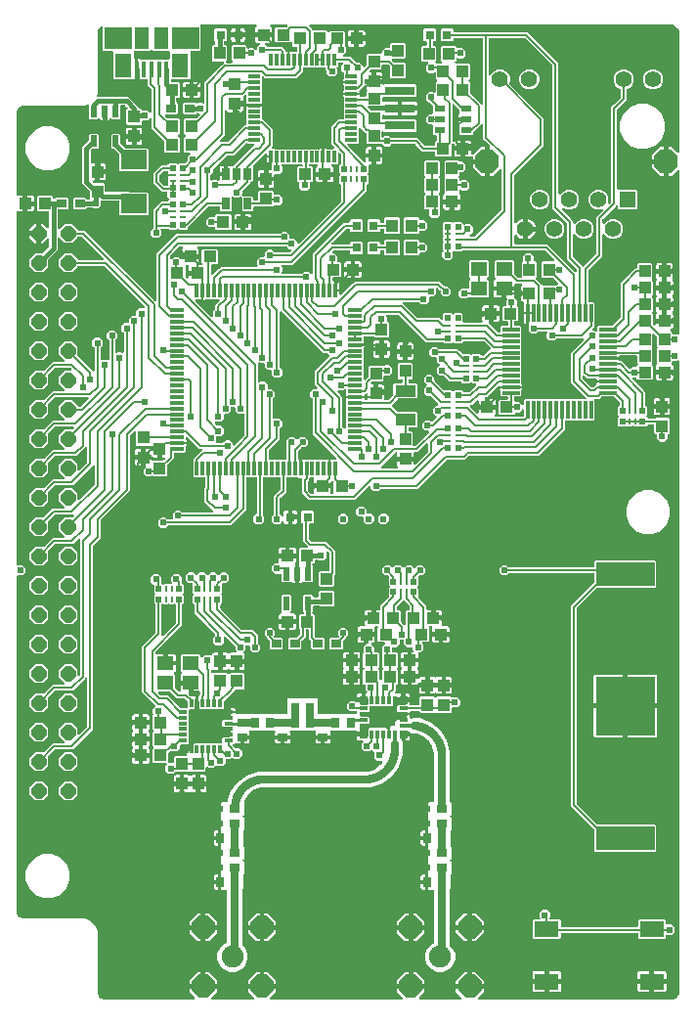
<source format=gtl>
G04 EAGLE Gerber X2 export*
%TF.Part,Single*%
%TF.FileFunction,Copper,L1,Top,Mixed*%
%TF.FilePolarity,Positive*%
%TF.GenerationSoftware,Autodesk,EAGLE,9.4.2*%
%TF.CreationDate,2019-11-19T20:24:05Z*%
G75*
%MOMM*%
%FSLAX36Y36*%
%LPD*%
%INTop Copper*%
%AMOC8*
5,1,8,0,0,1.08239X$1,22.5*%
G01*
%ADD10P,1.407107X8X202.500000*%
%ADD11R,1.000000X1.100000*%
%ADD12R,1.100000X1.000000*%
%ADD13R,0.800000X0.800000*%
%ADD14R,2.100000X1.400000*%
%ADD15R,0.508000X1.016000*%
%ADD16R,2.286000X1.651000*%
%ADD17R,0.300000X1.500000*%
%ADD18R,1.500000X0.300000*%
%ADD19C,1.416000*%
%ADD20P,2.273019X8X292.500000*%
%ADD21R,1.416000X1.416000*%
%ADD22R,0.500000X0.525000*%
%ADD23R,0.500000X0.250000*%
%ADD24R,0.525000X0.500000*%
%ADD25R,0.250000X0.500000*%
%ADD26R,1.400000X1.200000*%
%ADD27R,1.175000X1.900000*%
%ADD28R,2.375000X1.900000*%
%ADD29R,1.475000X2.100000*%
%ADD30R,0.450000X1.380000*%
%ADD31R,0.850000X0.700000*%
%ADD32R,0.850000X1.000000*%
%ADD33R,0.300000X0.750000*%
%ADD34R,0.750000X0.300000*%
%ADD35R,0.750000X0.750000*%
%ADD36P,2.164780X8X22.500000*%
%ADD37C,1.900000*%
%ADD38R,0.900000X0.700000*%
%ADD39R,0.700000X0.900000*%
%ADD40R,0.300000X0.800000*%
%ADD41R,0.800000X0.300000*%
%ADD42R,2.500000X2.500000*%
%ADD43R,1.800000X1.000000*%
%ADD44R,1.200000X0.300000*%
%ADD45R,0.300000X1.200000*%
%ADD46R,0.550000X1.200000*%
%ADD47R,0.300000X1.000000*%
%ADD48R,1.000000X0.300000*%
%ADD49R,2.600000X0.800000*%
%ADD50R,0.900000X0.600000*%
%ADD51R,0.690000X0.990000*%
%ADD52R,5.080000X5.080000*%
%ADD53R,5.080000X2.032000*%
%ADD54C,0.203200*%
%ADD55C,0.406400*%
%ADD56C,0.604800*%
%ADD57C,0.642600*%
%ADD58C,0.254000*%
%ADD59C,0.304800*%

G36*
X15660556Y300406D02*
X15660556Y300406D01*
X15663466Y300163D01*
X15674603Y302391D01*
X15685825Y303978D01*
X15688484Y305169D01*
X15691353Y305744D01*
X15701447Y310978D01*
X15711778Y315606D01*
X15714003Y317488D01*
X15716600Y318834D01*
X15724838Y326653D01*
X15733491Y333972D01*
X15735109Y336403D01*
X15737228Y338413D01*
X15742978Y348209D01*
X15749263Y357638D01*
X15750144Y360413D01*
X15751625Y362938D01*
X15754431Y373941D01*
X15757859Y384747D01*
X15757934Y387672D01*
X15758656Y390494D01*
X15758306Y401828D01*
X15758603Y413178D01*
X15757869Y416003D01*
X15757778Y418922D01*
X15754303Y429703D01*
X15751441Y440700D01*
X15749944Y443222D01*
X15749053Y445988D01*
X15744556Y452306D01*
X15736928Y465159D01*
X15732316Y469494D01*
X15729506Y473441D01*
X15250000Y952944D01*
X15250000Y1246800D01*
X16348384Y1246800D01*
X16354147Y1247616D01*
X16359966Y1247463D01*
X16368169Y1249597D01*
X16376544Y1250781D01*
X16381847Y1253156D01*
X16387488Y1254625D01*
X16394781Y1258953D01*
X16402497Y1262409D01*
X16406938Y1266166D01*
X16411947Y1269138D01*
X16417750Y1275313D01*
X16424209Y1280775D01*
X16427434Y1285613D01*
X16431425Y1289859D01*
X16435294Y1297406D01*
X16439981Y1304441D01*
X16441738Y1309981D01*
X16444397Y1315169D01*
X16445541Y1321972D01*
X16448578Y1331550D01*
X16448841Y1341600D01*
X16449984Y1348400D01*
X16449984Y1450013D01*
X16450013Y1450013D01*
X16450013Y1348400D01*
X16450828Y1342638D01*
X16450675Y1336819D01*
X16452809Y1328616D01*
X16453994Y1320241D01*
X16456369Y1314938D01*
X16457838Y1309297D01*
X16462166Y1302003D01*
X16465622Y1294288D01*
X16469378Y1289847D01*
X16472350Y1284838D01*
X16478525Y1279034D01*
X16483988Y1272575D01*
X16488825Y1269350D01*
X16493072Y1265359D01*
X16500619Y1261491D01*
X16507653Y1256803D01*
X16513194Y1255047D01*
X16518381Y1252388D01*
X16525184Y1251244D01*
X16534763Y1248206D01*
X16544813Y1247944D01*
X16551613Y1246800D01*
X17649994Y1246800D01*
X17649997Y952944D01*
X17170491Y473441D01*
X17168734Y471106D01*
X17166506Y469222D01*
X17160222Y459791D01*
X17153391Y450713D01*
X17152350Y447978D01*
X17150734Y445556D01*
X17147309Y434756D01*
X17143263Y424138D01*
X17143019Y421228D01*
X17142138Y418447D01*
X17141841Y407106D01*
X17140897Y395797D01*
X17141469Y392934D01*
X17141394Y390016D01*
X17144253Y379028D01*
X17146478Y367913D01*
X17147819Y365325D01*
X17148556Y362494D01*
X17154356Y352719D01*
X17159569Y342666D01*
X17161575Y340550D01*
X17163069Y338034D01*
X17171353Y330247D01*
X17179147Y322034D01*
X17181659Y320559D01*
X17183791Y318556D01*
X17193913Y313369D01*
X17203672Y307641D01*
X17206494Y306922D01*
X17209100Y305584D01*
X17216797Y304291D01*
X17231228Y300606D01*
X17237547Y300800D01*
X17242331Y299997D01*
X20757666Y299997D01*
X20760556Y300406D01*
X20763466Y300163D01*
X20774603Y302391D01*
X20785825Y303978D01*
X20788484Y305169D01*
X20791353Y305744D01*
X20801447Y310978D01*
X20811778Y315606D01*
X20814003Y317488D01*
X20816600Y318834D01*
X20824838Y326653D01*
X20833491Y333972D01*
X20835109Y336403D01*
X20837228Y338413D01*
X20842978Y348209D01*
X20849263Y357638D01*
X20850144Y360413D01*
X20851625Y362938D01*
X20854431Y373941D01*
X20857859Y384747D01*
X20857934Y387672D01*
X20858656Y390494D01*
X20858306Y401828D01*
X20858603Y413178D01*
X20857869Y416003D01*
X20857778Y418922D01*
X20854303Y429703D01*
X20851441Y440700D01*
X20849944Y443222D01*
X20849053Y445988D01*
X20844556Y452306D01*
X20836928Y465159D01*
X20832316Y469494D01*
X20829506Y473441D01*
X20350000Y952944D01*
X20350000Y1246800D01*
X21448384Y1246800D01*
X21454147Y1247616D01*
X21459966Y1247463D01*
X21468169Y1249597D01*
X21476544Y1250781D01*
X21481847Y1253156D01*
X21487488Y1254625D01*
X21494781Y1258953D01*
X21502497Y1262409D01*
X21506938Y1266166D01*
X21511947Y1269138D01*
X21517750Y1275313D01*
X21524209Y1280775D01*
X21527434Y1285613D01*
X21531425Y1289859D01*
X21535294Y1297406D01*
X21539981Y1304441D01*
X21541738Y1309981D01*
X21544397Y1315169D01*
X21545541Y1321972D01*
X21548578Y1331550D01*
X21548841Y1341600D01*
X21549984Y1348400D01*
X21549984Y1450013D01*
X21550013Y1450013D01*
X21550013Y1348400D01*
X21550828Y1342638D01*
X21550675Y1336819D01*
X21552809Y1328616D01*
X21553994Y1320241D01*
X21556369Y1314938D01*
X21557838Y1309297D01*
X21562166Y1302003D01*
X21565622Y1294288D01*
X21569378Y1289847D01*
X21572350Y1284838D01*
X21578525Y1279034D01*
X21583988Y1272575D01*
X21588825Y1269350D01*
X21593072Y1265359D01*
X21600619Y1261491D01*
X21607653Y1256803D01*
X21613194Y1255047D01*
X21618381Y1252388D01*
X21625184Y1251244D01*
X21634763Y1248206D01*
X21644813Y1247944D01*
X21651613Y1246800D01*
X22749994Y1246800D01*
X22749997Y952944D01*
X22270491Y473441D01*
X22268734Y471106D01*
X22266506Y469222D01*
X22260222Y459791D01*
X22253391Y450713D01*
X22252350Y447978D01*
X22250734Y445556D01*
X22247309Y434756D01*
X22243263Y424138D01*
X22243019Y421228D01*
X22242138Y418447D01*
X22241841Y407106D01*
X22240897Y395797D01*
X22241469Y392934D01*
X22241394Y390016D01*
X22244253Y379028D01*
X22246478Y367913D01*
X22247819Y365325D01*
X22248556Y362494D01*
X22254356Y352719D01*
X22259569Y342666D01*
X22261575Y340550D01*
X22263069Y338034D01*
X22271353Y330247D01*
X22279147Y322034D01*
X22281659Y320559D01*
X22283791Y318556D01*
X22293913Y313369D01*
X22303672Y307641D01*
X22306494Y306922D01*
X22309100Y305584D01*
X22316797Y304291D01*
X22331228Y300606D01*
X22337547Y300800D01*
X22342331Y299997D01*
X33657666Y299997D01*
X33660556Y300406D01*
X33663466Y300163D01*
X33674603Y302391D01*
X33685825Y303978D01*
X33688484Y305169D01*
X33691353Y305744D01*
X33701447Y310978D01*
X33711778Y315606D01*
X33714003Y317488D01*
X33716600Y318834D01*
X33724838Y326653D01*
X33733491Y333972D01*
X33735109Y336403D01*
X33737228Y338413D01*
X33742978Y348209D01*
X33749263Y357638D01*
X33750144Y360413D01*
X33751625Y362938D01*
X33754431Y373941D01*
X33757859Y384747D01*
X33757934Y387672D01*
X33758656Y390494D01*
X33758306Y401828D01*
X33758603Y413178D01*
X33757869Y416003D01*
X33757778Y418922D01*
X33754303Y429703D01*
X33751441Y440700D01*
X33749944Y443222D01*
X33749053Y445988D01*
X33744556Y452306D01*
X33736928Y465159D01*
X33732316Y469494D01*
X33729506Y473441D01*
X33250000Y952944D01*
X33250000Y1246800D01*
X34348384Y1246800D01*
X34354147Y1247616D01*
X34359966Y1247463D01*
X34368169Y1249597D01*
X34376544Y1250781D01*
X34381847Y1253156D01*
X34387488Y1254625D01*
X34394781Y1258953D01*
X34402497Y1262409D01*
X34406938Y1266166D01*
X34411947Y1269138D01*
X34417750Y1275313D01*
X34424209Y1280775D01*
X34427434Y1285613D01*
X34431425Y1289859D01*
X34435294Y1297406D01*
X34439981Y1304441D01*
X34441738Y1309981D01*
X34444397Y1315169D01*
X34445541Y1321972D01*
X34448578Y1331550D01*
X34448841Y1341600D01*
X34449984Y1348400D01*
X34449984Y1450013D01*
X34450013Y1450013D01*
X34450013Y1348400D01*
X34450828Y1342638D01*
X34450675Y1336819D01*
X34452809Y1328616D01*
X34453994Y1320241D01*
X34456369Y1314938D01*
X34457838Y1309297D01*
X34462166Y1302003D01*
X34465622Y1294288D01*
X34469378Y1289847D01*
X34472350Y1284838D01*
X34478525Y1279034D01*
X34483988Y1272575D01*
X34488825Y1269350D01*
X34493072Y1265359D01*
X34500619Y1261491D01*
X34507653Y1256803D01*
X34513194Y1255047D01*
X34518381Y1252388D01*
X34525184Y1251244D01*
X34534763Y1248206D01*
X34544813Y1247944D01*
X34551613Y1246800D01*
X35649994Y1246800D01*
X35649997Y952944D01*
X35170491Y473441D01*
X35168734Y471106D01*
X35166506Y469222D01*
X35160222Y459791D01*
X35153391Y450713D01*
X35152350Y447978D01*
X35150734Y445556D01*
X35147309Y434756D01*
X35143263Y424138D01*
X35143019Y421228D01*
X35142138Y418447D01*
X35141841Y407106D01*
X35140897Y395797D01*
X35141469Y392934D01*
X35141394Y390016D01*
X35144253Y379028D01*
X35146478Y367913D01*
X35147819Y365325D01*
X35148556Y362494D01*
X35154356Y352719D01*
X35159569Y342666D01*
X35161575Y340550D01*
X35163069Y338034D01*
X35171353Y330247D01*
X35179147Y322034D01*
X35181659Y320559D01*
X35183791Y318556D01*
X35193913Y313369D01*
X35203672Y307641D01*
X35206494Y306922D01*
X35209100Y305584D01*
X35216797Y304291D01*
X35231228Y300606D01*
X35237547Y300800D01*
X35242331Y299997D01*
X38757666Y299997D01*
X38760556Y300406D01*
X38763466Y300163D01*
X38774603Y302391D01*
X38785825Y303978D01*
X38788484Y305169D01*
X38791353Y305744D01*
X38801447Y310978D01*
X38811778Y315606D01*
X38814003Y317488D01*
X38816600Y318834D01*
X38824838Y326653D01*
X38833491Y333972D01*
X38835109Y336403D01*
X38837228Y338413D01*
X38842978Y348209D01*
X38849263Y357638D01*
X38850144Y360413D01*
X38851625Y362938D01*
X38854431Y373941D01*
X38857859Y384747D01*
X38857934Y387672D01*
X38858656Y390494D01*
X38858306Y401828D01*
X38858603Y413178D01*
X38857869Y416003D01*
X38857778Y418922D01*
X38854303Y429703D01*
X38851441Y440700D01*
X38849944Y443222D01*
X38849053Y445988D01*
X38844556Y452306D01*
X38836928Y465159D01*
X38832316Y469494D01*
X38829506Y473441D01*
X38350000Y952944D01*
X38350000Y1246800D01*
X39448384Y1246800D01*
X39454147Y1247616D01*
X39459966Y1247463D01*
X39468169Y1249597D01*
X39476544Y1250781D01*
X39481847Y1253156D01*
X39487488Y1254625D01*
X39494781Y1258953D01*
X39502497Y1262409D01*
X39506938Y1266166D01*
X39511947Y1269138D01*
X39517750Y1275313D01*
X39524209Y1280775D01*
X39527434Y1285613D01*
X39531425Y1289859D01*
X39535294Y1297406D01*
X39539981Y1304441D01*
X39541738Y1309981D01*
X39544397Y1315169D01*
X39545541Y1321972D01*
X39548578Y1331550D01*
X39548841Y1341600D01*
X39549984Y1348400D01*
X39549984Y1450013D01*
X39550013Y1450013D01*
X39550013Y1348400D01*
X39550828Y1342638D01*
X39550675Y1336819D01*
X39552809Y1328616D01*
X39553994Y1320241D01*
X39556369Y1314938D01*
X39557838Y1309297D01*
X39562166Y1302003D01*
X39565622Y1294288D01*
X39569378Y1289847D01*
X39572350Y1284838D01*
X39578525Y1279034D01*
X39583988Y1272575D01*
X39588825Y1269350D01*
X39593072Y1265359D01*
X39600619Y1261491D01*
X39607653Y1256803D01*
X39613194Y1255047D01*
X39618381Y1252388D01*
X39625184Y1251244D01*
X39634763Y1248206D01*
X39644813Y1247944D01*
X39651613Y1246800D01*
X40749994Y1246800D01*
X40749997Y952944D01*
X40270491Y473441D01*
X40268734Y471106D01*
X40266506Y469222D01*
X40260222Y459791D01*
X40253391Y450713D01*
X40252350Y447978D01*
X40250734Y445556D01*
X40247309Y434756D01*
X40243263Y424138D01*
X40243019Y421228D01*
X40242138Y418447D01*
X40241841Y407106D01*
X40240897Y395797D01*
X40241469Y392934D01*
X40241394Y390016D01*
X40244253Y379028D01*
X40246478Y367913D01*
X40247819Y365325D01*
X40248556Y362494D01*
X40254356Y352719D01*
X40259569Y342666D01*
X40261575Y340550D01*
X40263069Y338034D01*
X40271353Y330247D01*
X40279147Y322034D01*
X40281659Y320559D01*
X40283791Y318556D01*
X40293913Y313369D01*
X40303672Y307641D01*
X40306494Y306922D01*
X40309100Y305584D01*
X40316797Y304291D01*
X40331228Y300606D01*
X40337547Y300800D01*
X40342331Y299997D01*
X56999997Y299997D01*
X57005584Y300788D01*
X57009953Y300488D01*
X57126697Y311984D01*
X57154331Y318703D01*
X57155000Y319084D01*
X57155622Y319228D01*
X57371334Y408581D01*
X57373956Y410128D01*
X57376844Y411059D01*
X57382353Y414984D01*
X57387316Y417206D01*
X57390463Y419869D01*
X57395828Y423034D01*
X57400278Y427747D01*
X57404294Y430606D01*
X57569391Y595703D01*
X57571216Y598131D01*
X57573534Y600100D01*
X57577669Y606706D01*
X57586491Y618428D01*
X57588797Y624478D01*
X57591416Y628663D01*
X57680769Y844375D01*
X57687869Y871913D01*
X57687847Y872688D01*
X57688013Y873300D01*
X57699509Y990041D01*
X57699272Y995666D01*
X57700000Y999997D01*
X57700000Y55544631D01*
X57699591Y55547522D01*
X57699834Y55550434D01*
X57697603Y55561575D01*
X57696019Y55572791D01*
X57694828Y55575450D01*
X57694253Y55578319D01*
X57689028Y55588394D01*
X57684391Y55598744D01*
X57682503Y55600975D01*
X57681159Y55603566D01*
X57673350Y55611797D01*
X57666025Y55620456D01*
X57663600Y55622072D01*
X57661584Y55624197D01*
X57651772Y55629953D01*
X57642359Y55636228D01*
X57639581Y55637109D01*
X57637056Y55638591D01*
X57626069Y55641394D01*
X57615250Y55644825D01*
X57612322Y55644903D01*
X57609500Y55645622D01*
X57598169Y55645272D01*
X57586819Y55645569D01*
X57583997Y55644834D01*
X57581075Y55644744D01*
X57570284Y55641266D01*
X57559297Y55638406D01*
X57556778Y55636913D01*
X57554006Y55636019D01*
X57547678Y55631513D01*
X57534838Y55623894D01*
X57530503Y55619281D01*
X57526556Y55616472D01*
X57496388Y55586300D01*
X57164097Y55586300D01*
X57158334Y55585484D01*
X57152516Y55585638D01*
X57144313Y55583503D01*
X57135938Y55582319D01*
X57130634Y55579944D01*
X57124994Y55578475D01*
X57117700Y55574147D01*
X57109984Y55570691D01*
X57105544Y55566934D01*
X57100534Y55563963D01*
X57094731Y55557788D01*
X57088272Y55552325D01*
X57085047Y55547488D01*
X57081056Y55543241D01*
X57077188Y55535694D01*
X57072500Y55528659D01*
X57070744Y55523119D01*
X57068084Y55517931D01*
X57066941Y55511128D01*
X57063903Y55501550D01*
X57063641Y55491500D01*
X57062497Y55484700D01*
X57062497Y55425669D01*
X57062316Y55425428D01*
X57058728Y55422150D01*
X57053806Y55414119D01*
X57048138Y55406584D01*
X57046406Y55402041D01*
X57043869Y55397900D01*
X57041363Y55388809D01*
X57038009Y55380009D01*
X57037606Y55375175D01*
X57036313Y55370484D01*
X57036425Y55361047D01*
X57035641Y55351669D01*
X57036594Y55346913D01*
X57036650Y55342047D01*
X57039369Y55333025D01*
X57041219Y55323781D01*
X57043459Y55319459D01*
X57044859Y55314816D01*
X57049969Y55306909D01*
X57054309Y55298534D01*
X57057653Y55295009D01*
X57060291Y55290928D01*
X57065994Y55286219D01*
X57073884Y55277903D01*
X57081431Y55273472D01*
X57083931Y55271409D01*
X57122534Y55232806D01*
X57148869Y55187197D01*
X57162497Y55136331D01*
X57162497Y54813191D01*
X56514109Y54813191D01*
X56508347Y54812375D01*
X56502528Y54812528D01*
X56494325Y54810394D01*
X56485950Y54809209D01*
X56480647Y54806834D01*
X56475006Y54805366D01*
X56467713Y54801038D01*
X56459997Y54797581D01*
X56455556Y54793825D01*
X56450547Y54790853D01*
X56444744Y54784678D01*
X56438284Y54779216D01*
X56435059Y54774378D01*
X56431069Y54770131D01*
X56427200Y54762584D01*
X56422513Y54755550D01*
X56420756Y54750009D01*
X56418097Y54744822D01*
X56416953Y54738019D01*
X56413916Y54728441D01*
X56413653Y54718391D01*
X56412509Y54711591D01*
X56412509Y54609988D01*
X56412488Y54609988D01*
X56412488Y54711591D01*
X56411672Y54717353D01*
X56411825Y54723172D01*
X56409691Y54731375D01*
X56408506Y54739750D01*
X56406131Y54745053D01*
X56404663Y54750694D01*
X56400334Y54757988D01*
X56396878Y54765703D01*
X56393122Y54770144D01*
X56390150Y54775153D01*
X56383975Y54780956D01*
X56378513Y54787416D01*
X56373675Y54790641D01*
X56369428Y54794631D01*
X56361881Y54798500D01*
X56354847Y54803188D01*
X56349306Y54804944D01*
X56344119Y54807603D01*
X56337316Y54808747D01*
X56327738Y54811784D01*
X56317688Y54812047D01*
X56310888Y54813191D01*
X55662500Y54813191D01*
X55662500Y55136331D01*
X55676128Y55187197D01*
X55702463Y55232806D01*
X55740603Y55270947D01*
X55742544Y55272466D01*
X55746859Y55274703D01*
X55753706Y55281200D01*
X55761116Y55287000D01*
X55763959Y55290931D01*
X55767488Y55294281D01*
X55772263Y55302416D01*
X55777778Y55310047D01*
X55779422Y55314619D01*
X55781881Y55318809D01*
X55784216Y55327947D01*
X55787400Y55336809D01*
X55787713Y55341650D01*
X55788916Y55346366D01*
X55788622Y55355800D01*
X55789228Y55365191D01*
X55788184Y55369931D01*
X55788034Y55374791D01*
X55785138Y55383778D01*
X55783116Y55392966D01*
X55780803Y55397225D01*
X55779309Y55401859D01*
X55775009Y55407897D01*
X55769547Y55417959D01*
X55763406Y55424191D01*
X55762500Y55425463D01*
X55762500Y56650831D01*
X55792925Y56681253D01*
X55796425Y56685906D01*
X55800647Y56689913D01*
X55804934Y56697216D01*
X55810022Y56703978D01*
X55812094Y56709413D01*
X55815044Y56714438D01*
X55817138Y56722644D01*
X55820153Y56730553D01*
X55820638Y56736363D01*
X55822075Y56741994D01*
X55821813Y56750450D01*
X55822519Y56758894D01*
X55821378Y56764600D01*
X55821197Y56770419D01*
X55818600Y56778478D01*
X55816938Y56786781D01*
X55814256Y56791953D01*
X55812472Y56797488D01*
X55808478Y56803097D01*
X55803847Y56812028D01*
X55796919Y56819328D01*
X55792925Y56824938D01*
X55762500Y56855363D01*
X55762500Y57663300D01*
X55761281Y57671919D01*
X55761013Y57680622D01*
X55759300Y57685934D01*
X55758519Y57691459D01*
X55754956Y57699409D01*
X55752288Y57707691D01*
X55749481Y57711634D01*
X55746891Y57717413D01*
X55737241Y57728822D01*
X55732741Y57735141D01*
X55535938Y57931944D01*
X55533613Y57933694D01*
X55531722Y57935928D01*
X55522281Y57942219D01*
X55513213Y57949044D01*
X55510478Y57950084D01*
X55508056Y57951700D01*
X55497256Y57955125D01*
X55486638Y57959172D01*
X55483728Y57959416D01*
X55480947Y57960297D01*
X55469606Y57960594D01*
X55458297Y57961538D01*
X55455434Y57960966D01*
X55452516Y57961041D01*
X55441534Y57958181D01*
X55430409Y57955956D01*
X55427819Y57954613D01*
X55424994Y57953878D01*
X55415241Y57948091D01*
X55405163Y57942866D01*
X55403044Y57940853D01*
X55400534Y57939366D01*
X55392756Y57931091D01*
X55384534Y57923288D01*
X55383059Y57920775D01*
X55381056Y57918644D01*
X55375881Y57908547D01*
X55370138Y57898763D01*
X55369416Y57895931D01*
X55368084Y57893334D01*
X55366791Y57885641D01*
X55363106Y57871206D01*
X55363300Y57864888D01*
X55362497Y57860103D01*
X55362497Y56855363D01*
X55332072Y56824938D01*
X55328575Y56820291D01*
X55324350Y56816281D01*
X55320066Y56808981D01*
X55314972Y56802213D01*
X55312897Y56796769D01*
X55309953Y56791753D01*
X55307863Y56783556D01*
X55304844Y56775638D01*
X55304359Y56769828D01*
X55302922Y56764197D01*
X55303184Y56755741D01*
X55302478Y56747297D01*
X55303619Y56741591D01*
X55303800Y56735772D01*
X55306397Y56727713D01*
X55308059Y56719409D01*
X55310741Y56714238D01*
X55312525Y56708703D01*
X55316519Y56703094D01*
X55321150Y56694163D01*
X55328075Y56686866D01*
X55332072Y56681253D01*
X55362497Y56650831D01*
X55362497Y55426563D01*
X55332122Y55396188D01*
X55328625Y55391541D01*
X55324400Y55387531D01*
X55320116Y55380231D01*
X55315022Y55373463D01*
X55312947Y55368019D01*
X55310003Y55363003D01*
X55307913Y55354806D01*
X55304894Y55346888D01*
X55304409Y55341078D01*
X55302972Y55335447D01*
X55303234Y55326991D01*
X55302528Y55318547D01*
X55303669Y55312841D01*
X55303850Y55307022D01*
X55306447Y55298963D01*
X55308109Y55290659D01*
X55310791Y55285488D01*
X55312575Y55279953D01*
X55316569Y55274344D01*
X55321200Y55265413D01*
X55328125Y55258116D01*
X55332122Y55252503D01*
X55412497Y55172131D01*
X55412497Y54047863D01*
X55324634Y53960000D01*
X54100363Y53960000D01*
X54012500Y54047863D01*
X54012500Y54056000D01*
X54011684Y54061763D01*
X54011838Y54067581D01*
X54009703Y54075784D01*
X54008519Y54084159D01*
X54006144Y54089463D01*
X54004675Y54095103D01*
X54000347Y54102397D01*
X53996891Y54110113D01*
X53993134Y54114553D01*
X53990163Y54119563D01*
X53983988Y54125366D01*
X53978525Y54131825D01*
X53973688Y54135050D01*
X53969441Y54139041D01*
X53961894Y54142909D01*
X53954859Y54147597D01*
X53949319Y54149353D01*
X53944131Y54152013D01*
X53937328Y54153156D01*
X53927750Y54156194D01*
X53917700Y54156456D01*
X53910900Y54157600D01*
X53758494Y54157600D01*
X53755603Y54157191D01*
X53752694Y54157434D01*
X53741556Y54155206D01*
X53730334Y54153619D01*
X53727675Y54152428D01*
X53724806Y54151853D01*
X53714713Y54146619D01*
X53704381Y54141991D01*
X53702156Y54140109D01*
X53699559Y54138763D01*
X53691322Y54130944D01*
X53682669Y54123625D01*
X53681050Y54121194D01*
X53678931Y54119184D01*
X53673181Y54109388D01*
X53666897Y54099959D01*
X53666016Y54097184D01*
X53664534Y54094659D01*
X53661728Y54083656D01*
X53658300Y54072850D01*
X53658225Y54069925D01*
X53657503Y54067103D01*
X53657853Y54055769D01*
X53657556Y54044419D01*
X53658291Y54041594D01*
X53658381Y54038675D01*
X53661856Y54027894D01*
X53664719Y54016897D01*
X53666216Y54014375D01*
X53667106Y54011609D01*
X53671603Y54005297D01*
X53679231Y53992438D01*
X53683850Y53988097D01*
X53686653Y53984159D01*
X54606959Y53063856D01*
X54784097Y52886719D01*
X54784097Y51751597D01*
X54784913Y51745834D01*
X54784759Y51740016D01*
X54786894Y51731813D01*
X54788078Y51723438D01*
X54790453Y51718134D01*
X54791922Y51712494D01*
X54796250Y51705200D01*
X54799706Y51697484D01*
X54803463Y51693044D01*
X54806434Y51688034D01*
X54812609Y51682231D01*
X54818072Y51675772D01*
X54822909Y51672547D01*
X54827156Y51668556D01*
X54834703Y51664688D01*
X54841738Y51660000D01*
X54847278Y51658244D01*
X54850581Y51656550D01*
X54944997Y51562134D01*
X54944997Y50937866D01*
X54878972Y50871844D01*
X54875472Y50867191D01*
X54871250Y50863184D01*
X54866963Y50855881D01*
X54861875Y50849119D01*
X54859803Y50843684D01*
X54856853Y50838659D01*
X54854759Y50830453D01*
X54851744Y50822544D01*
X54851259Y50816734D01*
X54849822Y50811103D01*
X54850084Y50802647D01*
X54849378Y50794203D01*
X54850519Y50788497D01*
X54850700Y50782678D01*
X54853297Y50774619D01*
X54854959Y50766316D01*
X54857641Y50761144D01*
X54859425Y50755609D01*
X54863419Y50750000D01*
X54868050Y50741069D01*
X54874981Y50733763D01*
X54875631Y50732850D01*
X54876353Y50731634D01*
X54876791Y50731225D01*
X54878972Y50728159D01*
X54967097Y50640034D01*
X54967334Y50639634D01*
X54970041Y50637091D01*
X54974650Y50632481D01*
X54978972Y50627372D01*
X54983809Y50624147D01*
X54988056Y50620156D01*
X54995603Y50616288D01*
X55002638Y50611600D01*
X55008178Y50609844D01*
X55013366Y50607184D01*
X55020169Y50606041D01*
X55029747Y50603003D01*
X55039797Y50602741D01*
X55046597Y50601597D01*
X55544881Y50601597D01*
X55553500Y50602816D01*
X55562203Y50603084D01*
X55567516Y50604797D01*
X55573041Y50605578D01*
X55580991Y50609141D01*
X55589272Y50611809D01*
X55593216Y50614616D01*
X55598994Y50617206D01*
X55610403Y50626856D01*
X55616722Y50631356D01*
X55635363Y50649997D01*
X56759634Y50649997D01*
X56847497Y50562134D01*
X56847497Y49337863D01*
X56759634Y49250000D01*
X56751497Y49250000D01*
X56745734Y49249184D01*
X56739916Y49249338D01*
X56731713Y49247203D01*
X56723338Y49246019D01*
X56718034Y49243644D01*
X56712394Y49242175D01*
X56705100Y49237847D01*
X56697384Y49234391D01*
X56692944Y49230634D01*
X56687934Y49227663D01*
X56682131Y49221488D01*
X56675672Y49216025D01*
X56672447Y49211188D01*
X56668456Y49206941D01*
X56664588Y49199394D01*
X56659900Y49192359D01*
X56658144Y49186819D01*
X56655484Y49181631D01*
X56654341Y49174828D01*
X56651303Y49165250D01*
X56651041Y49155200D01*
X56649897Y49148400D01*
X56649897Y48866406D01*
X56384891Y48601400D01*
X56010106Y48601400D01*
X55745100Y48866406D01*
X55745100Y49148400D01*
X55744284Y49154163D01*
X55744438Y49159981D01*
X55742303Y49168184D01*
X55741119Y49176559D01*
X55738744Y49181863D01*
X55737275Y49187503D01*
X55732947Y49194797D01*
X55729491Y49202513D01*
X55725734Y49206953D01*
X55722763Y49211963D01*
X55716588Y49217766D01*
X55711125Y49224225D01*
X55706288Y49227450D01*
X55702041Y49231441D01*
X55694494Y49235309D01*
X55687459Y49239997D01*
X55681919Y49241753D01*
X55676731Y49244413D01*
X55669928Y49245556D01*
X55660350Y49248594D01*
X55650300Y49248856D01*
X55643500Y49250000D01*
X55635363Y49250000D01*
X55547500Y49337863D01*
X55547500Y49996800D01*
X55546684Y50002563D01*
X55546838Y50008381D01*
X55544703Y50016584D01*
X55543519Y50024959D01*
X55541144Y50030263D01*
X55539675Y50035903D01*
X55535347Y50043197D01*
X55531891Y50050913D01*
X55528134Y50055353D01*
X55525163Y50060363D01*
X55518988Y50066166D01*
X55513525Y50072625D01*
X55508688Y50075850D01*
X55504441Y50079841D01*
X55496894Y50083709D01*
X55489859Y50088397D01*
X55484319Y50090153D01*
X55479131Y50092813D01*
X55472328Y50093956D01*
X55462750Y50096994D01*
X55452700Y50097256D01*
X55445900Y50098400D01*
X55046597Y50098400D01*
X55040834Y50097584D01*
X55035016Y50097738D01*
X55026813Y50095603D01*
X55018438Y50094419D01*
X55013134Y50092044D01*
X55007494Y50090575D01*
X55000200Y50086247D01*
X54992484Y50082791D01*
X54988044Y50079034D01*
X54983034Y50076063D01*
X54977231Y50069888D01*
X54970772Y50064425D01*
X54969197Y50062063D01*
X54857134Y49950000D01*
X54202853Y49950000D01*
X54200363Y49951875D01*
X54194913Y49953953D01*
X54189894Y49956897D01*
X54181700Y49958988D01*
X54173788Y49962003D01*
X54167984Y49962488D01*
X54162338Y49963928D01*
X54153878Y49963666D01*
X54145447Y49964369D01*
X54139731Y49963225D01*
X54133913Y49963044D01*
X54125866Y49960450D01*
X54117559Y49958788D01*
X54112388Y49956106D01*
X54106844Y49954319D01*
X54101231Y49950322D01*
X54100613Y49950000D01*
X53718544Y49950000D01*
X53713391Y49953025D01*
X53706613Y49958125D01*
X53701153Y49960206D01*
X53696147Y49963144D01*
X53687959Y49965234D01*
X53680038Y49968253D01*
X53674234Y49968738D01*
X53668591Y49970178D01*
X53660122Y49969916D01*
X53651697Y49970619D01*
X53645994Y49969478D01*
X53640166Y49969297D01*
X53632103Y49966697D01*
X53623809Y49965038D01*
X53618634Y49962353D01*
X53613097Y49960569D01*
X53607491Y49956575D01*
X53598563Y49951947D01*
X53596513Y49950000D01*
X53215353Y49950000D01*
X53212863Y49951875D01*
X53207413Y49953953D01*
X53202394Y49956897D01*
X53194200Y49958988D01*
X53186288Y49962003D01*
X53180484Y49962488D01*
X53174838Y49963928D01*
X53166378Y49963666D01*
X53157947Y49964369D01*
X53152231Y49963225D01*
X53146413Y49963044D01*
X53138366Y49960450D01*
X53130059Y49958788D01*
X53124888Y49956106D01*
X53119344Y49954319D01*
X53113731Y49950322D01*
X53113113Y49950000D01*
X52457863Y49950000D01*
X52370000Y50037863D01*
X52370000Y50662134D01*
X52436025Y50728159D01*
X52439522Y50732806D01*
X52443747Y50736816D01*
X52448031Y50744116D01*
X52453125Y50750884D01*
X52455200Y50756328D01*
X52458144Y50761344D01*
X52460234Y50769541D01*
X52463253Y50777459D01*
X52463738Y50783269D01*
X52465175Y50788900D01*
X52464913Y50797356D01*
X52465619Y50805800D01*
X52464478Y50811506D01*
X52464297Y50817325D01*
X52461700Y50825384D01*
X52460038Y50833688D01*
X52457356Y50838859D01*
X52455572Y50844394D01*
X52451578Y50850003D01*
X52446947Y50858934D01*
X52440022Y50866231D01*
X52436025Y50871844D01*
X52370000Y50937866D01*
X52370000Y51562134D01*
X52464731Y51656866D01*
X52468403Y51657822D01*
X52475697Y51662150D01*
X52483413Y51665606D01*
X52487853Y51669363D01*
X52492863Y51672334D01*
X52498666Y51678509D01*
X52505125Y51683972D01*
X52508350Y51688809D01*
X52512341Y51693056D01*
X52516209Y51700603D01*
X52520897Y51707638D01*
X52522653Y51713178D01*
X52525313Y51718366D01*
X52526456Y51725169D01*
X52529494Y51734747D01*
X52529756Y51744797D01*
X52530900Y51751597D01*
X52530900Y52004997D01*
X52529681Y52013616D01*
X52529413Y52022319D01*
X52527700Y52027631D01*
X52526919Y52033156D01*
X52523356Y52041106D01*
X52520688Y52049388D01*
X52517878Y52053331D01*
X52515291Y52059109D01*
X52505656Y52070500D01*
X52501144Y52076838D01*
X52095244Y52482741D01*
X52088291Y52487972D01*
X52081941Y52493941D01*
X52076975Y52496488D01*
X52072516Y52499841D01*
X52064378Y52502941D01*
X52056631Y52506913D01*
X52051850Y52507716D01*
X52045941Y52509969D01*
X52031075Y52511209D01*
X52023400Y52512500D01*
X51005397Y52512500D01*
X50996772Y52511281D01*
X50988059Y52511009D01*
X50982753Y52509300D01*
X50977238Y52508519D01*
X50969284Y52504956D01*
X50960991Y52502281D01*
X50957047Y52499472D01*
X50951284Y52496891D01*
X50939881Y52487247D01*
X50933544Y52482731D01*
X50922644Y52471828D01*
X50922634Y52471816D01*
X50745519Y52294700D01*
X50459097Y52294700D01*
X50453334Y52293884D01*
X50447516Y52294038D01*
X50439313Y52291903D01*
X50430938Y52290719D01*
X50425634Y52288344D01*
X50419994Y52286875D01*
X50412700Y52282547D01*
X50404984Y52279091D01*
X50400544Y52275334D01*
X50395534Y52272363D01*
X50389731Y52266188D01*
X50383272Y52260725D01*
X50380047Y52255888D01*
X50376056Y52251641D01*
X50372188Y52244094D01*
X50367500Y52237059D01*
X50365744Y52231519D01*
X50363084Y52226331D01*
X50361941Y52219528D01*
X50358903Y52209950D01*
X50358641Y52199900D01*
X50357497Y52193100D01*
X50357497Y50550363D01*
X50269634Y50462500D01*
X47910697Y50462500D01*
X47904934Y50461684D01*
X47899116Y50461838D01*
X47890913Y50459703D01*
X47882538Y50458519D01*
X47877234Y50456144D01*
X47871594Y50454675D01*
X47864300Y50450347D01*
X47856584Y50446891D01*
X47852144Y50443134D01*
X47847134Y50440163D01*
X47841331Y50433988D01*
X47834872Y50428525D01*
X47831647Y50423688D01*
X47827656Y50419441D01*
X47823788Y50411894D01*
X47819100Y50404859D01*
X47817344Y50399319D01*
X47814684Y50394131D01*
X47813541Y50387328D01*
X47810503Y50377750D01*
X47810241Y50367700D01*
X47809097Y50360900D01*
X47809097Y49675778D01*
X45506719Y47373400D01*
X39516300Y47373400D01*
X39507681Y47372181D01*
X39498978Y47371913D01*
X39493666Y47370200D01*
X39488141Y47369419D01*
X39480191Y47365856D01*
X39471909Y47363188D01*
X39467966Y47360381D01*
X39462188Y47357791D01*
X39450778Y47348141D01*
X39444459Y47343641D01*
X39156719Y47055900D01*
X37611300Y47055900D01*
X37602681Y47054681D01*
X37593978Y47054413D01*
X37588666Y47052700D01*
X37583141Y47051919D01*
X37575191Y47048356D01*
X37566909Y47045688D01*
X37562966Y47042881D01*
X37557188Y47040291D01*
X37545778Y47030641D01*
X37539459Y47026141D01*
X35029219Y44515900D01*
X31862772Y44515900D01*
X31854153Y44514681D01*
X31845450Y44514413D01*
X31840138Y44512700D01*
X31834613Y44511919D01*
X31826663Y44508356D01*
X31818381Y44505688D01*
X31814438Y44502881D01*
X31808659Y44500291D01*
X31797250Y44490641D01*
X31790931Y44486141D01*
X31619891Y44315100D01*
X31245106Y44315100D01*
X30980100Y44580106D01*
X30980100Y44666503D01*
X30979691Y44669394D01*
X30979934Y44672303D01*
X30977706Y44683441D01*
X30976119Y44694663D01*
X30974928Y44697322D01*
X30974353Y44700191D01*
X30969128Y44710266D01*
X30964491Y44720616D01*
X30962609Y44722841D01*
X30961263Y44725438D01*
X30953444Y44733675D01*
X30946125Y44742328D01*
X30943694Y44743947D01*
X30941684Y44746066D01*
X30931888Y44751816D01*
X30922459Y44758100D01*
X30919684Y44758981D01*
X30917159Y44760463D01*
X30906156Y44763269D01*
X30895350Y44766697D01*
X30892425Y44766772D01*
X30889603Y44767494D01*
X30878269Y44767144D01*
X30866919Y44767441D01*
X30864094Y44766706D01*
X30861175Y44766616D01*
X30850394Y44763141D01*
X30839397Y44760278D01*
X30836875Y44758781D01*
X30834109Y44757891D01*
X30827797Y44753394D01*
X30814938Y44745766D01*
X30810597Y44741147D01*
X30806659Y44738344D01*
X29808856Y43740538D01*
X29631719Y43563400D01*
X25613378Y43563400D01*
X24989700Y44187078D01*
X24989700Y45373400D01*
X24988884Y45379163D01*
X24989038Y45384981D01*
X24986903Y45393184D01*
X24985719Y45401559D01*
X24983344Y45406863D01*
X24981875Y45412503D01*
X24977547Y45419797D01*
X24974091Y45427513D01*
X24970334Y45431953D01*
X24967363Y45436963D01*
X24961188Y45442766D01*
X24955725Y45449225D01*
X24950888Y45452450D01*
X24946641Y45456441D01*
X24939094Y45460309D01*
X24932059Y45464997D01*
X24926519Y45466753D01*
X24921331Y45469413D01*
X24914528Y45470556D01*
X24904950Y45473594D01*
X24894900Y45473856D01*
X24888100Y45475000D01*
X24731166Y45475000D01*
X24680306Y45488628D01*
X24640888Y45511388D01*
X24631931Y45514997D01*
X24623316Y45519413D01*
X24619300Y45520088D01*
X24614509Y45522019D01*
X24597303Y45523788D01*
X24590084Y45525000D01*
X23760697Y45525000D01*
X23754934Y45524184D01*
X23749116Y45524338D01*
X23740913Y45522203D01*
X23732538Y45521019D01*
X23727234Y45518644D01*
X23721594Y45517175D01*
X23714300Y45512847D01*
X23706584Y45509391D01*
X23702144Y45505634D01*
X23697134Y45502663D01*
X23691331Y45496488D01*
X23684872Y45491025D01*
X23681647Y45486188D01*
X23677656Y45481941D01*
X23673788Y45474394D01*
X23669100Y45467359D01*
X23667344Y45461819D01*
X23664684Y45456631D01*
X23663541Y45449828D01*
X23660503Y45440250D01*
X23660241Y45430200D01*
X23659097Y45423400D01*
X23659097Y44258278D01*
X23141356Y43740538D01*
X23136131Y43733594D01*
X23130156Y43727238D01*
X23127609Y43722269D01*
X23124256Y43717813D01*
X23121156Y43709675D01*
X23117184Y43701928D01*
X23116381Y43697147D01*
X23114128Y43691238D01*
X23112888Y43676372D01*
X23111597Y43668697D01*
X23111597Y42340272D01*
X23112816Y42331653D01*
X23113084Y42322950D01*
X23114797Y42317631D01*
X23115578Y42312113D01*
X23119131Y42304178D01*
X23121806Y42295881D01*
X23124622Y42291928D01*
X23127206Y42286159D01*
X23136834Y42274775D01*
X23141353Y42268431D01*
X23241556Y42168225D01*
X23243891Y42166469D01*
X23245775Y42164241D01*
X23255228Y42157941D01*
X23264284Y42151128D01*
X23267009Y42150091D01*
X23269441Y42148469D01*
X23280247Y42145041D01*
X23290856Y42140997D01*
X23293769Y42140753D01*
X23296550Y42139872D01*
X23307888Y42139575D01*
X23319197Y42138631D01*
X23322063Y42139203D01*
X23324981Y42139128D01*
X23335975Y42141988D01*
X23347084Y42144213D01*
X23349672Y42145553D01*
X23352503Y42146291D01*
X23362278Y42152091D01*
X23372331Y42157303D01*
X23374447Y42159309D01*
X23376963Y42160803D01*
X23384734Y42169072D01*
X23392963Y42176878D01*
X23394441Y42179397D01*
X23396441Y42181525D01*
X23401622Y42191638D01*
X23407356Y42201406D01*
X23408075Y42204228D01*
X23409413Y42206834D01*
X23410706Y42214531D01*
X23414391Y42228963D01*
X23414197Y42235281D01*
X23415000Y42240066D01*
X23415000Y42495131D01*
X23428628Y42545997D01*
X23454963Y42591606D01*
X23492191Y42628834D01*
X23537800Y42655169D01*
X23588666Y42668797D01*
X23814994Y42668797D01*
X23814994Y42167219D01*
X23815809Y42161456D01*
X23815656Y42155638D01*
X23817791Y42147434D01*
X23818975Y42139059D01*
X23821350Y42133756D01*
X23822819Y42128116D01*
X23827147Y42120822D01*
X23830603Y42113106D01*
X23834359Y42108666D01*
X23837331Y42103656D01*
X23843506Y42097853D01*
X23848969Y42091394D01*
X23853806Y42088169D01*
X23858053Y42084178D01*
X23865600Y42080309D01*
X23872634Y42075622D01*
X23878175Y42073866D01*
X23883363Y42071206D01*
X23890166Y42070063D01*
X23894138Y42068803D01*
X23888434Y42067997D01*
X23883131Y42065622D01*
X23877491Y42064153D01*
X23870197Y42059825D01*
X23862481Y42056369D01*
X23858041Y42052613D01*
X23853031Y42049641D01*
X23847228Y42043466D01*
X23840769Y42038003D01*
X23837544Y42033166D01*
X23833553Y42028919D01*
X23829684Y42021372D01*
X23824997Y42014338D01*
X23823241Y42008797D01*
X23820581Y42003609D01*
X23819438Y41996806D01*
X23816400Y41987228D01*
X23816138Y41977178D01*
X23814994Y41970378D01*
X23814994Y41468800D01*
X23588666Y41468800D01*
X23537800Y41482428D01*
X23492191Y41508763D01*
X23454963Y41545991D01*
X23428634Y41591594D01*
X23421931Y41616609D01*
X23420406Y41620191D01*
X23419644Y41624006D01*
X23414856Y41633241D01*
X23410797Y41642781D01*
X23408347Y41645791D01*
X23406553Y41649253D01*
X23399400Y41656791D01*
X23392850Y41664841D01*
X23389650Y41667063D01*
X23386975Y41669881D01*
X23378031Y41675131D01*
X23369491Y41681063D01*
X23365806Y41682309D01*
X23362450Y41684278D01*
X23352388Y41686847D01*
X23342550Y41690172D01*
X23338663Y41690347D01*
X23334894Y41691309D01*
X23324519Y41690988D01*
X23314138Y41691459D01*
X23310353Y41690550D01*
X23306469Y41690431D01*
X23296597Y41687250D01*
X23286484Y41684822D01*
X23283094Y41682897D01*
X23279400Y41681706D01*
X23273122Y41677234D01*
X23261753Y41670781D01*
X23256494Y41665394D01*
X23251950Y41662159D01*
X23047391Y41457600D01*
X22672606Y41457600D01*
X22407600Y41722606D01*
X22407600Y42097391D01*
X22578641Y42268431D01*
X22583866Y42275375D01*
X22589841Y42281731D01*
X22592388Y42286700D01*
X22595741Y42291156D01*
X22598841Y42299294D01*
X22602813Y42307041D01*
X22603616Y42311822D01*
X22605869Y42317731D01*
X22607109Y42332597D01*
X22608400Y42340272D01*
X22608400Y43919219D01*
X23126141Y44436959D01*
X23131366Y44443903D01*
X23137341Y44450259D01*
X23139888Y44455228D01*
X23143241Y44459684D01*
X23146341Y44467822D01*
X23150313Y44475569D01*
X23151116Y44480350D01*
X23153369Y44486259D01*
X23154609Y44501125D01*
X23155900Y44508800D01*
X23155900Y45423400D01*
X23155084Y45429163D01*
X23155238Y45434981D01*
X23153103Y45443184D01*
X23151919Y45451559D01*
X23149544Y45456863D01*
X23148075Y45462503D01*
X23143747Y45469797D01*
X23140291Y45477513D01*
X23136534Y45481953D01*
X23133563Y45486963D01*
X23127388Y45492766D01*
X23121925Y45499225D01*
X23117088Y45502450D01*
X23112841Y45506441D01*
X23105294Y45510309D01*
X23098259Y45514997D01*
X23092719Y45516753D01*
X23087531Y45519413D01*
X23080728Y45520556D01*
X23071150Y45523594D01*
X23061100Y45523856D01*
X23054300Y45525000D01*
X21760697Y45525000D01*
X21754934Y45524184D01*
X21749116Y45524338D01*
X21740913Y45522203D01*
X21732538Y45521019D01*
X21727234Y45518644D01*
X21721594Y45517175D01*
X21714300Y45512847D01*
X21706584Y45509391D01*
X21702144Y45505634D01*
X21697134Y45502663D01*
X21691331Y45496488D01*
X21684872Y45491025D01*
X21681647Y45486188D01*
X21677656Y45481941D01*
X21673788Y45474394D01*
X21669100Y45467359D01*
X21667344Y45461819D01*
X21664684Y45456631D01*
X21663541Y45449828D01*
X21660503Y45440250D01*
X21660241Y45430200D01*
X21659097Y45423400D01*
X21659097Y42205272D01*
X21660316Y42196653D01*
X21660584Y42187950D01*
X21662297Y42182638D01*
X21663078Y42177113D01*
X21666641Y42169163D01*
X21669309Y42160881D01*
X21672116Y42156938D01*
X21674706Y42151159D01*
X21684356Y42139750D01*
X21688856Y42133431D01*
X21724897Y42097391D01*
X21724897Y41722606D01*
X21459891Y41457600D01*
X21085106Y41457600D01*
X20820100Y41722606D01*
X20820100Y42097391D01*
X21092766Y42370056D01*
X21093403Y42370222D01*
X21100697Y42374550D01*
X21108413Y42378006D01*
X21112853Y42381763D01*
X21117863Y42384734D01*
X21123666Y42390909D01*
X21130125Y42396372D01*
X21133350Y42401209D01*
X21137341Y42405456D01*
X21141209Y42413003D01*
X21145897Y42420038D01*
X21147653Y42425578D01*
X21150313Y42430766D01*
X21151456Y42437569D01*
X21154494Y42447147D01*
X21154756Y42457197D01*
X21155900Y42463997D01*
X21155900Y45423400D01*
X21155084Y45429163D01*
X21155238Y45434981D01*
X21153103Y45443184D01*
X21151919Y45451559D01*
X21149544Y45456863D01*
X21148075Y45462503D01*
X21143747Y45469797D01*
X21140291Y45477513D01*
X21136534Y45481953D01*
X21133563Y45486963D01*
X21127388Y45492766D01*
X21121925Y45499225D01*
X21117088Y45502450D01*
X21112841Y45506441D01*
X21105294Y45510309D01*
X21098259Y45514997D01*
X21092719Y45516753D01*
X21087531Y45519413D01*
X21080728Y45520556D01*
X21071150Y45523594D01*
X21061100Y45523856D01*
X21054300Y45525000D01*
X20260697Y45525000D01*
X20254934Y45524184D01*
X20249116Y45524338D01*
X20240913Y45522203D01*
X20232538Y45521019D01*
X20227234Y45518644D01*
X20221594Y45517175D01*
X20214300Y45512847D01*
X20206584Y45509391D01*
X20202144Y45505634D01*
X20197134Y45502663D01*
X20191331Y45496488D01*
X20184872Y45491025D01*
X20181647Y45486188D01*
X20177656Y45481941D01*
X20173788Y45474394D01*
X20169100Y45467359D01*
X20167344Y45461819D01*
X20164684Y45456631D01*
X20163541Y45449828D01*
X20160503Y45440250D01*
X20160241Y45430200D01*
X20159097Y45423400D01*
X20159097Y42663278D01*
X18836719Y41340900D01*
X13447769Y41340900D01*
X13439150Y41339681D01*
X13430444Y41339413D01*
X13425128Y41337700D01*
X13419609Y41336919D01*
X13411666Y41333359D01*
X13403375Y41330688D01*
X13399428Y41327875D01*
X13393656Y41325291D01*
X13382266Y41315656D01*
X13375925Y41311141D01*
X13204888Y41140100D01*
X12830106Y41140100D01*
X12565100Y41405106D01*
X12565100Y41779891D01*
X12830106Y42044897D01*
X13204888Y42044897D01*
X13375925Y41873856D01*
X13382875Y41868628D01*
X13389228Y41862656D01*
X13394206Y41860106D01*
X13398653Y41856759D01*
X13406775Y41853663D01*
X13414538Y41849684D01*
X13419322Y41848881D01*
X13425228Y41846628D01*
X13440094Y41845388D01*
X13447769Y41844097D01*
X13785831Y41844097D01*
X13788722Y41844506D01*
X13791634Y41844263D01*
X13802775Y41846494D01*
X13813991Y41848078D01*
X13816650Y41849269D01*
X13819519Y41849844D01*
X13829594Y41855069D01*
X13839944Y41859706D01*
X13842175Y41861594D01*
X13844766Y41862938D01*
X13852997Y41870747D01*
X13861656Y41878072D01*
X13863272Y41880497D01*
X13865397Y41882513D01*
X13871153Y41892325D01*
X13877428Y41901738D01*
X13878309Y41904516D01*
X13879791Y41907041D01*
X13882594Y41918028D01*
X13886025Y41928847D01*
X13886103Y41931775D01*
X13886822Y41934597D01*
X13886472Y41945928D01*
X13886769Y41957278D01*
X13886034Y41960100D01*
X13885944Y41963022D01*
X13882466Y41973813D01*
X13879606Y41984800D01*
X13878113Y41987319D01*
X13877219Y41990091D01*
X13872713Y41996419D01*
X13865094Y42009259D01*
X13860481Y42013594D01*
X13857672Y42017541D01*
X13835100Y42040113D01*
X13835100Y42414891D01*
X14100106Y42679897D01*
X14474891Y42679897D01*
X14645931Y42508856D01*
X14652875Y42503631D01*
X14659231Y42497656D01*
X14664200Y42495109D01*
X14668656Y42491756D01*
X14676794Y42488656D01*
X14684541Y42484684D01*
X14689322Y42483881D01*
X14695231Y42481628D01*
X14710097Y42480388D01*
X14717772Y42479097D01*
X17244803Y42479097D01*
X17247694Y42479506D01*
X17250603Y42479263D01*
X17261741Y42481491D01*
X17272963Y42483078D01*
X17275622Y42484269D01*
X17278491Y42484844D01*
X17288584Y42490078D01*
X17298916Y42494706D01*
X17301141Y42496588D01*
X17303738Y42497934D01*
X17311975Y42505753D01*
X17320628Y42513072D01*
X17322247Y42515503D01*
X17324366Y42517513D01*
X17330116Y42527309D01*
X17336400Y42536738D01*
X17337281Y42539513D01*
X17338763Y42542038D01*
X17341569Y42553041D01*
X17344997Y42563847D01*
X17345072Y42566772D01*
X17345794Y42569594D01*
X17345444Y42580928D01*
X17345741Y42592278D01*
X17345006Y42595103D01*
X17344916Y42598022D01*
X17341441Y42608803D01*
X17338578Y42619800D01*
X17337081Y42622322D01*
X17336191Y42625088D01*
X17331694Y42631406D01*
X17324066Y42644259D01*
X17319453Y42648594D01*
X17316644Y42652541D01*
X16753038Y43216144D01*
X16753025Y43216153D01*
X16575900Y43393278D01*
X16575900Y44554219D01*
X16626141Y44604459D01*
X16631366Y44611403D01*
X16637341Y44617759D01*
X16639888Y44622728D01*
X16643241Y44627184D01*
X16646341Y44635322D01*
X16650313Y44643069D01*
X16651116Y44647850D01*
X16653369Y44653759D01*
X16654609Y44668625D01*
X16655900Y44676300D01*
X16655900Y45423400D01*
X16655084Y45429163D01*
X16655238Y45434981D01*
X16653103Y45443184D01*
X16651919Y45451559D01*
X16649544Y45456863D01*
X16648075Y45462503D01*
X16643747Y45469797D01*
X16640291Y45477513D01*
X16636534Y45481953D01*
X16633563Y45486963D01*
X16627388Y45492766D01*
X16621925Y45499225D01*
X16617088Y45502450D01*
X16612841Y45506441D01*
X16605294Y45510309D01*
X16598259Y45514997D01*
X16592719Y45516753D01*
X16587531Y45519413D01*
X16580728Y45520556D01*
X16571150Y45523594D01*
X16561100Y45523856D01*
X16554300Y45525000D01*
X15695363Y45525000D01*
X15607500Y45612863D01*
X15607500Y46937134D01*
X15626141Y46955775D01*
X15631366Y46962719D01*
X15637341Y46969075D01*
X15639888Y46974044D01*
X15643241Y46978500D01*
X15646341Y46986638D01*
X15650313Y46994384D01*
X15651116Y46999166D01*
X15653369Y47005075D01*
X15654609Y47019941D01*
X15655900Y47027616D01*
X15655900Y47126719D01*
X16228631Y47699450D01*
X16228641Y47699456D01*
X16364144Y47834956D01*
X16365900Y47837291D01*
X16368128Y47839175D01*
X16374428Y47848628D01*
X16381241Y47857684D01*
X16382278Y47860409D01*
X16383900Y47862841D01*
X16387328Y47873647D01*
X16391372Y47884256D01*
X16391616Y47887169D01*
X16392497Y47889950D01*
X16392794Y47901291D01*
X16393738Y47912600D01*
X16393166Y47915463D01*
X16393241Y47918381D01*
X16390388Y47929341D01*
X16388156Y47940484D01*
X16386816Y47943072D01*
X16386078Y47945903D01*
X16380291Y47955656D01*
X16375066Y47965731D01*
X16373059Y47967847D01*
X16371566Y47970363D01*
X16363297Y47978134D01*
X16355491Y47986363D01*
X16352972Y47987841D01*
X16350844Y47989841D01*
X16340731Y47995022D01*
X16330963Y48000756D01*
X16328141Y48001475D01*
X16325534Y48002813D01*
X16317838Y48004106D01*
X16303406Y48007791D01*
X16297088Y48007597D01*
X16292303Y48008400D01*
X16088278Y48008400D01*
X15911150Y48185528D01*
X15911144Y48185538D01*
X15130941Y48965744D01*
X15128606Y48967500D01*
X15126722Y48969728D01*
X15117291Y48976013D01*
X15108213Y48982844D01*
X15105478Y48983884D01*
X15103056Y48985500D01*
X15092256Y48988925D01*
X15081638Y48992972D01*
X15078728Y48993216D01*
X15075947Y48994097D01*
X15064606Y48994394D01*
X15053297Y48995338D01*
X15050434Y48994766D01*
X15047516Y48994841D01*
X15036528Y48991981D01*
X15025413Y48989756D01*
X15022825Y48988416D01*
X15019994Y48987678D01*
X15010231Y48981884D01*
X15000163Y48976666D01*
X14998044Y48974653D01*
X14995534Y48973166D01*
X14987756Y48964891D01*
X14979534Y48957088D01*
X14978059Y48954575D01*
X14976056Y48952444D01*
X14970863Y48942313D01*
X14965138Y48932563D01*
X14964416Y48929731D01*
X14963084Y48927134D01*
X14961794Y48919456D01*
X14958106Y48905006D01*
X14958300Y48898688D01*
X14957497Y48893903D01*
X14957497Y48792413D01*
X14958850Y48782831D01*
X14959334Y48773184D01*
X14960753Y48769378D01*
X14961478Y48764253D01*
X14968556Y48748453D01*
X14971109Y48741609D01*
X14993869Y48702191D01*
X15007497Y48651331D01*
X15007497Y48576613D01*
X14207531Y48576613D01*
X14201769Y48575797D01*
X14195950Y48575950D01*
X14187747Y48573816D01*
X14179372Y48572631D01*
X14174069Y48570256D01*
X14168428Y48568788D01*
X14161134Y48564459D01*
X14153419Y48561003D01*
X14148978Y48557247D01*
X14143969Y48554275D01*
X14138166Y48548100D01*
X14131706Y48542638D01*
X14128481Y48537800D01*
X14124491Y48533553D01*
X14120622Y48526006D01*
X14115934Y48518972D01*
X14114178Y48513431D01*
X14111519Y48508244D01*
X14110375Y48501441D01*
X14107338Y48491863D01*
X14107075Y48481813D01*
X14105931Y48475013D01*
X14105931Y48474981D01*
X14106744Y48469225D01*
X14106594Y48463431D01*
X14106594Y48463400D01*
X14108728Y48455197D01*
X14109913Y48446822D01*
X14112288Y48441519D01*
X14113756Y48435878D01*
X14118084Y48428584D01*
X14121541Y48420869D01*
X14125297Y48416428D01*
X14128269Y48411419D01*
X14134444Y48405616D01*
X14139906Y48399156D01*
X14144744Y48395931D01*
X14148991Y48391941D01*
X14156538Y48388072D01*
X14163572Y48383384D01*
X14169113Y48381628D01*
X14174300Y48378969D01*
X14181103Y48377825D01*
X14190681Y48374788D01*
X14200731Y48374525D01*
X14207531Y48373381D01*
X15007497Y48373381D01*
X15007497Y48298666D01*
X14993869Y48247806D01*
X14971109Y48208388D01*
X14967497Y48199428D01*
X14963084Y48190816D01*
X14962409Y48186800D01*
X14960478Y48182009D01*
X14959475Y48172253D01*
X14958903Y48170447D01*
X14958772Y48165391D01*
X14958709Y48164803D01*
X14957497Y48157584D01*
X14957497Y47762863D01*
X14869634Y47675000D01*
X14005697Y47675000D01*
X13999934Y47674184D01*
X13994116Y47674338D01*
X13985913Y47672203D01*
X13977538Y47671019D01*
X13972234Y47668644D01*
X13966594Y47667175D01*
X13959300Y47662847D01*
X13951584Y47659391D01*
X13947144Y47655634D01*
X13942134Y47652663D01*
X13936331Y47646488D01*
X13929872Y47641025D01*
X13926647Y47636188D01*
X13922656Y47631941D01*
X13918788Y47624394D01*
X13914100Y47617359D01*
X13912344Y47611819D01*
X13909684Y47606631D01*
X13908541Y47599828D01*
X13905503Y47590250D01*
X13905241Y47580200D01*
X13904097Y47573400D01*
X13904097Y47146981D01*
X13379756Y46622644D01*
X13374525Y46615691D01*
X13368556Y46609341D01*
X13366009Y46604375D01*
X13362656Y46599916D01*
X13359556Y46591778D01*
X13355584Y46584031D01*
X13354781Y46579250D01*
X13352528Y46573341D01*
X13351288Y46558475D01*
X13349997Y46550800D01*
X13349997Y45686563D01*
X13262134Y45598700D01*
X12137869Y45598700D01*
X12115222Y45621347D01*
X12110569Y45624847D01*
X12106563Y45629069D01*
X12099259Y45633356D01*
X12092497Y45638444D01*
X12087063Y45640516D01*
X12082038Y45643466D01*
X12073831Y45645559D01*
X12065922Y45648575D01*
X12060113Y45649059D01*
X12054481Y45650497D01*
X12046025Y45650234D01*
X12037581Y45650941D01*
X12031875Y45649800D01*
X12026056Y45649619D01*
X12017997Y45647022D01*
X12009694Y45645359D01*
X12004522Y45642678D01*
X11998988Y45640894D01*
X11993378Y45636900D01*
X11984447Y45632269D01*
X11977147Y45625341D01*
X11971538Y45621347D01*
X11935391Y45585200D01*
X11560606Y45585200D01*
X11295600Y45850206D01*
X11295600Y46224991D01*
X11444631Y46374022D01*
X11449856Y46380966D01*
X11455831Y46387322D01*
X11458378Y46392291D01*
X11461731Y46396747D01*
X11464831Y46404884D01*
X11468803Y46412631D01*
X11469606Y46417413D01*
X11471859Y46423322D01*
X11473100Y46438188D01*
X11474391Y46445863D01*
X11474391Y47048103D01*
X11975647Y47048103D01*
X11976372Y47046484D01*
X11976947Y47043616D01*
X11982166Y47033553D01*
X11986806Y47023197D01*
X11988697Y47020959D01*
X11990041Y47018372D01*
X11997838Y47010156D01*
X12005172Y47001484D01*
X12007603Y46999863D01*
X12009616Y46997744D01*
X12019400Y46992000D01*
X12028838Y46985713D01*
X12031622Y46984828D01*
X12034144Y46983350D01*
X12045134Y46980544D01*
X12055947Y46977116D01*
X12058866Y46977041D01*
X12061700Y46976316D01*
X12073063Y46976669D01*
X12084378Y46976372D01*
X12087200Y46977106D01*
X12090128Y46977197D01*
X12100916Y46980675D01*
X12111900Y46983534D01*
X12114425Y46985031D01*
X12117194Y46985925D01*
X12123513Y46990425D01*
X12136359Y46998047D01*
X12136972Y46998697D01*
X13002100Y46998697D01*
X13010719Y46999916D01*
X13019422Y47000184D01*
X13024734Y47001897D01*
X13030259Y47002678D01*
X13038209Y47006241D01*
X13046491Y47008909D01*
X13050434Y47011716D01*
X13056213Y47014306D01*
X13067622Y47023956D01*
X13073941Y47028456D01*
X13120744Y47075259D01*
X13122494Y47077584D01*
X13124728Y47079475D01*
X13131019Y47088916D01*
X13137844Y47097984D01*
X13138884Y47100719D01*
X13140500Y47103141D01*
X13143925Y47113941D01*
X13147972Y47124559D01*
X13148216Y47127469D01*
X13149097Y47130250D01*
X13149394Y47141578D01*
X13150338Y47152900D01*
X13149766Y47155763D01*
X13149841Y47158681D01*
X13146981Y47169663D01*
X13144756Y47180788D01*
X13143413Y47183378D01*
X13142678Y47186203D01*
X13136891Y47195956D01*
X13131666Y47206034D01*
X13129653Y47208153D01*
X13128166Y47210663D01*
X13119891Y47218441D01*
X13112088Y47226663D01*
X13109575Y47228138D01*
X13107444Y47230141D01*
X13097347Y47235316D01*
X13087563Y47241059D01*
X13084731Y47241781D01*
X13082134Y47243113D01*
X13074456Y47244403D01*
X13060006Y47248091D01*
X13053688Y47247897D01*
X13048903Y47248700D01*
X12903191Y47248700D01*
X12903191Y47897088D01*
X12902375Y47902850D01*
X12902528Y47908669D01*
X12900394Y47916872D01*
X12899209Y47925247D01*
X12896834Y47930550D01*
X12895366Y47936191D01*
X12891038Y47943484D01*
X12887581Y47951200D01*
X12883825Y47955641D01*
X12880853Y47960650D01*
X12874678Y47966453D01*
X12869216Y47972913D01*
X12864378Y47976138D01*
X12860131Y47980128D01*
X12852584Y47983997D01*
X12845550Y47988684D01*
X12840009Y47990441D01*
X12834822Y47993100D01*
X12828019Y47994244D01*
X12818441Y47997281D01*
X12808391Y47997544D01*
X12801591Y47998688D01*
X12699988Y47998688D01*
X12699988Y48100291D01*
X12699172Y48106053D01*
X12699325Y48111872D01*
X12697191Y48120075D01*
X12696006Y48128450D01*
X12693631Y48133753D01*
X12692163Y48139394D01*
X12687834Y48146688D01*
X12684378Y48154403D01*
X12680622Y48158844D01*
X12677650Y48163853D01*
X12671475Y48169656D01*
X12666013Y48176116D01*
X12661175Y48179341D01*
X12656928Y48183331D01*
X12649381Y48187200D01*
X12642347Y48191888D01*
X12636806Y48193644D01*
X12631619Y48196303D01*
X12624816Y48197447D01*
X12615238Y48200484D01*
X12605188Y48200747D01*
X12598388Y48201891D01*
X11995547Y48201891D01*
X11994822Y48203509D01*
X11994247Y48206378D01*
X11989031Y48216434D01*
X11984388Y48226797D01*
X11982497Y48229034D01*
X11981153Y48231622D01*
X11973356Y48239838D01*
X11966022Y48248509D01*
X11963591Y48250131D01*
X11961578Y48252250D01*
X11951794Y48257994D01*
X11942356Y48264281D01*
X11939572Y48265166D01*
X11937050Y48266644D01*
X11926059Y48269450D01*
X11915247Y48272878D01*
X11912328Y48272953D01*
X11909494Y48273678D01*
X11898131Y48273325D01*
X11886816Y48273622D01*
X11883994Y48272888D01*
X11881066Y48272797D01*
X11870278Y48269319D01*
X11859294Y48266459D01*
X11856769Y48264963D01*
X11854000Y48264069D01*
X11847681Y48259569D01*
X11834834Y48251947D01*
X11834225Y48251300D01*
X10709063Y48251300D01*
X10621200Y48339163D01*
X10621200Y49390103D01*
X10620791Y49392994D01*
X10621034Y49395903D01*
X10618806Y49407041D01*
X10617219Y49418263D01*
X10616028Y49420922D01*
X10615453Y49423791D01*
X10610219Y49433884D01*
X10605591Y49444216D01*
X10603709Y49446441D01*
X10602363Y49449038D01*
X10594544Y49457275D01*
X10587225Y49465928D01*
X10584794Y49467547D01*
X10582784Y49469666D01*
X10572988Y49475416D01*
X10563559Y49481700D01*
X10560784Y49482581D01*
X10558259Y49484063D01*
X10547256Y49486869D01*
X10536450Y49490297D01*
X10533525Y49490372D01*
X10530703Y49491094D01*
X10519369Y49490744D01*
X10508019Y49491041D01*
X10505194Y49490306D01*
X10502275Y49490216D01*
X10491484Y49486738D01*
X10480497Y49483878D01*
X10477978Y49482384D01*
X10475206Y49481491D01*
X10468878Y49476984D01*
X10456038Y49469366D01*
X10451703Y49464753D01*
X10447756Y49461944D01*
X10123853Y49138038D01*
X10122678Y49136475D01*
X10121669Y49135622D01*
X10118822Y49131350D01*
X10118622Y49131084D01*
X10112656Y49124738D01*
X10110113Y49119772D01*
X10106756Y49115313D01*
X10103656Y49107175D01*
X10099684Y49099428D01*
X10098881Y49094647D01*
X10096628Y49088738D01*
X10095388Y49073872D01*
X10094097Y49066197D01*
X10094097Y44345778D01*
X7583856Y41835538D01*
X7578631Y41828594D01*
X7572656Y41822238D01*
X7570109Y41817269D01*
X7566756Y41812813D01*
X7563656Y41804675D01*
X7559684Y41796928D01*
X7558881Y41792147D01*
X7556628Y41786238D01*
X7555388Y41771372D01*
X7554097Y41763697D01*
X7554097Y40218278D01*
X6948856Y39613038D01*
X6943631Y39606094D01*
X6937656Y39599738D01*
X6935109Y39594769D01*
X6931756Y39590313D01*
X6928656Y39582175D01*
X6924684Y39574428D01*
X6923878Y39569638D01*
X6921628Y39563738D01*
X6920388Y39548872D01*
X6919097Y39541197D01*
X6919097Y23708278D01*
X5184219Y21973400D01*
X3691300Y21973400D01*
X3682681Y21972181D01*
X3673978Y21971913D01*
X3668666Y21970200D01*
X3663141Y21969419D01*
X3655191Y21965856D01*
X3646909Y21963188D01*
X3642966Y21960378D01*
X3637188Y21957791D01*
X3625797Y21948156D01*
X3619459Y21943644D01*
X3045431Y21369619D01*
X3041928Y21364966D01*
X3037703Y21360953D01*
X3033422Y21353656D01*
X3028331Y21346891D01*
X3026253Y21341441D01*
X3023309Y21336422D01*
X3021219Y21328228D01*
X3018203Y21320316D01*
X3017719Y21314513D01*
X3016278Y21308866D01*
X3016541Y21300406D01*
X3015838Y21291975D01*
X3016981Y21286259D01*
X3017163Y21280441D01*
X3019756Y21272388D01*
X3021419Y21264091D01*
X3024097Y21258922D01*
X3025888Y21253372D01*
X3029891Y21247753D01*
X3029997Y21247547D01*
X3029997Y20578625D01*
X2561372Y20110000D01*
X1898625Y20110000D01*
X1430000Y20578625D01*
X1430000Y21241372D01*
X1898625Y21709997D01*
X2566444Y21709997D01*
X2568650Y21708338D01*
X2574088Y21706266D01*
X2579116Y21703313D01*
X2587319Y21701219D01*
X2595222Y21698206D01*
X2601031Y21697722D01*
X2606672Y21696281D01*
X2615128Y21696544D01*
X2623563Y21695838D01*
X2629272Y21696978D01*
X2635100Y21697159D01*
X2643159Y21699756D01*
X2651450Y21701416D01*
X2656628Y21704100D01*
X2662166Y21705884D01*
X2667769Y21709875D01*
X2676700Y21714503D01*
X2684006Y21721434D01*
X2689619Y21725431D01*
X3440781Y22476597D01*
X4366750Y22476597D01*
X4369641Y22477006D01*
X4372550Y22476763D01*
X4383688Y22478991D01*
X4394909Y22480578D01*
X4397569Y22481769D01*
X4400438Y22482344D01*
X4410531Y22487578D01*
X4420863Y22492206D01*
X4423088Y22494088D01*
X4425684Y22495434D01*
X4433922Y22503253D01*
X4442575Y22510572D01*
X4444194Y22513003D01*
X4446313Y22515013D01*
X4452063Y22524809D01*
X4458347Y22534238D01*
X4459228Y22537013D01*
X4460709Y22539538D01*
X4463516Y22550541D01*
X4466944Y22561347D01*
X4467019Y22564272D01*
X4467741Y22567094D01*
X4467391Y22578428D01*
X4467688Y22589778D01*
X4466953Y22592603D01*
X4466863Y22595522D01*
X4463388Y22606303D01*
X4460525Y22617300D01*
X4459028Y22619822D01*
X4458138Y22622588D01*
X4453641Y22628906D01*
X4446013Y22641759D01*
X4441400Y22646094D01*
X4438591Y22650041D01*
X3970000Y23118628D01*
X3970000Y23781372D01*
X4438625Y24249997D01*
X5101372Y24249997D01*
X5569997Y23781372D01*
X5569997Y23316094D01*
X5570406Y23313203D01*
X5570163Y23310294D01*
X5572391Y23299156D01*
X5573978Y23287934D01*
X5575169Y23285275D01*
X5575744Y23282406D01*
X5580978Y23272313D01*
X5585606Y23261981D01*
X5587488Y23259756D01*
X5588834Y23257159D01*
X5596653Y23248922D01*
X5603972Y23240269D01*
X5606403Y23238650D01*
X5608413Y23236531D01*
X5618209Y23230781D01*
X5627638Y23224497D01*
X5630413Y23223616D01*
X5632938Y23222134D01*
X5643941Y23219328D01*
X5654747Y23215900D01*
X5657672Y23215825D01*
X5660494Y23215103D01*
X5671828Y23215453D01*
X5683178Y23215156D01*
X5686003Y23215891D01*
X5688922Y23215981D01*
X5699703Y23219456D01*
X5710700Y23222319D01*
X5713222Y23223816D01*
X5715988Y23224706D01*
X5722306Y23229203D01*
X5735159Y23236831D01*
X5739491Y23241441D01*
X5743441Y23244253D01*
X6386144Y23886959D01*
X6391375Y23893913D01*
X6397341Y23900259D01*
X6399884Y23905225D01*
X6403241Y23909684D01*
X6406341Y23917822D01*
X6410313Y23925569D01*
X6411116Y23930350D01*
X6413369Y23936259D01*
X6414609Y23951125D01*
X6415900Y23958800D01*
X6415900Y28039803D01*
X6415491Y28042694D01*
X6415734Y28045603D01*
X6415231Y28048119D01*
X6415238Y28048378D01*
X6414984Y28049350D01*
X6413506Y28056741D01*
X6411919Y28067963D01*
X6410728Y28070622D01*
X6410153Y28073491D01*
X6404919Y28083584D01*
X6400291Y28093916D01*
X6398409Y28096141D01*
X6397063Y28098738D01*
X6389244Y28106975D01*
X6381925Y28115628D01*
X6379494Y28117247D01*
X6377484Y28119366D01*
X6367688Y28125116D01*
X6358259Y28131400D01*
X6355484Y28132281D01*
X6352959Y28133763D01*
X6341956Y28136569D01*
X6331150Y28139997D01*
X6328225Y28140072D01*
X6325403Y28140794D01*
X6314069Y28140444D01*
X6302719Y28140741D01*
X6299894Y28140006D01*
X6296975Y28139916D01*
X6286194Y28136441D01*
X6275197Y28133578D01*
X6272675Y28132081D01*
X6269909Y28131191D01*
X6263597Y28126694D01*
X6250738Y28119066D01*
X6246397Y28114447D01*
X6242459Y28111644D01*
X5361356Y27230538D01*
X5184219Y27053400D01*
X3691300Y27053400D01*
X3682681Y27052181D01*
X3673978Y27051913D01*
X3668666Y27050200D01*
X3663141Y27049419D01*
X3655191Y27045856D01*
X3646909Y27043188D01*
X3642966Y27040378D01*
X3637188Y27037791D01*
X3625797Y27028156D01*
X3619459Y27023644D01*
X3045431Y26449619D01*
X3041928Y26444966D01*
X3037703Y26440953D01*
X3033422Y26433656D01*
X3028331Y26426891D01*
X3026253Y26421441D01*
X3023309Y26416422D01*
X3021219Y26408228D01*
X3018203Y26400316D01*
X3017719Y26394513D01*
X3016278Y26388866D01*
X3016541Y26380406D01*
X3015838Y26371975D01*
X3016981Y26366259D01*
X3017163Y26360441D01*
X3019756Y26352388D01*
X3021419Y26344091D01*
X3024097Y26338922D01*
X3025888Y26333372D01*
X3029891Y26327753D01*
X3029997Y26327547D01*
X3029997Y25658625D01*
X2561372Y25190000D01*
X1898625Y25190000D01*
X1430000Y25658625D01*
X1430000Y26321372D01*
X1898625Y26789997D01*
X2566444Y26789997D01*
X2568650Y26788338D01*
X2574088Y26786266D01*
X2579116Y26783313D01*
X2587319Y26781219D01*
X2595222Y26778206D01*
X2601031Y26777722D01*
X2606672Y26776281D01*
X2615128Y26776544D01*
X2623563Y26775838D01*
X2629272Y26776978D01*
X2635100Y26777159D01*
X2643159Y26779756D01*
X2651450Y26781416D01*
X2656628Y26784100D01*
X2662166Y26785884D01*
X2667769Y26789875D01*
X2676700Y26794503D01*
X2684006Y26801434D01*
X2689619Y26805431D01*
X3440781Y27556597D01*
X4366750Y27556597D01*
X4369641Y27557006D01*
X4372550Y27556763D01*
X4383688Y27558991D01*
X4394909Y27560578D01*
X4397569Y27561769D01*
X4400438Y27562344D01*
X4410531Y27567578D01*
X4420863Y27572206D01*
X4423088Y27574088D01*
X4425684Y27575434D01*
X4433922Y27583253D01*
X4442575Y27590572D01*
X4444194Y27593003D01*
X4446313Y27595013D01*
X4452063Y27604809D01*
X4458347Y27614238D01*
X4459228Y27617013D01*
X4460709Y27619538D01*
X4463516Y27630541D01*
X4466944Y27641347D01*
X4467019Y27644272D01*
X4467741Y27647094D01*
X4467391Y27658428D01*
X4467688Y27669778D01*
X4466953Y27672603D01*
X4466863Y27675522D01*
X4463388Y27686303D01*
X4460525Y27697300D01*
X4459028Y27699822D01*
X4458138Y27702588D01*
X4453641Y27708906D01*
X4446013Y27721759D01*
X4441400Y27726094D01*
X4438591Y27730041D01*
X3970000Y28198628D01*
X3970000Y28861372D01*
X4438625Y29329997D01*
X5101372Y29329997D01*
X5569997Y28861372D01*
X5569997Y28396094D01*
X5570406Y28393200D01*
X5570163Y28390275D01*
X5572394Y28379134D01*
X5573978Y28367934D01*
X5575172Y28365269D01*
X5575750Y28362388D01*
X5580978Y28352309D01*
X5585606Y28341981D01*
X5587497Y28339747D01*
X5588847Y28337144D01*
X5596653Y28328922D01*
X5603972Y28320269D01*
X5606413Y28318644D01*
X5608428Y28316519D01*
X5618209Y28310778D01*
X5627638Y28304497D01*
X5630425Y28303613D01*
X5632956Y28302128D01*
X5643941Y28299328D01*
X5654747Y28295900D01*
X5657678Y28295822D01*
X5660516Y28295100D01*
X5671850Y28295453D01*
X5683178Y28295156D01*
X5686009Y28295894D01*
X5688941Y28295984D01*
X5699731Y28299466D01*
X5710700Y28302319D01*
X5713219Y28303813D01*
X5716006Y28304713D01*
X5722344Y28309228D01*
X5735159Y28316831D01*
X5739500Y28321450D01*
X5743453Y28324266D01*
X5751156Y28331972D01*
X5756378Y28338916D01*
X5762341Y28345259D01*
X5764894Y28350238D01*
X5768250Y28354703D01*
X5771344Y28362825D01*
X5775313Y28370569D01*
X5776119Y28375363D01*
X5778372Y28381278D01*
X5779609Y28396125D01*
X5780900Y28403800D01*
X5780900Y40104803D01*
X5780491Y40107694D01*
X5780734Y40110603D01*
X5778506Y40121741D01*
X5776919Y40132963D01*
X5775728Y40135622D01*
X5775153Y40138491D01*
X5769919Y40148584D01*
X5765291Y40158916D01*
X5763409Y40161141D01*
X5762063Y40163738D01*
X5754244Y40171975D01*
X5746925Y40180628D01*
X5744494Y40182247D01*
X5742484Y40184366D01*
X5732688Y40190116D01*
X5723259Y40196400D01*
X5720484Y40197281D01*
X5717959Y40198763D01*
X5706956Y40201569D01*
X5696150Y40204997D01*
X5693225Y40205072D01*
X5690403Y40205794D01*
X5679069Y40205444D01*
X5667719Y40205741D01*
X5664894Y40205006D01*
X5661975Y40204916D01*
X5651194Y40201441D01*
X5640197Y40198578D01*
X5637675Y40197081D01*
X5634909Y40196191D01*
X5628591Y40191694D01*
X5615738Y40184066D01*
X5611403Y40179453D01*
X5607456Y40176644D01*
X5184216Y39753400D01*
X3691300Y39753400D01*
X3682681Y39752181D01*
X3673978Y39751913D01*
X3668666Y39750200D01*
X3663141Y39749419D01*
X3655191Y39745856D01*
X3646909Y39743188D01*
X3642966Y39740378D01*
X3637188Y39737791D01*
X3625797Y39728156D01*
X3619459Y39723644D01*
X3045431Y39149619D01*
X3041928Y39144966D01*
X3037703Y39140953D01*
X3033422Y39133656D01*
X3028331Y39126891D01*
X3026253Y39121441D01*
X3023309Y39116422D01*
X3021219Y39108228D01*
X3018203Y39100316D01*
X3017719Y39094513D01*
X3016278Y39088866D01*
X3016541Y39080406D01*
X3015838Y39071975D01*
X3016981Y39066259D01*
X3017163Y39060441D01*
X3019756Y39052388D01*
X3021419Y39044091D01*
X3024097Y39038922D01*
X3025888Y39033372D01*
X3029891Y39027753D01*
X3029997Y39027547D01*
X3029997Y38358625D01*
X2561372Y37890000D01*
X1898625Y37890000D01*
X1430000Y38358625D01*
X1430000Y39021372D01*
X1898625Y39489997D01*
X2566444Y39489997D01*
X2568650Y39488338D01*
X2574088Y39486266D01*
X2579116Y39483313D01*
X2587319Y39481219D01*
X2595222Y39478206D01*
X2601031Y39477722D01*
X2606672Y39476281D01*
X2615128Y39476544D01*
X2623563Y39475838D01*
X2629272Y39476978D01*
X2635100Y39477159D01*
X2643159Y39479756D01*
X2651450Y39481416D01*
X2656628Y39484100D01*
X2662166Y39485884D01*
X2667769Y39489875D01*
X2676700Y39494503D01*
X2684006Y39501434D01*
X2689619Y39505431D01*
X3440781Y40256597D01*
X4366750Y40256597D01*
X4369641Y40257006D01*
X4372550Y40256763D01*
X4383688Y40258991D01*
X4394909Y40260578D01*
X4397569Y40261769D01*
X4400438Y40262344D01*
X4410531Y40267578D01*
X4420863Y40272206D01*
X4423088Y40274088D01*
X4425684Y40275434D01*
X4433922Y40283253D01*
X4442575Y40290572D01*
X4444194Y40293003D01*
X4446313Y40295013D01*
X4452063Y40304809D01*
X4458347Y40314238D01*
X4459228Y40317013D01*
X4460709Y40319538D01*
X4463516Y40330541D01*
X4466944Y40341347D01*
X4467019Y40344272D01*
X4467741Y40347094D01*
X4467391Y40358428D01*
X4467688Y40369778D01*
X4466953Y40372603D01*
X4466863Y40375522D01*
X4463388Y40386303D01*
X4460525Y40397300D01*
X4459028Y40399822D01*
X4458138Y40402588D01*
X4453641Y40408906D01*
X4446013Y40421759D01*
X4441400Y40426094D01*
X4438591Y40430041D01*
X3970000Y40898628D01*
X3970000Y41561372D01*
X4438625Y42029997D01*
X5119600Y42029997D01*
X5128219Y42031216D01*
X5136922Y42031484D01*
X5142234Y42033197D01*
X5147759Y42033978D01*
X5155709Y42037541D01*
X5163991Y42040209D01*
X5167934Y42043016D01*
X5173713Y42045606D01*
X5185122Y42055256D01*
X5191441Y42059756D01*
X5251644Y42119959D01*
X5253394Y42122284D01*
X5255628Y42124175D01*
X5261919Y42133616D01*
X5268744Y42142684D01*
X5269784Y42145419D01*
X5271400Y42147841D01*
X5274825Y42158641D01*
X5278872Y42169259D01*
X5279116Y42172169D01*
X5279997Y42174950D01*
X5280294Y42186291D01*
X5281238Y42197600D01*
X5280666Y42200463D01*
X5280741Y42203381D01*
X5277881Y42214363D01*
X5275656Y42225488D01*
X5274313Y42228078D01*
X5273578Y42230903D01*
X5267791Y42240656D01*
X5262566Y42250734D01*
X5260553Y42252853D01*
X5259066Y42255363D01*
X5250791Y42263141D01*
X5242988Y42271363D01*
X5240475Y42272838D01*
X5238344Y42274841D01*
X5228247Y42280016D01*
X5218463Y42285759D01*
X5215631Y42286481D01*
X5213034Y42287813D01*
X5205356Y42289103D01*
X5190906Y42292791D01*
X5184588Y42292597D01*
X5179803Y42293400D01*
X3638800Y42293400D01*
X3630181Y42292181D01*
X3621478Y42291913D01*
X3616166Y42290200D01*
X3610641Y42289419D01*
X3602691Y42285856D01*
X3594409Y42283188D01*
X3590466Y42280378D01*
X3584688Y42277791D01*
X3573297Y42268156D01*
X3566959Y42263644D01*
X3019181Y41715869D01*
X3015678Y41711216D01*
X3011456Y41707206D01*
X3007172Y41699909D01*
X3002081Y41693141D01*
X3000006Y41687700D01*
X2997063Y41682681D01*
X2994972Y41674484D01*
X2991953Y41666566D01*
X2991469Y41660756D01*
X2990031Y41655125D01*
X2990294Y41646669D01*
X2989588Y41638225D01*
X2990728Y41632519D01*
X2990909Y41626697D01*
X2993509Y41618631D01*
X2995169Y41610341D01*
X2997847Y41605178D01*
X2999634Y41599628D01*
X3003638Y41594006D01*
X3008259Y41585094D01*
X3015175Y41577803D01*
X3019181Y41572181D01*
X3029997Y41561366D01*
X3029997Y40898625D01*
X2561372Y40430000D01*
X1898625Y40430000D01*
X1430000Y40898625D01*
X1430000Y41561372D01*
X1898625Y42029997D01*
X2579597Y42029997D01*
X2588216Y42031216D01*
X2596919Y42031484D01*
X2602231Y42033197D01*
X2607756Y42033978D01*
X2615706Y42037541D01*
X2623988Y42040209D01*
X2627931Y42043016D01*
X2633709Y42045606D01*
X2645119Y42055256D01*
X2651438Y42059756D01*
X3388278Y42796597D01*
X4366750Y42796597D01*
X4369641Y42797006D01*
X4372550Y42796763D01*
X4383688Y42798991D01*
X4394909Y42800578D01*
X4397569Y42801769D01*
X4400438Y42802344D01*
X4410531Y42807578D01*
X4420863Y42812206D01*
X4423088Y42814088D01*
X4425684Y42815434D01*
X4433922Y42823253D01*
X4442575Y42830572D01*
X4444194Y42833003D01*
X4446313Y42835013D01*
X4452063Y42844809D01*
X4458347Y42854238D01*
X4459228Y42857013D01*
X4460709Y42859538D01*
X4463516Y42870541D01*
X4466944Y42881347D01*
X4467019Y42884272D01*
X4467741Y42887094D01*
X4467391Y42898428D01*
X4467688Y42909778D01*
X4466953Y42912603D01*
X4466863Y42915522D01*
X4463388Y42926303D01*
X4460525Y42937300D01*
X4459028Y42939822D01*
X4458138Y42942588D01*
X4453641Y42948906D01*
X4446013Y42961759D01*
X4441400Y42966094D01*
X4438591Y42970041D01*
X3970000Y43438628D01*
X3970000Y44101372D01*
X4438625Y44569997D01*
X5101372Y44569997D01*
X5569997Y44101372D01*
X5569997Y43636094D01*
X5570406Y43633203D01*
X5570163Y43630294D01*
X5572391Y43619156D01*
X5573978Y43607934D01*
X5575169Y43605275D01*
X5575744Y43602406D01*
X5580978Y43592313D01*
X5585606Y43581981D01*
X5587488Y43579756D01*
X5588834Y43577159D01*
X5596653Y43568922D01*
X5603972Y43560269D01*
X5606403Y43558650D01*
X5608413Y43556531D01*
X5618209Y43550781D01*
X5627638Y43544497D01*
X5630413Y43543616D01*
X5632938Y43542134D01*
X5643941Y43539328D01*
X5654747Y43535900D01*
X5657672Y43535825D01*
X5660494Y43535103D01*
X5671828Y43535453D01*
X5683178Y43535156D01*
X5686003Y43535891D01*
X5688922Y43535981D01*
X5699703Y43539456D01*
X5710700Y43542319D01*
X5713222Y43543816D01*
X5715988Y43544706D01*
X5722300Y43549203D01*
X5735159Y43556831D01*
X5739500Y43561450D01*
X5743438Y43564253D01*
X7021141Y44841959D01*
X7026366Y44848903D01*
X7032341Y44855259D01*
X7034888Y44860228D01*
X7038241Y44864684D01*
X7041341Y44872822D01*
X7045313Y44880569D01*
X7046116Y44885350D01*
X7048369Y44891259D01*
X7049609Y44906125D01*
X7050900Y44913800D01*
X7050900Y46454803D01*
X7050491Y46457694D01*
X7050734Y46460603D01*
X7048509Y46471722D01*
X7046919Y46482963D01*
X7045728Y46485622D01*
X7045153Y46488491D01*
X7039928Y46498566D01*
X7035291Y46508916D01*
X7033403Y46511147D01*
X7032059Y46513738D01*
X7024259Y46521956D01*
X7016925Y46530628D01*
X7014494Y46532250D01*
X7012484Y46534366D01*
X7002697Y46540109D01*
X6993259Y46546400D01*
X6990478Y46547281D01*
X6987956Y46548763D01*
X6976969Y46551566D01*
X6966150Y46554997D01*
X6963222Y46555075D01*
X6960400Y46555794D01*
X6949069Y46555444D01*
X6937719Y46555741D01*
X6934897Y46555006D01*
X6931975Y46554916D01*
X6921184Y46551438D01*
X6910197Y46548578D01*
X6907678Y46547084D01*
X6904906Y46546191D01*
X6898578Y46541684D01*
X6885738Y46534066D01*
X6881403Y46529453D01*
X6877456Y46526644D01*
X6741956Y46391141D01*
X6741947Y46391128D01*
X5184219Y44833400D01*
X3691300Y44833400D01*
X3682681Y44832181D01*
X3673978Y44831913D01*
X3668666Y44830200D01*
X3663141Y44829419D01*
X3655191Y44825856D01*
X3646909Y44823188D01*
X3642966Y44820378D01*
X3637188Y44817791D01*
X3625797Y44808156D01*
X3619459Y44803644D01*
X3045431Y44229619D01*
X3041928Y44224966D01*
X3037703Y44220953D01*
X3033422Y44213656D01*
X3028331Y44206891D01*
X3026253Y44201441D01*
X3023309Y44196422D01*
X3021219Y44188228D01*
X3018203Y44180316D01*
X3017719Y44174513D01*
X3016278Y44168866D01*
X3016541Y44160406D01*
X3015838Y44151975D01*
X3016981Y44146259D01*
X3017163Y44140441D01*
X3019756Y44132388D01*
X3021419Y44124091D01*
X3024097Y44118922D01*
X3025888Y44113372D01*
X3029891Y44107753D01*
X3029997Y44107547D01*
X3029997Y43438625D01*
X2561372Y42970000D01*
X1898625Y42970000D01*
X1430000Y43438625D01*
X1430000Y44101372D01*
X1898625Y44569997D01*
X2566444Y44569997D01*
X2568650Y44568338D01*
X2574088Y44566266D01*
X2579116Y44563313D01*
X2587319Y44561219D01*
X2595222Y44558206D01*
X2601031Y44557722D01*
X2606672Y44556281D01*
X2615128Y44556544D01*
X2623563Y44555838D01*
X2629272Y44556978D01*
X2635100Y44557159D01*
X2643159Y44559756D01*
X2651450Y44561416D01*
X2656628Y44564100D01*
X2662166Y44565884D01*
X2667769Y44569875D01*
X2676700Y44574503D01*
X2684006Y44581434D01*
X2689619Y44585431D01*
X3263644Y45159459D01*
X3263653Y45159472D01*
X3440778Y45336597D01*
X4366750Y45336597D01*
X4369641Y45337006D01*
X4372550Y45336763D01*
X4383688Y45338991D01*
X4394909Y45340578D01*
X4397569Y45341769D01*
X4400438Y45342344D01*
X4410531Y45347578D01*
X4420863Y45352206D01*
X4423088Y45354088D01*
X4425684Y45355434D01*
X4433922Y45363253D01*
X4442575Y45370572D01*
X4444194Y45373003D01*
X4446313Y45375013D01*
X4452063Y45384809D01*
X4458347Y45394238D01*
X4459228Y45397013D01*
X4460709Y45399538D01*
X4463516Y45410541D01*
X4466944Y45421347D01*
X4467019Y45424272D01*
X4467741Y45427094D01*
X4467391Y45438428D01*
X4467688Y45449778D01*
X4466953Y45452603D01*
X4466863Y45455522D01*
X4463388Y45466303D01*
X4460525Y45477300D01*
X4459028Y45479822D01*
X4458138Y45482588D01*
X4453641Y45488906D01*
X4446013Y45501759D01*
X4441400Y45506094D01*
X4438591Y45510041D01*
X3970000Y45978628D01*
X3970000Y46641372D01*
X4438625Y47109997D01*
X5101372Y47109997D01*
X5569997Y46641372D01*
X5569997Y46176094D01*
X5570406Y46173203D01*
X5570163Y46170294D01*
X5572391Y46159156D01*
X5573978Y46147934D01*
X5575169Y46145275D01*
X5575744Y46142406D01*
X5580978Y46132313D01*
X5585606Y46121981D01*
X5587488Y46119756D01*
X5588834Y46117159D01*
X5596653Y46108922D01*
X5603972Y46100269D01*
X5606403Y46098650D01*
X5608413Y46096531D01*
X5618209Y46090781D01*
X5627638Y46084497D01*
X5630413Y46083616D01*
X5632938Y46082134D01*
X5643941Y46079328D01*
X5654747Y46075900D01*
X5657672Y46075825D01*
X5660494Y46075103D01*
X5671828Y46075453D01*
X5683178Y46075156D01*
X5686003Y46075891D01*
X5688922Y46075981D01*
X5699703Y46079456D01*
X5710700Y46082319D01*
X5713222Y46083816D01*
X5715988Y46084706D01*
X5722306Y46089203D01*
X5735159Y46096831D01*
X5739494Y46101444D01*
X5743441Y46104253D01*
X6386144Y46746959D01*
X6391375Y46753913D01*
X6397341Y46760259D01*
X6399884Y46765225D01*
X6403241Y46769684D01*
X6406341Y46777822D01*
X6410313Y46785569D01*
X6411116Y46790350D01*
X6413369Y46796259D01*
X6414609Y46811125D01*
X6415900Y46818800D01*
X6415900Y48042303D01*
X6415491Y48045194D01*
X6415734Y48048103D01*
X6413506Y48059241D01*
X6411919Y48070463D01*
X6410728Y48073122D01*
X6410153Y48075991D01*
X6404938Y48086047D01*
X6400291Y48096416D01*
X6398403Y48098647D01*
X6397059Y48101238D01*
X6389259Y48109456D01*
X6381925Y48118128D01*
X6379494Y48119750D01*
X6377484Y48121866D01*
X6367697Y48127609D01*
X6358259Y48133900D01*
X6355478Y48134781D01*
X6352956Y48136263D01*
X6341969Y48139066D01*
X6331150Y48142497D01*
X6328222Y48142575D01*
X6325400Y48143294D01*
X6314069Y48142944D01*
X6302719Y48143241D01*
X6299897Y48142506D01*
X6296975Y48142416D01*
X6286184Y48138938D01*
X6275197Y48136078D01*
X6272678Y48134584D01*
X6269906Y48133691D01*
X6263578Y48129184D01*
X6250738Y48121566D01*
X6246403Y48116953D01*
X6242456Y48114144D01*
X6106956Y47978641D01*
X6106947Y47978628D01*
X5501719Y47373400D01*
X3691300Y47373400D01*
X3682681Y47372181D01*
X3673978Y47371913D01*
X3668666Y47370200D01*
X3663141Y47369419D01*
X3655191Y47365856D01*
X3646909Y47363188D01*
X3642966Y47360378D01*
X3637188Y47357791D01*
X3625797Y47348156D01*
X3619459Y47343644D01*
X3045431Y46769619D01*
X3041928Y46764966D01*
X3037703Y46760953D01*
X3033422Y46753656D01*
X3028331Y46746891D01*
X3026253Y46741441D01*
X3023309Y46736422D01*
X3021219Y46728228D01*
X3018203Y46720316D01*
X3017719Y46714513D01*
X3016278Y46708866D01*
X3016541Y46700406D01*
X3015838Y46691975D01*
X3016981Y46686259D01*
X3017163Y46680441D01*
X3019756Y46672388D01*
X3021419Y46664091D01*
X3024097Y46658922D01*
X3025888Y46653372D01*
X3029891Y46647753D01*
X3029997Y46647547D01*
X3029997Y45978625D01*
X2561372Y45510000D01*
X1898625Y45510000D01*
X1430000Y45978625D01*
X1430000Y46641372D01*
X1898625Y47109997D01*
X2566444Y47109997D01*
X2568650Y47108338D01*
X2574088Y47106266D01*
X2579116Y47103313D01*
X2587319Y47101219D01*
X2595222Y47098206D01*
X2601031Y47097722D01*
X2606672Y47096281D01*
X2615128Y47096544D01*
X2623563Y47095838D01*
X2629272Y47096978D01*
X2635100Y47097159D01*
X2643159Y47099756D01*
X2651450Y47101416D01*
X2656628Y47104100D01*
X2662166Y47105884D01*
X2667769Y47109875D01*
X2676700Y47114503D01*
X2684006Y47121434D01*
X2689619Y47125431D01*
X3263644Y47699459D01*
X3263653Y47699472D01*
X3440778Y47876597D01*
X4366750Y47876597D01*
X4369641Y47877006D01*
X4372550Y47876763D01*
X4383688Y47878991D01*
X4394909Y47880578D01*
X4397569Y47881769D01*
X4400438Y47882344D01*
X4410531Y47887578D01*
X4420863Y47892206D01*
X4423088Y47894088D01*
X4425684Y47895434D01*
X4433922Y47903253D01*
X4442575Y47910572D01*
X4444194Y47913003D01*
X4446313Y47915013D01*
X4452063Y47924809D01*
X4458347Y47934238D01*
X4459228Y47937013D01*
X4460709Y47939538D01*
X4463516Y47950541D01*
X4466944Y47961347D01*
X4467019Y47964272D01*
X4467741Y47967094D01*
X4467391Y47978428D01*
X4467688Y47989778D01*
X4466953Y47992603D01*
X4466863Y47995522D01*
X4463388Y48006303D01*
X4460525Y48017300D01*
X4459028Y48019822D01*
X4458138Y48022588D01*
X4453641Y48028906D01*
X4446013Y48041759D01*
X4441400Y48046094D01*
X4438591Y48050041D01*
X3970000Y48518628D01*
X3970000Y49181372D01*
X4438625Y49649997D01*
X5119597Y49649997D01*
X5128216Y49651216D01*
X5136919Y49651484D01*
X5142238Y49653197D01*
X5147756Y49653978D01*
X5155691Y49657531D01*
X5163988Y49660206D01*
X5167941Y49663022D01*
X5173709Y49665606D01*
X5185094Y49675234D01*
X5191438Y49679753D01*
X5251644Y49739956D01*
X5253400Y49742291D01*
X5255628Y49744175D01*
X5261916Y49753609D01*
X5268741Y49762681D01*
X5269781Y49765413D01*
X5271400Y49767841D01*
X5274825Y49778641D01*
X5278872Y49789256D01*
X5279116Y49792169D01*
X5279997Y49794950D01*
X5280294Y49806288D01*
X5281238Y49817597D01*
X5280666Y49820463D01*
X5280741Y49823381D01*
X5277881Y49834366D01*
X5275656Y49845484D01*
X5274316Y49848072D01*
X5273578Y49850903D01*
X5267778Y49860678D01*
X5262566Y49870731D01*
X5260559Y49872847D01*
X5259066Y49875363D01*
X5250781Y49883150D01*
X5242991Y49891359D01*
X5240478Y49892834D01*
X5238344Y49894841D01*
X5228216Y49900031D01*
X5218463Y49905756D01*
X5215641Y49906478D01*
X5213034Y49907813D01*
X5205344Y49909106D01*
X5190909Y49912791D01*
X5184588Y49912597D01*
X5179803Y49913400D01*
X3691300Y49913400D01*
X3682681Y49912181D01*
X3673978Y49911913D01*
X3668666Y49910200D01*
X3663141Y49909419D01*
X3655191Y49905856D01*
X3646909Y49903188D01*
X3642966Y49900378D01*
X3637188Y49897791D01*
X3625797Y49888156D01*
X3619459Y49883644D01*
X3045431Y49309619D01*
X3041928Y49304966D01*
X3037703Y49300953D01*
X3033422Y49293656D01*
X3028331Y49286891D01*
X3026253Y49281441D01*
X3023309Y49276422D01*
X3021219Y49268228D01*
X3018203Y49260316D01*
X3017719Y49254513D01*
X3016278Y49248866D01*
X3016541Y49240406D01*
X3015838Y49231975D01*
X3016981Y49226259D01*
X3017163Y49220441D01*
X3019756Y49212388D01*
X3021419Y49204091D01*
X3024097Y49198922D01*
X3025888Y49193372D01*
X3029891Y49187753D01*
X3029997Y49187547D01*
X3029997Y48518625D01*
X2561372Y48050000D01*
X1898625Y48050000D01*
X1430000Y48518625D01*
X1430000Y49181372D01*
X1898625Y49649997D01*
X2566444Y49649997D01*
X2568650Y49648338D01*
X2574088Y49646266D01*
X2579116Y49643313D01*
X2587319Y49641219D01*
X2595222Y49638206D01*
X2601031Y49637722D01*
X2606672Y49636281D01*
X2615128Y49636544D01*
X2623563Y49635838D01*
X2629272Y49636978D01*
X2635100Y49637159D01*
X2643159Y49639756D01*
X2651450Y49641416D01*
X2656628Y49644100D01*
X2662166Y49645884D01*
X2667769Y49649875D01*
X2676700Y49654503D01*
X2684006Y49661434D01*
X2689619Y49665431D01*
X3263644Y50239459D01*
X3263653Y50239472D01*
X3440778Y50416597D01*
X4366750Y50416597D01*
X4369641Y50417006D01*
X4372550Y50416763D01*
X4383688Y50418991D01*
X4394909Y50420578D01*
X4397569Y50421769D01*
X4400438Y50422344D01*
X4410531Y50427578D01*
X4420863Y50432206D01*
X4423088Y50434088D01*
X4425684Y50435434D01*
X4433922Y50443253D01*
X4442575Y50450572D01*
X4444194Y50453003D01*
X4446313Y50455013D01*
X4452063Y50464809D01*
X4458347Y50474238D01*
X4459228Y50477013D01*
X4460709Y50479538D01*
X4463516Y50490541D01*
X4466944Y50501347D01*
X4467019Y50504272D01*
X4467741Y50507094D01*
X4467391Y50518428D01*
X4467688Y50529778D01*
X4466953Y50532603D01*
X4466863Y50535522D01*
X4463388Y50546303D01*
X4460525Y50557300D01*
X4459028Y50559822D01*
X4458138Y50562588D01*
X4453641Y50568906D01*
X4446013Y50581759D01*
X4441400Y50586094D01*
X4438591Y50590041D01*
X3970000Y51058628D01*
X3970000Y51721372D01*
X4438625Y52189997D01*
X5101372Y52189997D01*
X5573591Y51717778D01*
X5573978Y51715038D01*
X5576353Y51709734D01*
X5577822Y51704094D01*
X5582150Y51696800D01*
X5585606Y51689084D01*
X5589363Y51684644D01*
X5592334Y51679634D01*
X5598509Y51673831D01*
X5603972Y51667372D01*
X5608809Y51664147D01*
X5613056Y51660156D01*
X5620603Y51656288D01*
X5627638Y51651600D01*
X5633178Y51649844D01*
X5638366Y51647184D01*
X5645169Y51646041D01*
X5654747Y51643003D01*
X5664797Y51642741D01*
X5671597Y51641597D01*
X5841197Y51641597D01*
X5849816Y51642816D01*
X5858519Y51643084D01*
X5863831Y51644797D01*
X5869356Y51645578D01*
X5877306Y51649141D01*
X5885588Y51651809D01*
X5889531Y51654619D01*
X5895309Y51657206D01*
X5906700Y51666841D01*
X5913038Y51671353D01*
X6521644Y52279956D01*
X6523400Y52282291D01*
X6525628Y52284175D01*
X6531913Y52293606D01*
X6538744Y52302684D01*
X6539784Y52305419D01*
X6541400Y52307841D01*
X6544825Y52318641D01*
X6548872Y52329259D01*
X6549116Y52332169D01*
X6549997Y52334950D01*
X6550294Y52346291D01*
X6551238Y52357600D01*
X6550666Y52360463D01*
X6550741Y52363381D01*
X6547888Y52374341D01*
X6545656Y52385484D01*
X6544316Y52388072D01*
X6543578Y52390903D01*
X6537778Y52400678D01*
X6532566Y52410731D01*
X6530559Y52412847D01*
X6529066Y52415363D01*
X6520781Y52423150D01*
X6512988Y52431363D01*
X6510475Y52432838D01*
X6508344Y52434841D01*
X6498247Y52440016D01*
X6488463Y52445759D01*
X6485631Y52446481D01*
X6483034Y52447813D01*
X6475356Y52449103D01*
X6460906Y52452791D01*
X6454588Y52452597D01*
X6449803Y52453400D01*
X3691300Y52453400D01*
X3682681Y52452181D01*
X3673978Y52451913D01*
X3668666Y52450200D01*
X3663141Y52449419D01*
X3655191Y52445856D01*
X3646909Y52443188D01*
X3642966Y52440378D01*
X3637188Y52437791D01*
X3625797Y52428156D01*
X3619459Y52423644D01*
X3045431Y51849619D01*
X3041928Y51844966D01*
X3037703Y51840953D01*
X3033422Y51833656D01*
X3028331Y51826891D01*
X3026253Y51821441D01*
X3023309Y51816422D01*
X3021219Y51808228D01*
X3018203Y51800316D01*
X3017719Y51794513D01*
X3016278Y51788866D01*
X3016541Y51780406D01*
X3015838Y51771975D01*
X3016981Y51766259D01*
X3017163Y51760441D01*
X3019756Y51752388D01*
X3021419Y51744091D01*
X3024097Y51738922D01*
X3025888Y51733372D01*
X3029891Y51727753D01*
X3029997Y51727547D01*
X3029997Y51058625D01*
X2561372Y50590000D01*
X1898625Y50590000D01*
X1430000Y51058625D01*
X1430000Y51721372D01*
X1898625Y52189997D01*
X2566444Y52189997D01*
X2568650Y52188338D01*
X2574088Y52186266D01*
X2579116Y52183313D01*
X2587319Y52181219D01*
X2595222Y52178206D01*
X2601031Y52177722D01*
X2606672Y52176281D01*
X2615128Y52176544D01*
X2623563Y52175838D01*
X2629272Y52176978D01*
X2635100Y52177159D01*
X2643159Y52179756D01*
X2651450Y52181416D01*
X2656628Y52184100D01*
X2662166Y52185884D01*
X2667769Y52189875D01*
X2676700Y52194503D01*
X2684006Y52201434D01*
X2689619Y52205431D01*
X3263644Y52779459D01*
X3263653Y52779472D01*
X3440778Y52956597D01*
X4366750Y52956597D01*
X4369641Y52957006D01*
X4372550Y52956763D01*
X4383688Y52958991D01*
X4394909Y52960578D01*
X4397569Y52961769D01*
X4400438Y52962344D01*
X4410531Y52967578D01*
X4420863Y52972206D01*
X4423088Y52974088D01*
X4425684Y52975434D01*
X4433922Y52983253D01*
X4442575Y52990572D01*
X4444194Y52993003D01*
X4446313Y52995013D01*
X4452063Y53004809D01*
X4458347Y53014238D01*
X4459228Y53017013D01*
X4460709Y53019538D01*
X4463516Y53030541D01*
X4466944Y53041347D01*
X4467019Y53044259D01*
X4467741Y53047094D01*
X4467391Y53058428D01*
X4467688Y53069778D01*
X4466953Y53072603D01*
X4466863Y53075522D01*
X4463388Y53086303D01*
X4460525Y53097300D01*
X4459028Y53099822D01*
X4458138Y53102588D01*
X4453641Y53108906D01*
X4446013Y53121759D01*
X4441400Y53126094D01*
X4438591Y53130041D01*
X3970000Y53598628D01*
X3970000Y54261372D01*
X4438625Y54729997D01*
X4993903Y54729997D01*
X4996794Y54730406D01*
X4999706Y54730163D01*
X5010847Y54732394D01*
X5022063Y54733978D01*
X5024722Y54735169D01*
X5027591Y54735744D01*
X5037666Y54740969D01*
X5048016Y54745606D01*
X5050247Y54747494D01*
X5052838Y54748838D01*
X5061056Y54756638D01*
X5069728Y54763972D01*
X5071350Y54766403D01*
X5073466Y54768413D01*
X5079209Y54778200D01*
X5085500Y54787638D01*
X5086381Y54790419D01*
X5087863Y54792941D01*
X5090666Y54803928D01*
X5094097Y54814747D01*
X5094175Y54817675D01*
X5094894Y54820497D01*
X5094544Y54831828D01*
X5094841Y54843178D01*
X5094106Y54846000D01*
X5094016Y54848922D01*
X5090538Y54859713D01*
X5087678Y54870700D01*
X5086184Y54873219D01*
X5085291Y54875991D01*
X5080784Y54882319D01*
X5073166Y54895159D01*
X5068553Y54899494D01*
X5065744Y54903441D01*
X5005538Y54963644D01*
X4998588Y54968872D01*
X4992238Y54974841D01*
X4987263Y54977391D01*
X4982809Y54980741D01*
X4974684Y54983838D01*
X4966928Y54987813D01*
X4962141Y54988619D01*
X4956234Y54990869D01*
X4941375Y54992109D01*
X4933697Y54993400D01*
X3691300Y54993400D01*
X3682681Y54992181D01*
X3673978Y54991913D01*
X3668666Y54990200D01*
X3663141Y54989419D01*
X3655191Y54985856D01*
X3646909Y54983188D01*
X3642966Y54980378D01*
X3637188Y54977791D01*
X3625797Y54968156D01*
X3619459Y54963644D01*
X3045431Y54389619D01*
X3041928Y54384966D01*
X3037703Y54380953D01*
X3033422Y54373656D01*
X3028331Y54366891D01*
X3026253Y54361441D01*
X3023309Y54356422D01*
X3021219Y54348228D01*
X3018203Y54340316D01*
X3017719Y54334513D01*
X3016278Y54328866D01*
X3016541Y54320406D01*
X3015838Y54311975D01*
X3016981Y54306259D01*
X3017163Y54300441D01*
X3019756Y54292388D01*
X3021419Y54284091D01*
X3024097Y54278922D01*
X3025888Y54273372D01*
X3029891Y54267753D01*
X3029997Y54267547D01*
X3029997Y53598625D01*
X2561372Y53130000D01*
X1898625Y53130000D01*
X1430000Y53598625D01*
X1430000Y54261372D01*
X1898625Y54729997D01*
X2566444Y54729997D01*
X2568650Y54728338D01*
X2574088Y54726266D01*
X2579116Y54723313D01*
X2587319Y54721219D01*
X2595222Y54718206D01*
X2601031Y54717722D01*
X2606672Y54716281D01*
X2615128Y54716544D01*
X2623563Y54715838D01*
X2629272Y54716978D01*
X2635100Y54717159D01*
X2643159Y54719756D01*
X2651450Y54721416D01*
X2656628Y54724100D01*
X2662166Y54725884D01*
X2667769Y54729875D01*
X2676700Y54734503D01*
X2684006Y54741434D01*
X2689619Y54745431D01*
X3440781Y55496597D01*
X4366750Y55496597D01*
X4369641Y55497006D01*
X4372550Y55496763D01*
X4383688Y55498991D01*
X4394909Y55500578D01*
X4397569Y55501769D01*
X4400438Y55502344D01*
X4410531Y55507578D01*
X4420863Y55512206D01*
X4423088Y55514088D01*
X4425684Y55515434D01*
X4433922Y55523253D01*
X4442575Y55530572D01*
X4444194Y55533003D01*
X4446313Y55535013D01*
X4452063Y55544809D01*
X4458347Y55554238D01*
X4459228Y55557013D01*
X4460709Y55559538D01*
X4463516Y55570541D01*
X4466944Y55581347D01*
X4467019Y55584272D01*
X4467741Y55587094D01*
X4467391Y55598428D01*
X4467688Y55609778D01*
X4466953Y55612603D01*
X4466863Y55615522D01*
X4463388Y55626303D01*
X4460525Y55637300D01*
X4459028Y55639822D01*
X4458138Y55642588D01*
X4453641Y55648906D01*
X4446013Y55661759D01*
X4441400Y55666094D01*
X4438591Y55670041D01*
X3970000Y56138628D01*
X3970000Y56801372D01*
X4438625Y57269997D01*
X5101372Y57269997D01*
X5569997Y56801372D01*
X5569997Y56133553D01*
X5568338Y56131347D01*
X5566266Y56125909D01*
X5563313Y56120881D01*
X5561219Y56112678D01*
X5558206Y56104775D01*
X5557722Y56098966D01*
X5556281Y56093325D01*
X5556544Y56084869D01*
X5555838Y56076434D01*
X5556978Y56070725D01*
X5557159Y56064900D01*
X5559756Y56056844D01*
X5561416Y56048547D01*
X5564100Y56043369D01*
X5565884Y56037831D01*
X5569872Y56032231D01*
X5574503Y56023297D01*
X5580669Y56016797D01*
X5581834Y56014834D01*
X5583122Y56013625D01*
X5585431Y56010381D01*
X6877459Y54718353D01*
X6879784Y54716603D01*
X6881675Y54714369D01*
X6891116Y54708078D01*
X6900184Y54701253D01*
X6902919Y54700213D01*
X6905341Y54698597D01*
X6916141Y54695172D01*
X6926759Y54691125D01*
X6929669Y54690881D01*
X6932450Y54690000D01*
X6943791Y54689703D01*
X6955100Y54688759D01*
X6957963Y54689331D01*
X6960881Y54689256D01*
X6971863Y54692116D01*
X6982988Y54694341D01*
X6985578Y54695684D01*
X6988403Y54696419D01*
X6998156Y54702206D01*
X7008234Y54707431D01*
X7010353Y54709444D01*
X7012863Y54710931D01*
X7020641Y54719206D01*
X7028863Y54727009D01*
X7030338Y54729522D01*
X7032341Y54731653D01*
X7037516Y54741750D01*
X7043259Y54751534D01*
X7043981Y54754366D01*
X7045313Y54756963D01*
X7046603Y54764641D01*
X7050291Y54779091D01*
X7050097Y54785409D01*
X7050900Y54790194D01*
X7050900Y56719725D01*
X7049681Y56728344D01*
X7049413Y56737047D01*
X7047700Y56742359D01*
X7046919Y56747884D01*
X7043356Y56755834D01*
X7040688Y56764116D01*
X7037881Y56768059D01*
X7035291Y56773838D01*
X7025641Y56785247D01*
X7021141Y56791566D01*
X6850100Y56962606D01*
X6850100Y57337391D01*
X7115106Y57602397D01*
X7489891Y57602397D01*
X7754897Y57337391D01*
X7754897Y56962606D01*
X7583856Y56791566D01*
X7578631Y56784622D01*
X7572656Y56778266D01*
X7570109Y56773297D01*
X7566756Y56768841D01*
X7563650Y56760691D01*
X7559684Y56752956D01*
X7558881Y56748175D01*
X7556628Y56742266D01*
X7555388Y56727400D01*
X7554097Y56719725D01*
X7554097Y55746666D01*
X7554506Y55743775D01*
X7554263Y55740863D01*
X7556494Y55729722D01*
X7558078Y55718506D01*
X7559269Y55715847D01*
X7559844Y55712978D01*
X7565069Y55702903D01*
X7569706Y55692553D01*
X7571594Y55690322D01*
X7572938Y55687731D01*
X7580747Y55679500D01*
X7588072Y55670841D01*
X7590497Y55669225D01*
X7592513Y55667100D01*
X7602325Y55661344D01*
X7611738Y55655069D01*
X7614516Y55654188D01*
X7617041Y55652706D01*
X7628028Y55649903D01*
X7638847Y55646472D01*
X7641775Y55646394D01*
X7644597Y55645675D01*
X7655928Y55646025D01*
X7667278Y55645728D01*
X7670100Y55646463D01*
X7673022Y55646553D01*
X7683813Y55650031D01*
X7694800Y55652891D01*
X7697319Y55654384D01*
X7700091Y55655278D01*
X7706419Y55659784D01*
X7719259Y55667403D01*
X7723594Y55672016D01*
X7727541Y55674825D01*
X7750113Y55697397D01*
X8124884Y55697397D01*
X8147456Y55674825D01*
X8149791Y55673069D01*
X8151675Y55670841D01*
X8161109Y55664553D01*
X8170181Y55657728D01*
X8172913Y55656688D01*
X8175341Y55655069D01*
X8186141Y55651644D01*
X8196756Y55647597D01*
X8199669Y55647353D01*
X8202450Y55646472D01*
X8213788Y55646175D01*
X8225097Y55645231D01*
X8227963Y55645803D01*
X8230881Y55645728D01*
X8241875Y55648588D01*
X8252984Y55650813D01*
X8255572Y55652153D01*
X8258403Y55652891D01*
X8268178Y55658691D01*
X8278231Y55663903D01*
X8280347Y55665909D01*
X8282863Y55667403D01*
X8290650Y55675688D01*
X8298859Y55683478D01*
X8300334Y55685991D01*
X8302341Y55688125D01*
X8307525Y55698238D01*
X8313256Y55708003D01*
X8313978Y55710831D01*
X8315313Y55713434D01*
X8316606Y55721122D01*
X8320291Y55735559D01*
X8320097Y55741881D01*
X8320900Y55746666D01*
X8320900Y57354725D01*
X8319681Y57363344D01*
X8319413Y57372047D01*
X8317700Y57377359D01*
X8316919Y57382884D01*
X8313356Y57390834D01*
X8310688Y57399116D01*
X8307881Y57403059D01*
X8305291Y57408838D01*
X8295641Y57420247D01*
X8291141Y57426566D01*
X8120100Y57597606D01*
X8120100Y57972391D01*
X8385106Y58237397D01*
X8759891Y58237397D01*
X9024897Y57972391D01*
X9024897Y57597606D01*
X8853856Y57426566D01*
X8848631Y57419622D01*
X8842656Y57413266D01*
X8840109Y57408297D01*
X8836756Y57403841D01*
X8833656Y57395703D01*
X8829684Y57387956D01*
X8828881Y57383175D01*
X8826628Y57377266D01*
X8825388Y57362400D01*
X8824097Y57354725D01*
X8824097Y56381666D01*
X8824506Y56378775D01*
X8824263Y56375863D01*
X8824800Y56373175D01*
X8824759Y56371616D01*
X8826288Y56365738D01*
X8826494Y56364722D01*
X8828078Y56353506D01*
X8829269Y56350847D01*
X8829844Y56347978D01*
X8835069Y56337903D01*
X8839706Y56327553D01*
X8841594Y56325322D01*
X8842938Y56322731D01*
X8850747Y56314500D01*
X8858072Y56305841D01*
X8860497Y56304225D01*
X8862513Y56302100D01*
X8872325Y56296344D01*
X8881738Y56290069D01*
X8884516Y56289188D01*
X8887041Y56287706D01*
X8898028Y56284903D01*
X8908847Y56281472D01*
X8911775Y56281394D01*
X8914597Y56280675D01*
X8925928Y56281025D01*
X8937278Y56280728D01*
X8940100Y56281463D01*
X8943022Y56281553D01*
X8953813Y56285031D01*
X8964800Y56287891D01*
X8967319Y56289384D01*
X8970091Y56290278D01*
X8976419Y56294784D01*
X8977909Y56295669D01*
X8981341Y56297206D01*
X8983316Y56298875D01*
X8989259Y56302403D01*
X8993594Y56307016D01*
X8997541Y56309825D01*
X9020113Y56332397D01*
X9394884Y56332397D01*
X9417456Y56309825D01*
X9419791Y56308069D01*
X9421675Y56305841D01*
X9426859Y56302384D01*
X9429231Y56300156D01*
X9432609Y56298425D01*
X9440181Y56292728D01*
X9442913Y56291688D01*
X9445341Y56290069D01*
X9456141Y56286644D01*
X9466756Y56282597D01*
X9469669Y56282353D01*
X9472450Y56281472D01*
X9483788Y56281175D01*
X9495097Y56280231D01*
X9497963Y56280803D01*
X9500881Y56280728D01*
X9511875Y56283588D01*
X9522984Y56285813D01*
X9525572Y56287153D01*
X9528403Y56287891D01*
X9538178Y56293691D01*
X9548231Y56298903D01*
X9550347Y56300909D01*
X9552863Y56302403D01*
X9560650Y56310688D01*
X9568859Y56318478D01*
X9570334Y56320991D01*
X9572341Y56323125D01*
X9577525Y56333238D01*
X9583256Y56343003D01*
X9583978Y56345831D01*
X9585313Y56348434D01*
X9586606Y56356122D01*
X9588066Y56361844D01*
X9589494Y56366347D01*
X9589525Y56367563D01*
X9590291Y56370559D01*
X9590097Y56376881D01*
X9590900Y56381666D01*
X9590900Y57989725D01*
X9589681Y57998344D01*
X9589413Y58007047D01*
X9587700Y58012359D01*
X9586919Y58017884D01*
X9583356Y58025834D01*
X9580688Y58034116D01*
X9577881Y58038059D01*
X9575291Y58043838D01*
X9565641Y58055247D01*
X9561141Y58061566D01*
X9390100Y58232606D01*
X9390100Y58607391D01*
X9655106Y58872397D01*
X9923500Y58872397D01*
X9929263Y58873213D01*
X9935081Y58873059D01*
X9943284Y58875194D01*
X9951659Y58876378D01*
X9956963Y58878753D01*
X9962603Y58880222D01*
X9969897Y58884550D01*
X9977613Y58888006D01*
X9982053Y58891763D01*
X9987063Y58894734D01*
X9992866Y58900909D01*
X9999325Y58906372D01*
X10002550Y58911209D01*
X10006541Y58915456D01*
X10010409Y58923003D01*
X10015097Y58930038D01*
X10016853Y58935578D01*
X10019513Y58940766D01*
X10020656Y58947569D01*
X10023694Y58957147D01*
X10023956Y58967197D01*
X10025100Y58973997D01*
X10025100Y59242391D01*
X10290106Y59507397D01*
X10558500Y59507397D01*
X10564263Y59508213D01*
X10570081Y59508059D01*
X10578284Y59510194D01*
X10586659Y59511378D01*
X10591963Y59513753D01*
X10597603Y59515222D01*
X10604897Y59519550D01*
X10612613Y59523006D01*
X10617053Y59526763D01*
X10622063Y59529734D01*
X10627866Y59535909D01*
X10634325Y59541372D01*
X10637550Y59546209D01*
X10641541Y59550456D01*
X10645409Y59558003D01*
X10650097Y59565038D01*
X10651853Y59570578D01*
X10654513Y59575766D01*
X10655656Y59582569D01*
X10658694Y59592147D01*
X10658956Y59602197D01*
X10660100Y59608997D01*
X10660100Y59877391D01*
X10925106Y60142397D01*
X11329003Y60142397D01*
X11331894Y60142806D01*
X11334803Y60142563D01*
X11345941Y60144791D01*
X11357163Y60146378D01*
X11359822Y60147569D01*
X11362691Y60148144D01*
X11372784Y60153378D01*
X11383116Y60158006D01*
X11385341Y60159888D01*
X11387938Y60161234D01*
X11396175Y60169053D01*
X11404828Y60176372D01*
X11406447Y60178803D01*
X11408566Y60180813D01*
X11414316Y60190609D01*
X11420600Y60200038D01*
X11421481Y60202813D01*
X11422963Y60205338D01*
X11425769Y60216341D01*
X11429197Y60227147D01*
X11429272Y60230072D01*
X11429994Y60232894D01*
X11429644Y60244225D01*
X11429941Y60255578D01*
X11429206Y60258403D01*
X11429116Y60261319D01*
X11425641Y60272094D01*
X11422778Y60283100D01*
X11421281Y60285622D01*
X11420391Y60288388D01*
X11415894Y60294700D01*
X11408266Y60307559D01*
X11403647Y60311900D01*
X11400844Y60315838D01*
X7908038Y63808641D01*
X7901094Y63813866D01*
X7894738Y63819841D01*
X7889769Y63822388D01*
X7885313Y63825741D01*
X7877175Y63828841D01*
X7869428Y63832813D01*
X7864647Y63833616D01*
X7858738Y63835869D01*
X7843872Y63837109D01*
X7836197Y63838400D01*
X5671597Y63838400D01*
X5665834Y63837584D01*
X5660016Y63837738D01*
X5651813Y63835603D01*
X5643438Y63834419D01*
X5638134Y63832044D01*
X5632494Y63830575D01*
X5625200Y63826247D01*
X5617484Y63822791D01*
X5613044Y63819034D01*
X5608034Y63816063D01*
X5602231Y63809888D01*
X5595772Y63804425D01*
X5592547Y63799588D01*
X5588556Y63795341D01*
X5584688Y63787794D01*
X5580000Y63780759D01*
X5578244Y63775219D01*
X5575584Y63770031D01*
X5574441Y63763228D01*
X5574366Y63762994D01*
X5101372Y63290000D01*
X4438625Y63290000D01*
X3970000Y63758625D01*
X3970000Y64421372D01*
X4438625Y64889997D01*
X5101372Y64889997D01*
X5573591Y64417778D01*
X5573978Y64415038D01*
X5576353Y64409734D01*
X5577822Y64404094D01*
X5582150Y64396800D01*
X5585606Y64389084D01*
X5589363Y64384644D01*
X5592334Y64379634D01*
X5598509Y64373831D01*
X5603972Y64367372D01*
X5608809Y64364147D01*
X5613056Y64360156D01*
X5620603Y64356288D01*
X5627638Y64351600D01*
X5633178Y64349844D01*
X5638366Y64347184D01*
X5645169Y64346041D01*
X5654747Y64343003D01*
X5664797Y64342741D01*
X5671597Y64341597D01*
X7764903Y64341597D01*
X7767794Y64342006D01*
X7770703Y64341763D01*
X7781841Y64343991D01*
X7793063Y64345578D01*
X7795722Y64346769D01*
X7798591Y64347344D01*
X7808684Y64352578D01*
X7819016Y64357206D01*
X7821241Y64359088D01*
X7823838Y64360434D01*
X7832075Y64368253D01*
X7840728Y64375572D01*
X7842347Y64378003D01*
X7844466Y64380013D01*
X7850216Y64389809D01*
X7856500Y64399238D01*
X7857381Y64402013D01*
X7858863Y64404538D01*
X7861669Y64415541D01*
X7865097Y64426347D01*
X7865172Y64429272D01*
X7865894Y64432094D01*
X7865544Y64443425D01*
X7865841Y64454778D01*
X7865106Y64457603D01*
X7865016Y64460519D01*
X7861541Y64471294D01*
X7858678Y64482300D01*
X7857181Y64484822D01*
X7856291Y64487588D01*
X7851794Y64493900D01*
X7844166Y64506759D01*
X7839547Y64511100D01*
X7836744Y64515038D01*
X6003138Y66348641D01*
X5996194Y66353866D01*
X5989838Y66359841D01*
X5984869Y66362388D01*
X5980413Y66365741D01*
X5972275Y66368841D01*
X5964528Y66372813D01*
X5959747Y66373616D01*
X5953838Y66375869D01*
X5938972Y66377109D01*
X5931297Y66378400D01*
X5671597Y66378400D01*
X5665834Y66377584D01*
X5660016Y66377738D01*
X5651813Y66375603D01*
X5643438Y66374419D01*
X5638134Y66372044D01*
X5632494Y66370575D01*
X5625200Y66366247D01*
X5617484Y66362791D01*
X5613044Y66359034D01*
X5608034Y66356063D01*
X5602231Y66349888D01*
X5595772Y66344425D01*
X5592547Y66339588D01*
X5588556Y66335341D01*
X5584688Y66327794D01*
X5580000Y66320759D01*
X5578244Y66315219D01*
X5575584Y66310031D01*
X5574441Y66303228D01*
X5574366Y66302994D01*
X5101372Y65830000D01*
X4438628Y65830000D01*
X4019141Y66249491D01*
X4016806Y66251247D01*
X4014922Y66253475D01*
X4005491Y66259759D01*
X3996413Y66266591D01*
X3993678Y66267631D01*
X3991256Y66269247D01*
X3980456Y66272672D01*
X3969838Y66276719D01*
X3966928Y66276963D01*
X3964147Y66277844D01*
X3952806Y66278141D01*
X3941497Y66279084D01*
X3938634Y66278513D01*
X3935716Y66278588D01*
X3924728Y66275728D01*
X3913613Y66273503D01*
X3911025Y66272163D01*
X3908194Y66271425D01*
X3898419Y66265625D01*
X3888366Y66260413D01*
X3886250Y66258406D01*
X3883734Y66256913D01*
X3875947Y66248628D01*
X3867734Y66240834D01*
X3866259Y66238322D01*
X3864256Y66236191D01*
X3859069Y66226069D01*
X3853341Y66216309D01*
X3852622Y66213488D01*
X3851284Y66210881D01*
X3849991Y66203184D01*
X3846306Y66188753D01*
X3846500Y66182434D01*
X3845697Y66177650D01*
X3845697Y65206194D01*
X3059756Y64420253D01*
X3054531Y64413309D01*
X3048556Y64406953D01*
X3046009Y64401984D01*
X3042656Y64397528D01*
X3039556Y64389391D01*
X3035584Y64381644D01*
X3034781Y64376863D01*
X3032528Y64370953D01*
X3031288Y64356088D01*
X3029997Y64348413D01*
X3029997Y63758625D01*
X2561372Y63290000D01*
X1898625Y63290000D01*
X1430000Y63758625D01*
X1430000Y64421372D01*
X1898625Y64889997D01*
X2488413Y64889997D01*
X2497031Y64891216D01*
X2505734Y64891484D01*
X2511047Y64893197D01*
X2516572Y64893978D01*
X2524522Y64897541D01*
X2532803Y64900209D01*
X2536747Y64903016D01*
X2542525Y64905606D01*
X2553934Y64915256D01*
X2560253Y64919756D01*
X3109541Y65469044D01*
X3114766Y65475988D01*
X3120741Y65482344D01*
X3123288Y65487313D01*
X3126641Y65491769D01*
X3129741Y65499906D01*
X3133713Y65507653D01*
X3134516Y65512434D01*
X3136769Y65518344D01*
X3138009Y65533209D01*
X3139300Y65540884D01*
X3139300Y66091941D01*
X3138891Y66094831D01*
X3139134Y66097741D01*
X3136906Y66108878D01*
X3135319Y66120100D01*
X3134128Y66122759D01*
X3133553Y66125628D01*
X3128319Y66135722D01*
X3123691Y66146053D01*
X3121809Y66148278D01*
X3120463Y66150875D01*
X3112644Y66159113D01*
X3105325Y66167766D01*
X3102894Y66169384D01*
X3100884Y66171503D01*
X3091088Y66177253D01*
X3081659Y66183538D01*
X3078884Y66184419D01*
X3076359Y66185900D01*
X3065356Y66188706D01*
X3054550Y66192134D01*
X3051625Y66192209D01*
X3048803Y66192931D01*
X3037469Y66192581D01*
X3026119Y66192878D01*
X3023294Y66192144D01*
X3020375Y66192053D01*
X3009594Y66188578D01*
X2998597Y66185716D01*
X2996075Y66184219D01*
X2993309Y66183328D01*
X2986991Y66178831D01*
X2974138Y66171203D01*
X2969803Y66166591D01*
X2965856Y66163781D01*
X2582078Y65780000D01*
X2433194Y65780000D01*
X2433194Y66528384D01*
X2432378Y66534147D01*
X2432531Y66539966D01*
X2430397Y66548169D01*
X2429213Y66556544D01*
X2426838Y66561847D01*
X2425369Y66567488D01*
X2421041Y66574781D01*
X2417584Y66582497D01*
X2413828Y66586938D01*
X2410856Y66591947D01*
X2404681Y66597750D01*
X2399219Y66604209D01*
X2394381Y66607434D01*
X2390134Y66611425D01*
X2382588Y66615294D01*
X2375553Y66619981D01*
X2370013Y66621738D01*
X2364825Y66624397D01*
X2358022Y66625541D01*
X2348444Y66628578D01*
X2338394Y66628841D01*
X2331594Y66629984D01*
X2229984Y66629984D01*
X2229984Y66630013D01*
X2331594Y66630013D01*
X2337356Y66630828D01*
X2343175Y66630675D01*
X2351378Y66632809D01*
X2359753Y66633994D01*
X2365056Y66636369D01*
X2370697Y66637838D01*
X2377991Y66642166D01*
X2385706Y66645622D01*
X2390147Y66649378D01*
X2395156Y66652350D01*
X2400959Y66658525D01*
X2407419Y66663988D01*
X2410644Y66668825D01*
X2414634Y66673072D01*
X2418503Y66680619D01*
X2423191Y66687653D01*
X2424947Y66693194D01*
X2427606Y66698381D01*
X2428750Y66705184D01*
X2431788Y66714763D01*
X2432050Y66724813D01*
X2433194Y66731613D01*
X2433194Y67479997D01*
X2582078Y67479997D01*
X2965856Y67096216D01*
X2968191Y67094459D01*
X2970075Y67092231D01*
X2979506Y67085947D01*
X2988584Y67079116D01*
X2991319Y67078075D01*
X2993741Y67076459D01*
X3004541Y67073034D01*
X3015159Y67068988D01*
X3018069Y67068744D01*
X3020850Y67067863D01*
X3032191Y67067566D01*
X3043500Y67066622D01*
X3046363Y67067194D01*
X3049281Y67067119D01*
X3060269Y67069978D01*
X3071384Y67072203D01*
X3073972Y67073544D01*
X3076803Y67074281D01*
X3086578Y67080081D01*
X3096631Y67085294D01*
X3098747Y67087300D01*
X3101263Y67088794D01*
X3109050Y67097078D01*
X3117263Y67104872D01*
X3118738Y67107384D01*
X3120741Y67109516D01*
X3125928Y67119638D01*
X3131656Y67129397D01*
X3132375Y67132219D01*
X3133713Y67134825D01*
X3135006Y67142522D01*
X3138691Y67156953D01*
X3138497Y67163272D01*
X3139300Y67168056D01*
X3139300Y68463400D01*
X3138484Y68469163D01*
X3138638Y68474981D01*
X3136503Y68483184D01*
X3135319Y68491559D01*
X3132944Y68496863D01*
X3131475Y68502503D01*
X3127147Y68509797D01*
X3123691Y68517513D01*
X3119934Y68521953D01*
X3116963Y68526963D01*
X3110788Y68532766D01*
X3105325Y68539225D01*
X3100488Y68542450D01*
X3096241Y68546441D01*
X3088694Y68550309D01*
X3081659Y68554997D01*
X3076119Y68556753D01*
X3070931Y68559413D01*
X3064128Y68560556D01*
X3054550Y68563594D01*
X3044500Y68563856D01*
X3037700Y68565000D01*
X2142863Y68565000D01*
X2055000Y68652863D01*
X2055000Y69777134D01*
X2142863Y69864997D01*
X3367134Y69864997D01*
X3454997Y69777134D01*
X3454997Y69722409D01*
X3455406Y69719519D01*
X3455163Y69716609D01*
X3457391Y69705472D01*
X3458978Y69694250D01*
X3460169Y69691591D01*
X3460744Y69688722D01*
X3465969Y69678647D01*
X3470606Y69668297D01*
X3472494Y69666066D01*
X3473838Y69663475D01*
X3481638Y69655256D01*
X3488972Y69646584D01*
X3491403Y69644963D01*
X3493413Y69642847D01*
X3503200Y69637103D01*
X3512638Y69630813D01*
X3515419Y69629931D01*
X3517941Y69628450D01*
X3528928Y69625647D01*
X3539747Y69622216D01*
X3542675Y69622138D01*
X3545497Y69621419D01*
X3556828Y69621769D01*
X3568178Y69621472D01*
X3571000Y69622206D01*
X3573922Y69622297D01*
X3584713Y69625775D01*
X3595700Y69628634D01*
X3598219Y69630128D01*
X3600991Y69631022D01*
X3607319Y69635528D01*
X3620159Y69643147D01*
X3624494Y69647759D01*
X3628441Y69650569D01*
X3692866Y69714997D01*
X4667134Y69714997D01*
X4754997Y69627134D01*
X4754997Y68802863D01*
X4667134Y68715000D01*
X3947297Y68715000D01*
X3941534Y68714184D01*
X3935716Y68714338D01*
X3927513Y68712203D01*
X3919138Y68711019D01*
X3913834Y68708644D01*
X3908194Y68707175D01*
X3900900Y68702847D01*
X3893184Y68699391D01*
X3888744Y68695634D01*
X3883734Y68692663D01*
X3877931Y68686488D01*
X3871472Y68681025D01*
X3868247Y68676188D01*
X3864256Y68671941D01*
X3860388Y68664394D01*
X3855700Y68657359D01*
X3853944Y68651819D01*
X3851284Y68646631D01*
X3850141Y68639825D01*
X3847103Y68630250D01*
X3846841Y68620200D01*
X3845697Y68613400D01*
X3845697Y67082347D01*
X3846106Y67079456D01*
X3845863Y67076547D01*
X3848091Y67065409D01*
X3849678Y67054188D01*
X3850869Y67051528D01*
X3851444Y67048659D01*
X3856678Y67038566D01*
X3861306Y67028234D01*
X3863188Y67026009D01*
X3864534Y67023413D01*
X3872353Y67015175D01*
X3879672Y67006522D01*
X3882103Y67004903D01*
X3884113Y67002784D01*
X3893909Y66997034D01*
X3903338Y66990750D01*
X3906113Y66989869D01*
X3908638Y66988388D01*
X3919641Y66985581D01*
X3930447Y66982153D01*
X3933372Y66982078D01*
X3936194Y66981356D01*
X3947528Y66981706D01*
X3958878Y66981409D01*
X3961703Y66982144D01*
X3964622Y66982234D01*
X3975403Y66985709D01*
X3986400Y66988572D01*
X3988922Y66990069D01*
X3991688Y66990959D01*
X3998006Y66995456D01*
X4010859Y67003084D01*
X4015194Y67007697D01*
X4019141Y67010506D01*
X4438628Y67429997D01*
X5101372Y67429997D01*
X5573591Y66957778D01*
X5573978Y66955038D01*
X5576353Y66949734D01*
X5577822Y66944094D01*
X5582150Y66936800D01*
X5585606Y66929084D01*
X5589363Y66924644D01*
X5592334Y66919634D01*
X5598509Y66913831D01*
X5603972Y66907372D01*
X5608809Y66904147D01*
X5613056Y66900156D01*
X5620603Y66896288D01*
X5627638Y66891600D01*
X5633178Y66889844D01*
X5638366Y66887184D01*
X5645169Y66886041D01*
X5654747Y66883003D01*
X5664797Y66882741D01*
X5671597Y66881597D01*
X6181819Y66881597D01*
X6358956Y66704459D01*
X12274959Y60788453D01*
X12277284Y60786703D01*
X12279175Y60784469D01*
X12288616Y60778178D01*
X12297684Y60771353D01*
X12300419Y60770313D01*
X12302841Y60768697D01*
X12313641Y60765272D01*
X12324259Y60761225D01*
X12327169Y60760981D01*
X12329950Y60760100D01*
X12341291Y60759803D01*
X12352600Y60758859D01*
X12355463Y60759431D01*
X12358381Y60759356D01*
X12369363Y60762216D01*
X12380488Y60764441D01*
X12383078Y60765784D01*
X12385903Y60766519D01*
X12395656Y60772306D01*
X12405734Y60777531D01*
X12407853Y60779544D01*
X12410363Y60781031D01*
X12418141Y60789306D01*
X12426363Y60797109D01*
X12427838Y60799622D01*
X12429841Y60801753D01*
X12435016Y60811850D01*
X12440759Y60821634D01*
X12441481Y60824466D01*
X12442813Y60827063D01*
X12444103Y60834741D01*
X12447791Y60849191D01*
X12447597Y60855509D01*
X12448400Y60860294D01*
X12448400Y64874219D01*
X14183278Y66609097D01*
X23064725Y66609097D01*
X23073344Y66610316D01*
X23082047Y66610584D01*
X23087359Y66612297D01*
X23092884Y66613078D01*
X23100834Y66616641D01*
X23109116Y66619309D01*
X23113059Y66622116D01*
X23118838Y66624706D01*
X23130247Y66634356D01*
X23136566Y66638856D01*
X23307606Y66809897D01*
X23682391Y66809897D01*
X23947397Y66544891D01*
X23947397Y66276497D01*
X23948213Y66270734D01*
X23948059Y66264916D01*
X23950194Y66256713D01*
X23951378Y66248338D01*
X23953753Y66243034D01*
X23955222Y66237394D01*
X23959550Y66230100D01*
X23963006Y66222384D01*
X23966763Y66217944D01*
X23969734Y66212934D01*
X23975909Y66207131D01*
X23981372Y66200672D01*
X23986209Y66197447D01*
X23990456Y66193456D01*
X23998003Y66189588D01*
X24005038Y66184900D01*
X24010578Y66183144D01*
X24015766Y66180484D01*
X24022569Y66179341D01*
X24032147Y66176303D01*
X24042197Y66176041D01*
X24048997Y66174897D01*
X24317391Y66174897D01*
X24582397Y65909891D01*
X24582397Y65823494D01*
X24582806Y65820603D01*
X24582563Y65817694D01*
X24584791Y65806556D01*
X24586378Y65795334D01*
X24587569Y65792675D01*
X24588144Y65789806D01*
X24593378Y65779713D01*
X24598006Y65769381D01*
X24599888Y65767156D01*
X24601234Y65764559D01*
X24609053Y65756322D01*
X24616372Y65747669D01*
X24618803Y65746050D01*
X24620813Y65743931D01*
X24630609Y65738181D01*
X24640038Y65731897D01*
X24642813Y65731016D01*
X24645338Y65729534D01*
X24656341Y65726728D01*
X24667147Y65723300D01*
X24670072Y65723225D01*
X24672894Y65722503D01*
X24684225Y65722853D01*
X24695578Y65722556D01*
X24698403Y65723291D01*
X24701319Y65723381D01*
X24712094Y65726856D01*
X24723100Y65729719D01*
X24725622Y65731216D01*
X24728388Y65732106D01*
X24734700Y65736603D01*
X24747559Y65744231D01*
X24751900Y65748850D01*
X24755838Y65751653D01*
X28371141Y69366959D01*
X28376366Y69373903D01*
X28382341Y69380259D01*
X28384888Y69385228D01*
X28388241Y69389684D01*
X28391341Y69397822D01*
X28395313Y69405569D01*
X28396116Y69410350D01*
X28398369Y69416259D01*
X28399609Y69431125D01*
X28400900Y69438800D01*
X28400900Y70803400D01*
X28400084Y70809163D01*
X28400238Y70814981D01*
X28398103Y70823184D01*
X28396919Y70831559D01*
X28394544Y70836863D01*
X28393075Y70842503D01*
X28388747Y70849797D01*
X28385291Y70857513D01*
X28381534Y70861953D01*
X28378563Y70866963D01*
X28372388Y70872766D01*
X28366925Y70879225D01*
X28362088Y70882450D01*
X28357841Y70886441D01*
X28350294Y70890309D01*
X28343259Y70894997D01*
X28337719Y70896753D01*
X28334416Y70898447D01*
X28240000Y70992863D01*
X28240000Y71617134D01*
X28306025Y71683159D01*
X28309522Y71687806D01*
X28313747Y71691816D01*
X28318031Y71699116D01*
X28323125Y71705884D01*
X28325200Y71711328D01*
X28328144Y71716344D01*
X28330234Y71724541D01*
X28333253Y71732459D01*
X28333738Y71738269D01*
X28335175Y71743900D01*
X28334913Y71752356D01*
X28335619Y71760800D01*
X28334478Y71766506D01*
X28334297Y71772325D01*
X28331700Y71780384D01*
X28330038Y71788688D01*
X28327356Y71793859D01*
X28325572Y71799394D01*
X28321578Y71805003D01*
X28316947Y71813934D01*
X28310022Y71821231D01*
X28306025Y71826844D01*
X28240000Y71892866D01*
X28240000Y72517134D01*
X28334731Y72611866D01*
X28338403Y72612822D01*
X28345697Y72617150D01*
X28353413Y72620606D01*
X28357853Y72624363D01*
X28362863Y72627334D01*
X28368666Y72633509D01*
X28375125Y72638972D01*
X28378350Y72643809D01*
X28382341Y72648056D01*
X28386209Y72655603D01*
X28390897Y72662638D01*
X28392653Y72668178D01*
X28395313Y72673366D01*
X28396456Y72680169D01*
X28399494Y72689747D01*
X28399756Y72699797D01*
X28400900Y72706597D01*
X28400900Y73436197D01*
X28399681Y73444816D01*
X28399413Y73453519D01*
X28397700Y73458838D01*
X28396919Y73464356D01*
X28393366Y73472291D01*
X28390691Y73480588D01*
X28387875Y73484541D01*
X28385291Y73490309D01*
X28375663Y73501694D01*
X28371144Y73508038D01*
X28305941Y73573244D01*
X28303606Y73575000D01*
X28301722Y73577228D01*
X28292288Y73583516D01*
X28283216Y73590341D01*
X28280484Y73591381D01*
X28278056Y73593000D01*
X28267256Y73596425D01*
X28256641Y73600472D01*
X28253728Y73600716D01*
X28250947Y73601597D01*
X28239609Y73601894D01*
X28228300Y73602838D01*
X28225434Y73602266D01*
X28222516Y73602341D01*
X28211522Y73599481D01*
X28200413Y73597256D01*
X28197825Y73595916D01*
X28194994Y73595178D01*
X28185219Y73589378D01*
X28175166Y73584166D01*
X28173050Y73582159D01*
X28170534Y73580666D01*
X28162747Y73572381D01*
X28154538Y73564591D01*
X28153063Y73562078D01*
X28151056Y73559944D01*
X28145866Y73549816D01*
X28140141Y73540063D01*
X28139419Y73537241D01*
X28138084Y73534634D01*
X28136791Y73526944D01*
X28133106Y73512509D01*
X28133300Y73506188D01*
X28132497Y73501403D01*
X28132497Y72707863D01*
X28044634Y72620000D01*
X27688059Y72620000D01*
X27686125Y72619725D01*
X27684188Y72619925D01*
X27672091Y72617744D01*
X27659900Y72616019D01*
X27658122Y72615222D01*
X27656200Y72614875D01*
X27645156Y72609413D01*
X27633947Y72604391D01*
X27632456Y72603131D01*
X27630709Y72602266D01*
X27621594Y72593941D01*
X27612234Y72586025D01*
X27611153Y72584403D01*
X27609713Y72583088D01*
X27603272Y72572578D01*
X27596463Y72562359D01*
X27595875Y72560503D01*
X27594853Y72558838D01*
X27591584Y72546978D01*
X27587866Y72535250D01*
X27587816Y72533297D01*
X27587297Y72531419D01*
X27587444Y72519134D01*
X27587122Y72506819D01*
X27587616Y72504928D01*
X27587638Y72502981D01*
X27591175Y72491241D01*
X27594284Y72479297D01*
X27595284Y72477613D01*
X27595844Y72475753D01*
X27602506Y72465438D01*
X27608797Y72454838D01*
X27610219Y72453500D01*
X27611275Y72451866D01*
X27616894Y72447225D01*
X27629519Y72435359D01*
X27634128Y72432997D01*
X27637263Y72430409D01*
X27670309Y72411331D01*
X27707534Y72374106D01*
X27733869Y72328497D01*
X27747497Y72277631D01*
X27747497Y71954491D01*
X27099109Y71954491D01*
X27093347Y71953675D01*
X27087528Y71953828D01*
X27079325Y71951694D01*
X27070950Y71950509D01*
X27065647Y71948134D01*
X27060006Y71946666D01*
X27052713Y71942338D01*
X27044997Y71938881D01*
X27040556Y71935125D01*
X27035547Y71932153D01*
X27029744Y71925978D01*
X27023284Y71920516D01*
X27020059Y71915678D01*
X27016069Y71911431D01*
X27012200Y71903884D01*
X27007513Y71896850D01*
X27005756Y71891309D01*
X27003097Y71886122D01*
X27001953Y71879319D01*
X26998916Y71869741D01*
X26998653Y71859691D01*
X26997509Y71852891D01*
X26997509Y71751288D01*
X26997488Y71751288D01*
X26997488Y71852891D01*
X26996672Y71858653D01*
X26996825Y71864472D01*
X26994691Y71872675D01*
X26993506Y71881050D01*
X26991131Y71886353D01*
X26989663Y71891994D01*
X26985341Y71899278D01*
X26981878Y71907003D01*
X26978122Y71911444D01*
X26975150Y71916453D01*
X26968975Y71922256D01*
X26963513Y71928716D01*
X26958675Y71931941D01*
X26954428Y71935931D01*
X26946881Y71939800D01*
X26939847Y71944488D01*
X26934306Y71946244D01*
X26929119Y71948903D01*
X26922316Y71950047D01*
X26912738Y71953084D01*
X26902688Y71953347D01*
X26895888Y71954491D01*
X26247500Y71954491D01*
X26247500Y72277631D01*
X26261128Y72328497D01*
X26287463Y72374106D01*
X26324691Y72411334D01*
X26357734Y72430409D01*
X26359269Y72431609D01*
X26361053Y72432409D01*
X26370441Y72440350D01*
X26380134Y72447934D01*
X26381278Y72449519D01*
X26382766Y72450775D01*
X26389575Y72460991D01*
X26396797Y72470981D01*
X26397459Y72472822D01*
X26398538Y72474441D01*
X26402253Y72486156D01*
X26406419Y72497744D01*
X26406544Y72499688D01*
X26407134Y72501550D01*
X26407456Y72513847D01*
X26408247Y72526125D01*
X26407828Y72528034D01*
X26407878Y72529981D01*
X26404781Y72541881D01*
X26402138Y72553900D01*
X26401209Y72555609D01*
X26400716Y72557503D01*
X26394441Y72568078D01*
X26388569Y72578894D01*
X26387200Y72580281D01*
X26386203Y72581963D01*
X26377213Y72590413D01*
X26368603Y72599147D01*
X26366909Y72600100D01*
X26365481Y72601441D01*
X26354513Y72607063D01*
X26343809Y72613075D01*
X26341909Y72613522D01*
X26340172Y72614413D01*
X26332972Y72615622D01*
X26316125Y72619584D01*
X26310950Y72619325D01*
X26306941Y72620000D01*
X25685697Y72620000D01*
X25679934Y72619184D01*
X25674116Y72619338D01*
X25665913Y72617203D01*
X25657538Y72616019D01*
X25652234Y72613644D01*
X25646594Y72612175D01*
X25639300Y72607847D01*
X25631584Y72604391D01*
X25627144Y72600634D01*
X25622134Y72597663D01*
X25616331Y72591488D01*
X25609872Y72586025D01*
X25606647Y72581188D01*
X25602656Y72576941D01*
X25598788Y72569391D01*
X25594100Y72562359D01*
X25592344Y72556819D01*
X25589684Y72551631D01*
X25588541Y72544828D01*
X25585503Y72535250D01*
X25585241Y72525200D01*
X25584097Y72518400D01*
X25584097Y72502897D01*
X25584913Y72497134D01*
X25584759Y72491316D01*
X25586894Y72483113D01*
X25588078Y72474738D01*
X25590453Y72469434D01*
X25591922Y72463794D01*
X25596250Y72456500D01*
X25599706Y72448784D01*
X25603463Y72444344D01*
X25606434Y72439334D01*
X25612609Y72433531D01*
X25618072Y72427072D01*
X25622909Y72423847D01*
X25627156Y72419856D01*
X25634703Y72415988D01*
X25641738Y72411300D01*
X25647278Y72409544D01*
X25652466Y72406884D01*
X25659269Y72405741D01*
X25668847Y72402703D01*
X25678897Y72402441D01*
X25685697Y72401297D01*
X25909634Y72401297D01*
X25997497Y72313434D01*
X25997497Y71189163D01*
X25909634Y71101300D01*
X25795097Y71101300D01*
X25789334Y71100484D01*
X25783516Y71100638D01*
X25775313Y71098503D01*
X25766938Y71097319D01*
X25761634Y71094944D01*
X25755994Y71093475D01*
X25748700Y71089147D01*
X25740984Y71085691D01*
X25736544Y71081934D01*
X25731534Y71078963D01*
X25725731Y71072788D01*
X25719272Y71067325D01*
X25716047Y71062488D01*
X25712056Y71058241D01*
X25708188Y71050694D01*
X25703500Y71043659D01*
X25701744Y71038119D01*
X25699084Y71032931D01*
X25697941Y71026128D01*
X25694903Y71016550D01*
X25694641Y71006500D01*
X25693497Y70999700D01*
X25693497Y70614906D01*
X25428491Y70349900D01*
X25053706Y70349900D01*
X24788700Y70614906D01*
X24788700Y70999700D01*
X24787884Y71005463D01*
X24788038Y71011281D01*
X24785903Y71019484D01*
X24784719Y71027859D01*
X24782344Y71033163D01*
X24780875Y71038803D01*
X24776547Y71046097D01*
X24773091Y71053813D01*
X24769334Y71058253D01*
X24766363Y71063263D01*
X24760188Y71069066D01*
X24754725Y71075525D01*
X24749888Y71078750D01*
X24745641Y71082741D01*
X24738094Y71086609D01*
X24731059Y71091297D01*
X24725519Y71093053D01*
X24720331Y71095713D01*
X24713528Y71096856D01*
X24703950Y71099894D01*
X24693900Y71100156D01*
X24687100Y71101300D01*
X24685363Y71101300D01*
X24597500Y71189163D01*
X24597500Y72313434D01*
X24685363Y72401297D01*
X24979300Y72401297D01*
X24985063Y72402113D01*
X24990881Y72401959D01*
X24999084Y72404094D01*
X25007459Y72405278D01*
X25012763Y72407653D01*
X25018403Y72409122D01*
X25025697Y72413450D01*
X25033413Y72416906D01*
X25037853Y72420663D01*
X25042863Y72423634D01*
X25048666Y72429809D01*
X25055125Y72435272D01*
X25058350Y72440109D01*
X25062341Y72444356D01*
X25066209Y72451903D01*
X25070897Y72458938D01*
X25072653Y72464478D01*
X25075313Y72469666D01*
X25076456Y72476469D01*
X25079494Y72486047D01*
X25079756Y72496097D01*
X25080900Y72502897D01*
X25080900Y72518400D01*
X25080084Y72524163D01*
X25080238Y72529981D01*
X25078103Y72538184D01*
X25076919Y72546559D01*
X25074544Y72551863D01*
X25073075Y72557503D01*
X25068747Y72564797D01*
X25065291Y72572513D01*
X25061534Y72576953D01*
X25058563Y72581963D01*
X25052388Y72587766D01*
X25046925Y72594225D01*
X25042088Y72597450D01*
X25037841Y72601441D01*
X25030294Y72605309D01*
X25023259Y72609997D01*
X25017719Y72611753D01*
X25012531Y72614413D01*
X25005728Y72615556D01*
X24996150Y72618594D01*
X24986100Y72618856D01*
X24979300Y72620000D01*
X23355866Y72620000D01*
X23352975Y72619591D01*
X23350063Y72619834D01*
X23338922Y72617603D01*
X23327706Y72616019D01*
X23325047Y72614828D01*
X23322178Y72614253D01*
X23312103Y72609028D01*
X23301753Y72604391D01*
X23299522Y72602503D01*
X23296931Y72601159D01*
X23288700Y72593350D01*
X23280041Y72586025D01*
X23278425Y72583600D01*
X23276300Y72581584D01*
X23270544Y72571772D01*
X23264269Y72562359D01*
X23263388Y72559581D01*
X23261906Y72557056D01*
X23259103Y72546069D01*
X23255672Y72535250D01*
X23255594Y72532316D01*
X23254875Y72529500D01*
X23255225Y72518169D01*
X23254928Y72506819D01*
X23255663Y72503997D01*
X23255753Y72501075D01*
X23259231Y72490284D01*
X23262091Y72479297D01*
X23263584Y72476778D01*
X23264478Y72474006D01*
X23268984Y72467678D01*
X23276603Y72454838D01*
X23281216Y72450503D01*
X23284025Y72446556D01*
X23312197Y72418384D01*
X23312197Y72043606D01*
X23047191Y71778600D01*
X22709097Y71778600D01*
X22703334Y71777784D01*
X22697516Y71777938D01*
X22689313Y71775803D01*
X22680938Y71774619D01*
X22675634Y71772244D01*
X22669994Y71770775D01*
X22662700Y71766447D01*
X22654984Y71762991D01*
X22650544Y71759234D01*
X22645534Y71756263D01*
X22639731Y71750088D01*
X22633272Y71744625D01*
X22630047Y71739788D01*
X22626056Y71735541D01*
X22622188Y71727994D01*
X22617500Y71720959D01*
X22615744Y71715419D01*
X22613084Y71710231D01*
X22611941Y71703428D01*
X22608903Y71693850D01*
X22608641Y71683800D01*
X22607497Y71677000D01*
X22607497Y71538191D01*
X22110691Y71538191D01*
X22110691Y72084997D01*
X22305800Y72084997D01*
X22311563Y72085813D01*
X22317381Y72085659D01*
X22325584Y72087794D01*
X22333959Y72088978D01*
X22339263Y72091353D01*
X22344903Y72092822D01*
X22352197Y72097150D01*
X22359913Y72100606D01*
X22364353Y72104363D01*
X22369363Y72107334D01*
X22375166Y72113509D01*
X22381625Y72118972D01*
X22384850Y72123809D01*
X22388841Y72128056D01*
X22392709Y72135603D01*
X22397397Y72142638D01*
X22399153Y72148178D01*
X22401813Y72153366D01*
X22402956Y72160169D01*
X22405994Y72169747D01*
X22406256Y72179797D01*
X22407400Y72186597D01*
X22407400Y72418603D01*
X22407659Y72418806D01*
X22407691Y72418841D01*
X22411231Y72424044D01*
X22415256Y72428328D01*
X22415553Y72428644D01*
X22419197Y72435753D01*
X22423688Y72442353D01*
X22425650Y72448344D01*
X22428525Y72453953D01*
X22429619Y72460463D01*
X22432541Y72469381D01*
X22432925Y72480119D01*
X22434113Y72487184D01*
X22434113Y73269966D01*
X22433297Y73275728D01*
X22433450Y73281547D01*
X22431316Y73289750D01*
X22430131Y73298125D01*
X22427759Y73303416D01*
X22426288Y73309069D01*
X22421959Y73316363D01*
X22418503Y73324078D01*
X22414747Y73328519D01*
X22411775Y73333528D01*
X22411731Y73333569D01*
X22411728Y73333575D01*
X22405591Y73339347D01*
X22400138Y73345791D01*
X22400122Y73345803D01*
X22400091Y73345838D01*
X22395253Y73349063D01*
X22391006Y73353053D01*
X22383459Y73356922D01*
X22376425Y73361609D01*
X22370884Y73363366D01*
X22365697Y73366025D01*
X22358894Y73367169D01*
X22349316Y73370206D01*
X22339266Y73370469D01*
X22332466Y73371613D01*
X21982500Y73371613D01*
X21982500Y73451403D01*
X21982091Y73454294D01*
X21982334Y73457203D01*
X21980106Y73468341D01*
X21978519Y73479563D01*
X21977328Y73482222D01*
X21976753Y73485091D01*
X21971519Y73495184D01*
X21966891Y73505516D01*
X21965009Y73507741D01*
X21963663Y73510338D01*
X21955844Y73518575D01*
X21948525Y73527228D01*
X21946094Y73528847D01*
X21944084Y73530966D01*
X21934288Y73536716D01*
X21924859Y73543000D01*
X21922084Y73543881D01*
X21919559Y73545363D01*
X21908556Y73548169D01*
X21897750Y73551597D01*
X21894825Y73551672D01*
X21892003Y73552394D01*
X21880672Y73552044D01*
X21869319Y73552341D01*
X21866494Y73551606D01*
X21863578Y73551516D01*
X21852803Y73548041D01*
X21841797Y73545178D01*
X21839275Y73543681D01*
X21836509Y73542791D01*
X21830197Y73538294D01*
X21817338Y73530666D01*
X21812997Y73526047D01*
X21809059Y73523244D01*
X20787063Y72501247D01*
X20783572Y72496609D01*
X20779338Y72492591D01*
X20775047Y72485278D01*
X20769963Y72478522D01*
X20767891Y72473081D01*
X20764944Y72468063D01*
X20762853Y72459866D01*
X20759834Y72451947D01*
X20759350Y72446138D01*
X20757913Y72440506D01*
X20758175Y72432050D01*
X20757469Y72423606D01*
X20758609Y72417900D01*
X20758791Y72412081D01*
X20761388Y72404022D01*
X20763050Y72395719D01*
X20765731Y72390547D01*
X20767516Y72385013D01*
X20771509Y72379403D01*
X20776141Y72370472D01*
X20783066Y72363175D01*
X20787063Y72357563D01*
X20812497Y72332128D01*
X20812497Y71217863D01*
X20724634Y71130000D01*
X20673197Y71130000D01*
X20667434Y71129184D01*
X20661616Y71129338D01*
X20653413Y71127203D01*
X20645038Y71126019D01*
X20639734Y71123644D01*
X20634094Y71122175D01*
X20626800Y71117847D01*
X20619084Y71114391D01*
X20614644Y71110634D01*
X20609634Y71107663D01*
X20603831Y71101488D01*
X20597372Y71096025D01*
X20594147Y71091188D01*
X20590156Y71086941D01*
X20586288Y71079394D01*
X20581600Y71072359D01*
X20579844Y71066819D01*
X20577184Y71061631D01*
X20576041Y71054828D01*
X20573003Y71045250D01*
X20572741Y71035200D01*
X20571597Y71028400D01*
X20571597Y71015778D01*
X19849656Y70293838D01*
X19844431Y70286894D01*
X19838456Y70280538D01*
X19835909Y70275569D01*
X19832556Y70271113D01*
X19829456Y70262975D01*
X19825484Y70255228D01*
X19824681Y70250447D01*
X19822428Y70244538D01*
X19821188Y70229672D01*
X19819897Y70221997D01*
X19819897Y69964372D01*
X19816003Y69954163D01*
X19815759Y69951244D01*
X19814872Y69948447D01*
X19814575Y69937097D01*
X19813631Y69925822D01*
X19814206Y69922950D01*
X19814128Y69920016D01*
X19816984Y69909044D01*
X19819203Y69897934D01*
X19820553Y69895331D01*
X19821291Y69892494D01*
X19827084Y69882728D01*
X19832291Y69872684D01*
X19834303Y69870563D01*
X19835803Y69868034D01*
X19844088Y69860250D01*
X19851863Y69852050D01*
X19854384Y69850569D01*
X19856525Y69848556D01*
X19866619Y69843384D01*
X19876384Y69837647D01*
X19879228Y69836922D01*
X19881834Y69835584D01*
X19889516Y69834294D01*
X19903938Y69830609D01*
X19910269Y69830803D01*
X19915066Y69829997D01*
X20724634Y69829997D01*
X20812497Y69742134D01*
X20812497Y69538197D01*
X20813313Y69532434D01*
X20813159Y69526616D01*
X20815294Y69518413D01*
X20816478Y69510038D01*
X20818853Y69504734D01*
X20820322Y69499094D01*
X20824650Y69491800D01*
X20828106Y69484084D01*
X20831863Y69479644D01*
X20834834Y69474634D01*
X20841009Y69468831D01*
X20846472Y69462372D01*
X20851309Y69459147D01*
X20855556Y69455156D01*
X20863103Y69451288D01*
X20870138Y69446600D01*
X20875678Y69444844D01*
X20880866Y69442184D01*
X20887669Y69441041D01*
X20897247Y69438003D01*
X20907297Y69437741D01*
X20914097Y69436597D01*
X21155900Y69436597D01*
X21161663Y69437413D01*
X21167481Y69437259D01*
X21175684Y69439394D01*
X21184059Y69440578D01*
X21189363Y69442953D01*
X21195003Y69444422D01*
X21202297Y69448750D01*
X21210013Y69452206D01*
X21214453Y69455963D01*
X21219463Y69458934D01*
X21225266Y69465109D01*
X21231725Y69470572D01*
X21234950Y69475409D01*
X21238941Y69479656D01*
X21242809Y69487203D01*
X21247497Y69494238D01*
X21249253Y69499778D01*
X21251913Y69504966D01*
X21253056Y69511769D01*
X21256094Y69521347D01*
X21256356Y69531397D01*
X21257500Y69538197D01*
X21257500Y70247134D01*
X21345363Y70334997D01*
X22469634Y70334997D01*
X22557497Y70247134D01*
X22557497Y70086297D01*
X22558313Y70080534D01*
X22558159Y70074716D01*
X22560294Y70066513D01*
X22561478Y70058138D01*
X22563853Y70052834D01*
X22565322Y70047194D01*
X22569650Y70039900D01*
X22573106Y70032184D01*
X22576863Y70027744D01*
X22579834Y70022734D01*
X22586009Y70016931D01*
X22591472Y70010472D01*
X22596309Y70007247D01*
X22600556Y70003256D01*
X22608103Y69999388D01*
X22615138Y69994700D01*
X22620678Y69992944D01*
X22625866Y69990284D01*
X22632669Y69989141D01*
X22642247Y69986103D01*
X22652297Y69985841D01*
X22659097Y69984697D01*
X23047191Y69984697D01*
X23312197Y69719691D01*
X23312197Y69344906D01*
X23047191Y69079900D01*
X22656616Y69079900D01*
X22647997Y69078681D01*
X22639294Y69078413D01*
X22633981Y69076700D01*
X22628456Y69075919D01*
X22620506Y69072356D01*
X22612225Y69069688D01*
X22608281Y69066881D01*
X22602503Y69064291D01*
X22591094Y69054641D01*
X22584775Y69050141D01*
X22469634Y68935000D01*
X21605400Y68935000D01*
X21596781Y68933781D01*
X21588078Y68933513D01*
X21587728Y68933400D01*
X20914097Y68933400D01*
X20908334Y68932584D01*
X20902516Y68932738D01*
X20894313Y68930603D01*
X20885938Y68929419D01*
X20880634Y68927044D01*
X20874994Y68925575D01*
X20867700Y68921247D01*
X20859984Y68917791D01*
X20855544Y68914034D01*
X20850534Y68911063D01*
X20844731Y68904888D01*
X20838272Y68899425D01*
X20835047Y68894588D01*
X20831056Y68890341D01*
X20827188Y68882794D01*
X20822500Y68875759D01*
X20820744Y68870219D01*
X20818084Y68865031D01*
X20816941Y68858228D01*
X20813903Y68848650D01*
X20813641Y68838600D01*
X20812497Y68831800D01*
X20812497Y68627863D01*
X20724634Y68540000D01*
X19910363Y68540000D01*
X19822500Y68627863D01*
X19822500Y69737431D01*
X19822091Y69740322D01*
X19822334Y69743231D01*
X19820106Y69754369D01*
X19818519Y69765591D01*
X19817328Y69768250D01*
X19816753Y69771119D01*
X19811528Y69781194D01*
X19806891Y69791544D01*
X19805003Y69793775D01*
X19803659Y69796366D01*
X19795859Y69804584D01*
X19788525Y69813256D01*
X19786094Y69814878D01*
X19784084Y69816994D01*
X19774297Y69822738D01*
X19764859Y69829028D01*
X19762078Y69829909D01*
X19759556Y69831391D01*
X19748569Y69834194D01*
X19737750Y69837625D01*
X19734822Y69837703D01*
X19732000Y69838422D01*
X19720669Y69838072D01*
X19709319Y69838369D01*
X19706497Y69837634D01*
X19703575Y69837544D01*
X19692784Y69834066D01*
X19681797Y69831206D01*
X19679278Y69829713D01*
X19676506Y69828819D01*
X19670178Y69824313D01*
X19657338Y69816694D01*
X19653003Y69812081D01*
X19649056Y69809272D01*
X19554888Y69715100D01*
X19180109Y69715100D01*
X19085941Y69809272D01*
X19083606Y69811028D01*
X19081722Y69813256D01*
X19072269Y69819556D01*
X19063213Y69826369D01*
X19060488Y69827406D01*
X19058056Y69829028D01*
X19047250Y69832456D01*
X19036641Y69836500D01*
X19033728Y69836744D01*
X19030947Y69837625D01*
X19019609Y69837922D01*
X19008300Y69838866D01*
X19005434Y69838294D01*
X19002516Y69838369D01*
X18991522Y69835509D01*
X18980413Y69833284D01*
X18977825Y69831944D01*
X18974994Y69831206D01*
X18965219Y69825406D01*
X18955166Y69820194D01*
X18953050Y69818188D01*
X18950534Y69816694D01*
X18942763Y69808425D01*
X18934534Y69800619D01*
X18933056Y69798100D01*
X18931056Y69795972D01*
X18925875Y69785859D01*
X18920141Y69776091D01*
X18919422Y69773269D01*
X18918084Y69770663D01*
X18916791Y69762966D01*
X18913106Y69748534D01*
X18913300Y69742216D01*
X18912497Y69737431D01*
X18912497Y68627863D01*
X18824634Y68540000D01*
X18010363Y68540000D01*
X17922500Y68627863D01*
X17922500Y68861800D01*
X17921684Y68867563D01*
X17921838Y68873381D01*
X17919703Y68881584D01*
X17918519Y68889959D01*
X17916144Y68895259D01*
X17914675Y68900903D01*
X17910347Y68908197D01*
X17906891Y68915913D01*
X17903134Y68920353D01*
X17900163Y68925363D01*
X17893988Y68931166D01*
X17888525Y68937625D01*
X17883688Y68940850D01*
X17879441Y68944841D01*
X17871894Y68948709D01*
X17864859Y68953397D01*
X17859319Y68955153D01*
X17854131Y68957813D01*
X17847328Y68958956D01*
X17837750Y68961994D01*
X17827700Y68962256D01*
X17820900Y68963400D01*
X16973800Y68963400D01*
X16965181Y68962181D01*
X16956478Y68961913D01*
X16951166Y68960200D01*
X16945641Y68959419D01*
X16937691Y68955856D01*
X16929409Y68953188D01*
X16925466Y68950381D01*
X16919688Y68947791D01*
X16908278Y68938141D01*
X16901959Y68933641D01*
X15167256Y67198938D01*
X15162031Y67191994D01*
X15156056Y67185638D01*
X15153509Y67180669D01*
X15150156Y67176213D01*
X15147056Y67168075D01*
X15143084Y67160328D01*
X15142281Y67155547D01*
X15140028Y67149638D01*
X15138788Y67134772D01*
X15137497Y67127097D01*
X15137497Y67062863D01*
X15049634Y66975000D01*
X14425363Y66975000D01*
X14359338Y67041025D01*
X14354691Y67044522D01*
X14350681Y67048747D01*
X14343381Y67053031D01*
X14336613Y67058125D01*
X14331169Y67060200D01*
X14326153Y67063144D01*
X14317956Y67065234D01*
X14310038Y67068253D01*
X14304228Y67068738D01*
X14298597Y67070175D01*
X14290141Y67069913D01*
X14281697Y67070619D01*
X14275991Y67069478D01*
X14270172Y67069297D01*
X14262113Y67066700D01*
X14253809Y67065038D01*
X14248638Y67062356D01*
X14243103Y67060572D01*
X14237494Y67056578D01*
X14228563Y67051947D01*
X14221266Y67045022D01*
X14215653Y67041025D01*
X14149631Y66975000D01*
X13525366Y66975000D01*
X13471728Y67028641D01*
X13464775Y67033872D01*
X13458425Y67039841D01*
X13453456Y67042388D01*
X13449003Y67045738D01*
X13440869Y67048838D01*
X13433116Y67052813D01*
X13428338Y67053616D01*
X13422428Y67055869D01*
X13407556Y67057109D01*
X13399884Y67058400D01*
X12884166Y67058400D01*
X12881275Y67057991D01*
X12878363Y67058234D01*
X12867222Y67056003D01*
X12856006Y67054419D01*
X12853347Y67053228D01*
X12850478Y67052653D01*
X12840403Y67047428D01*
X12830053Y67042791D01*
X12827822Y67040903D01*
X12825231Y67039559D01*
X12817000Y67031750D01*
X12808341Y67024425D01*
X12806725Y67022000D01*
X12804600Y67019984D01*
X12798844Y67010172D01*
X12792569Y67000759D01*
X12791688Y66997981D01*
X12790206Y66995456D01*
X12787403Y66984469D01*
X12783972Y66973650D01*
X12783894Y66970722D01*
X12783175Y66967900D01*
X12783525Y66956569D01*
X12783228Y66945219D01*
X12783963Y66942397D01*
X12784053Y66939475D01*
X12787531Y66928684D01*
X12790391Y66917697D01*
X12791884Y66915178D01*
X12792778Y66912406D01*
X12797284Y66906078D01*
X12804903Y66893238D01*
X12809516Y66888903D01*
X12812325Y66884956D01*
X12834897Y66862384D01*
X12834897Y66487606D01*
X12569891Y66222600D01*
X12195106Y66222600D01*
X11930100Y66487606D01*
X11930100Y66862391D01*
X12101141Y67033431D01*
X12106366Y67040375D01*
X12112341Y67046731D01*
X12114888Y67051700D01*
X12118241Y67056156D01*
X12121341Y67064294D01*
X12125313Y67072041D01*
X12126116Y67076822D01*
X12128369Y67082731D01*
X12129609Y67097597D01*
X12130900Y67105272D01*
X12130900Y68684219D01*
X12835778Y69389097D01*
X13335900Y69389097D01*
X13341663Y69389913D01*
X13347481Y69389759D01*
X13355684Y69391894D01*
X13364059Y69393078D01*
X13369363Y69395453D01*
X13375003Y69396922D01*
X13382297Y69401250D01*
X13390013Y69404706D01*
X13394453Y69408463D01*
X13399463Y69411434D01*
X13405266Y69417609D01*
X13411725Y69423072D01*
X13414950Y69427909D01*
X13418941Y69432156D01*
X13422809Y69439703D01*
X13427497Y69446738D01*
X13429253Y69452278D01*
X13430944Y69455572D01*
X13505797Y69530425D01*
X13509297Y69535078D01*
X13513519Y69539084D01*
X13517806Y69546388D01*
X13522894Y69553150D01*
X13524966Y69558584D01*
X13527916Y69563609D01*
X13530009Y69571816D01*
X13533025Y69579725D01*
X13533509Y69585534D01*
X13534947Y69591166D01*
X13534684Y69599622D01*
X13535391Y69608066D01*
X13534250Y69613772D01*
X13534069Y69619591D01*
X13531472Y69627650D01*
X13529809Y69635953D01*
X13527128Y69641125D01*
X13525344Y69646659D01*
X13521350Y69652269D01*
X13516719Y69661200D01*
X13509788Y69668506D01*
X13505797Y69674109D01*
X13358700Y69821206D01*
X13358700Y70131800D01*
X13357884Y70137563D01*
X13358038Y70143381D01*
X13355903Y70151584D01*
X13354719Y70159959D01*
X13352344Y70165259D01*
X13350875Y70170903D01*
X13346547Y70178197D01*
X13343091Y70185913D01*
X13339334Y70190353D01*
X13336363Y70195363D01*
X13330188Y70201166D01*
X13324725Y70207625D01*
X13319888Y70210850D01*
X13315641Y70214841D01*
X13308094Y70218709D01*
X13301059Y70223397D01*
X13295519Y70225153D01*
X13290331Y70227813D01*
X13283528Y70228956D01*
X13273950Y70231994D01*
X13263900Y70232256D01*
X13257100Y70233400D01*
X12913278Y70233400D01*
X12130900Y71015778D01*
X12130900Y71859219D01*
X12835778Y72564097D01*
X13335900Y72564097D01*
X13341663Y72564913D01*
X13347481Y72564759D01*
X13355684Y72566894D01*
X13364059Y72568078D01*
X13369363Y72570453D01*
X13375003Y72571922D01*
X13382297Y72576250D01*
X13390013Y72579706D01*
X13394453Y72583463D01*
X13399463Y72586434D01*
X13405266Y72592609D01*
X13411725Y72598072D01*
X13414950Y72602909D01*
X13418941Y72607156D01*
X13422809Y72614703D01*
X13427497Y72621738D01*
X13429253Y72627278D01*
X13430947Y72630581D01*
X13525363Y72724997D01*
X14149634Y72724997D01*
X14215659Y72658972D01*
X14220306Y72655475D01*
X14224316Y72651250D01*
X14231616Y72646966D01*
X14238384Y72641872D01*
X14243828Y72639797D01*
X14248844Y72636853D01*
X14257041Y72634763D01*
X14264959Y72631744D01*
X14270769Y72631259D01*
X14276400Y72629822D01*
X14284856Y72630084D01*
X14293300Y72629378D01*
X14299006Y72630519D01*
X14304825Y72630700D01*
X14312884Y72633297D01*
X14321188Y72634959D01*
X14326359Y72637641D01*
X14331894Y72639425D01*
X14337503Y72643419D01*
X14346434Y72648050D01*
X14353731Y72654975D01*
X14359344Y72658972D01*
X14425366Y72724997D01*
X14859600Y72724997D01*
X14868219Y72726216D01*
X14876922Y72726484D01*
X14882234Y72728197D01*
X14887759Y72728978D01*
X14895709Y72732541D01*
X14903991Y72735209D01*
X14907934Y72738016D01*
X14913713Y72740606D01*
X14925122Y72750256D01*
X14931441Y72754756D01*
X15075341Y72898656D01*
X15080566Y72905600D01*
X15086541Y72911956D01*
X15089088Y72916925D01*
X15092441Y72921381D01*
X15095541Y72929519D01*
X15099513Y72937266D01*
X15100316Y72942047D01*
X15102569Y72947956D01*
X15103809Y72962822D01*
X15105100Y72970497D01*
X15105100Y73212388D01*
X15314272Y73421556D01*
X15316028Y73423891D01*
X15318256Y73425775D01*
X15324556Y73435228D01*
X15331369Y73444284D01*
X15332406Y73447009D01*
X15334028Y73449441D01*
X15337459Y73460259D01*
X15341500Y73470859D01*
X15341744Y73473769D01*
X15342625Y73476550D01*
X15342922Y73487891D01*
X15343866Y73499200D01*
X15343294Y73502063D01*
X15343369Y73504981D01*
X15340516Y73515941D01*
X15338284Y73527084D01*
X15336944Y73529672D01*
X15336206Y73532503D01*
X15330406Y73542278D01*
X15325194Y73552331D01*
X15323188Y73554447D01*
X15321694Y73556963D01*
X15313409Y73564750D01*
X15305616Y73572963D01*
X15303103Y73574438D01*
X15300972Y73576441D01*
X15290850Y73581628D01*
X15281091Y73587356D01*
X15278269Y73588075D01*
X15275663Y73589413D01*
X15267966Y73590706D01*
X15253534Y73594391D01*
X15247216Y73594197D01*
X15242431Y73595000D01*
X14892863Y73595000D01*
X14805000Y73682863D01*
X14805000Y74907134D01*
X14914775Y75016909D01*
X14918272Y75021556D01*
X14922497Y75025566D01*
X14926781Y75032866D01*
X14931875Y75039634D01*
X14933950Y75045078D01*
X14936894Y75050094D01*
X14938984Y75058291D01*
X14942003Y75066209D01*
X14942488Y75072019D01*
X14943925Y75077650D01*
X14943663Y75086106D01*
X14944369Y75094550D01*
X14943228Y75100256D01*
X14943047Y75106075D01*
X14940450Y75114134D01*
X14938788Y75122438D01*
X14936106Y75127609D01*
X14934322Y75133144D01*
X14930328Y75138753D01*
X14925697Y75147684D01*
X14918772Y75154981D01*
X14914775Y75160594D01*
X14805000Y75270366D01*
X14805000Y76494634D01*
X14892863Y76582497D01*
X15859597Y76582497D01*
X15868216Y76583716D01*
X15876919Y76583984D01*
X15882238Y76585697D01*
X15887756Y76586478D01*
X15895691Y76590031D01*
X15903988Y76592706D01*
X15907941Y76595522D01*
X15913709Y76598106D01*
X15925094Y76607734D01*
X15931438Y76612253D01*
X16163344Y76844156D01*
X16165100Y76846491D01*
X16167328Y76848375D01*
X16173628Y76857828D01*
X16180441Y76866884D01*
X16181478Y76869609D01*
X16183100Y76872041D01*
X16186531Y76882859D01*
X16190572Y76893459D01*
X16190816Y76896369D01*
X16191697Y76899150D01*
X16191994Y76910491D01*
X16192938Y76921800D01*
X16192366Y76924663D01*
X16192441Y76927581D01*
X16189581Y76938569D01*
X16187356Y76949684D01*
X16186016Y76952272D01*
X16185278Y76955103D01*
X16179478Y76964878D01*
X16174266Y76974931D01*
X16172259Y76977047D01*
X16170766Y76979563D01*
X16162481Y76987350D01*
X16154688Y76995563D01*
X16152175Y76997038D01*
X16150044Y76999041D01*
X16139922Y77004228D01*
X16130163Y77009956D01*
X16127341Y77010675D01*
X16124734Y77012013D01*
X16117038Y77013306D01*
X16102606Y77016991D01*
X16096288Y77016797D01*
X16091503Y77017600D01*
X16005113Y77017600D01*
X15994266Y77028447D01*
X15989613Y77031947D01*
X15985606Y77036169D01*
X15978303Y77040456D01*
X15971541Y77045544D01*
X15966109Y77047613D01*
X15961081Y77050566D01*
X15952859Y77052663D01*
X15944966Y77055672D01*
X15939172Y77056156D01*
X15933525Y77057597D01*
X15925063Y77057334D01*
X15916625Y77058041D01*
X15910919Y77056900D01*
X15905100Y77056719D01*
X15897038Y77054119D01*
X15888741Y77052459D01*
X15883572Y77049778D01*
X15878031Y77047994D01*
X15872422Y77043997D01*
X15863491Y77039369D01*
X15856191Y77032441D01*
X15850581Y77028447D01*
X15792134Y76970000D01*
X14817863Y76970000D01*
X14730000Y77057863D01*
X14730000Y77882134D01*
X14817863Y77969997D01*
X15792134Y77969997D01*
X15850581Y77911550D01*
X15855225Y77908056D01*
X15859241Y77903825D01*
X15866544Y77899541D01*
X15873306Y77894450D01*
X15878747Y77892375D01*
X15883766Y77889431D01*
X15891963Y77887341D01*
X15899881Y77884322D01*
X15905691Y77883838D01*
X15911322Y77882400D01*
X15919778Y77882663D01*
X15928222Y77881956D01*
X15933928Y77883097D01*
X15939750Y77883278D01*
X15947813Y77885878D01*
X15956109Y77887538D01*
X15961278Y77890216D01*
X15966819Y77892003D01*
X15972431Y77896000D01*
X15981356Y77900628D01*
X15988650Y77907550D01*
X15994266Y77911550D01*
X16005113Y77922397D01*
X16379884Y77922397D01*
X16402456Y77899825D01*
X16404791Y77898069D01*
X16406675Y77895841D01*
X16416109Y77889553D01*
X16425181Y77882728D01*
X16427913Y77881688D01*
X16430341Y77880069D01*
X16441141Y77876644D01*
X16451756Y77872597D01*
X16454669Y77872353D01*
X16457450Y77871472D01*
X16468788Y77871175D01*
X16480097Y77870231D01*
X16482963Y77870803D01*
X16485881Y77870728D01*
X16496875Y77873588D01*
X16507984Y77875813D01*
X16510572Y77877153D01*
X16513403Y77877891D01*
X16523178Y77883691D01*
X16533231Y77888903D01*
X16535347Y77890909D01*
X16537863Y77892403D01*
X16545650Y77900688D01*
X16553859Y77908478D01*
X16555334Y77910991D01*
X16557341Y77913125D01*
X16562506Y77923206D01*
X16568256Y77933003D01*
X16568978Y77935831D01*
X16570313Y77938434D01*
X16571606Y77946122D01*
X16575291Y77960559D01*
X16575097Y77966881D01*
X16575900Y77971666D01*
X16575900Y79694219D01*
X18077441Y81195756D01*
X18240744Y81359056D01*
X18242500Y81361391D01*
X18244728Y81363275D01*
X18251028Y81372728D01*
X18257841Y81381784D01*
X18258878Y81384509D01*
X18260500Y81386941D01*
X18263931Y81397759D01*
X18267972Y81408359D01*
X18268216Y81411269D01*
X18269097Y81414050D01*
X18269394Y81425391D01*
X18270338Y81436700D01*
X18269766Y81439563D01*
X18269841Y81442481D01*
X18266981Y81453469D01*
X18264756Y81464584D01*
X18263416Y81467172D01*
X18262678Y81470003D01*
X18256878Y81479778D01*
X18251666Y81489831D01*
X18249659Y81491947D01*
X18248166Y81494463D01*
X18239897Y81502234D01*
X18232091Y81510463D01*
X18229572Y81511941D01*
X18227444Y81513941D01*
X18217331Y81519122D01*
X18207563Y81524856D01*
X18204741Y81525575D01*
X18202134Y81526913D01*
X18194438Y81528206D01*
X18180006Y81531891D01*
X18173688Y81531697D01*
X18168903Y81532500D01*
X17320363Y81532500D01*
X17232500Y81620363D01*
X17232500Y82844634D01*
X17320363Y82932497D01*
X17427700Y82932497D01*
X17433463Y82933313D01*
X17439281Y82933159D01*
X17447484Y82935294D01*
X17455859Y82936478D01*
X17461163Y82938853D01*
X17466803Y82940322D01*
X17474097Y82944650D01*
X17481813Y82948106D01*
X17486253Y82951863D01*
X17491263Y82954834D01*
X17497066Y82961009D01*
X17503525Y82966472D01*
X17506750Y82971309D01*
X17510741Y82975556D01*
X17514609Y82983103D01*
X17519297Y82990138D01*
X17521053Y82995678D01*
X17523713Y83000866D01*
X17524856Y83007669D01*
X17527894Y83017247D01*
X17528156Y83027297D01*
X17529300Y83034097D01*
X17529300Y83218984D01*
X17528081Y83227603D01*
X17527813Y83236309D01*
X17526100Y83241625D01*
X17525319Y83247144D01*
X17521759Y83255088D01*
X17519088Y83263378D01*
X17516275Y83267325D01*
X17513691Y83273097D01*
X17504056Y83284488D01*
X17499541Y83290828D01*
X17432500Y83357866D01*
X17432500Y84282134D01*
X17520363Y84369997D01*
X18444634Y84369997D01*
X18532497Y84282134D01*
X18532497Y83357863D01*
X18444634Y83270000D01*
X18337297Y83270000D01*
X18331534Y83269184D01*
X18325716Y83269338D01*
X18317513Y83267203D01*
X18309138Y83266019D01*
X18303834Y83263644D01*
X18298194Y83262175D01*
X18290900Y83257847D01*
X18283184Y83254391D01*
X18278744Y83250634D01*
X18273734Y83247663D01*
X18267931Y83241488D01*
X18261472Y83236025D01*
X18258247Y83231188D01*
X18254256Y83226941D01*
X18250388Y83219394D01*
X18245700Y83212359D01*
X18243944Y83206819D01*
X18241284Y83201631D01*
X18240141Y83194828D01*
X18237103Y83185250D01*
X18236841Y83175200D01*
X18235697Y83168400D01*
X18235697Y83034097D01*
X18236513Y83028334D01*
X18236359Y83022516D01*
X18238494Y83014313D01*
X18239678Y83005938D01*
X18242053Y83000634D01*
X18243522Y82994994D01*
X18247850Y82987700D01*
X18251306Y82979984D01*
X18255063Y82975544D01*
X18258034Y82970534D01*
X18264209Y82964731D01*
X18269672Y82958272D01*
X18274509Y82955047D01*
X18278756Y82951056D01*
X18286303Y82947188D01*
X18293338Y82942500D01*
X18298878Y82940744D01*
X18304066Y82938084D01*
X18310869Y82936941D01*
X18320447Y82933903D01*
X18330497Y82933641D01*
X18337297Y82932497D01*
X18444634Y82932497D01*
X18532497Y82844634D01*
X18532497Y81620366D01*
X18458469Y81546341D01*
X18456713Y81544006D01*
X18454484Y81542122D01*
X18448184Y81532669D01*
X18441372Y81523613D01*
X18440334Y81520888D01*
X18438713Y81518456D01*
X18435284Y81507650D01*
X18431241Y81497041D01*
X18430997Y81494128D01*
X18430116Y81491347D01*
X18429819Y81480009D01*
X18428875Y81468700D01*
X18429447Y81465834D01*
X18429372Y81462916D01*
X18432231Y81451922D01*
X18434456Y81440813D01*
X18435797Y81438225D01*
X18436534Y81435394D01*
X18442334Y81425619D01*
X18447547Y81415566D01*
X18449553Y81413450D01*
X18451047Y81410934D01*
X18459316Y81403163D01*
X18467122Y81394934D01*
X18469641Y81393456D01*
X18471769Y81391456D01*
X18481881Y81386275D01*
X18491650Y81380541D01*
X18494472Y81379822D01*
X18497078Y81378484D01*
X18504775Y81377191D01*
X18519206Y81373506D01*
X18525525Y81373700D01*
X18530309Y81372897D01*
X18934688Y81372897D01*
X18937578Y81373306D01*
X18940488Y81373063D01*
X18951625Y81375291D01*
X18962847Y81376878D01*
X18965506Y81378069D01*
X18968375Y81378644D01*
X18978450Y81383869D01*
X18988800Y81388506D01*
X18991031Y81390394D01*
X18993622Y81391738D01*
X19001841Y81399538D01*
X19010513Y81406872D01*
X19012134Y81409303D01*
X19014250Y81411313D01*
X19019994Y81421100D01*
X19026284Y81430538D01*
X19027166Y81433319D01*
X19028647Y81435841D01*
X19031450Y81446828D01*
X19034881Y81457647D01*
X19034959Y81460575D01*
X19035678Y81463397D01*
X19035328Y81474728D01*
X19035625Y81486078D01*
X19034891Y81488900D01*
X19034800Y81491822D01*
X19031322Y81502613D01*
X19028463Y81513600D01*
X19026969Y81516119D01*
X19026075Y81518891D01*
X19021569Y81525219D01*
X19013950Y81538059D01*
X19010356Y81541438D01*
X19010047Y81541959D01*
X19008841Y81543094D01*
X19006528Y81546341D01*
X18932500Y81620366D01*
X18932500Y82844634D01*
X19020363Y82932497D01*
X20144634Y82932497D01*
X20232497Y82844634D01*
X20232497Y82712366D01*
X20232906Y82709475D01*
X20232663Y82706563D01*
X20234894Y82695422D01*
X20236478Y82684206D01*
X20237669Y82681547D01*
X20238244Y82678678D01*
X20243469Y82668603D01*
X20248106Y82658253D01*
X20249994Y82656022D01*
X20251338Y82653431D01*
X20259138Y82645213D01*
X20266472Y82636541D01*
X20268903Y82634919D01*
X20270913Y82632803D01*
X20280700Y82627059D01*
X20290138Y82620769D01*
X20292919Y82619888D01*
X20295441Y82618406D01*
X20306428Y82615603D01*
X20317247Y82612172D01*
X20320175Y82612094D01*
X20322997Y82611375D01*
X20334328Y82611725D01*
X20345678Y82611428D01*
X20348500Y82612163D01*
X20351422Y82612253D01*
X20362213Y82615731D01*
X20373200Y82618591D01*
X20375719Y82620084D01*
X20378491Y82620978D01*
X20384819Y82625484D01*
X20397659Y82633103D01*
X20401994Y82637716D01*
X20405941Y82640525D01*
X20450109Y82684697D01*
X20824888Y82684697D01*
X20964156Y82545425D01*
X20966491Y82543669D01*
X20968375Y82541441D01*
X20977828Y82535141D01*
X20986884Y82528328D01*
X20989609Y82527291D01*
X20992041Y82525669D01*
X21002859Y82522238D01*
X21013459Y82518197D01*
X21016369Y82517953D01*
X21019150Y82517072D01*
X21030491Y82516775D01*
X21041800Y82515831D01*
X21044663Y82516403D01*
X21047581Y82516328D01*
X21058569Y82519188D01*
X21069684Y82521413D01*
X21072272Y82522753D01*
X21075103Y82523491D01*
X21084878Y82529291D01*
X21094931Y82534503D01*
X21097047Y82536509D01*
X21099563Y82538003D01*
X21107334Y82546272D01*
X21115563Y82554078D01*
X21117041Y82556597D01*
X21119041Y82558725D01*
X21124222Y82568838D01*
X21129956Y82578606D01*
X21130675Y82581428D01*
X21132013Y82584034D01*
X21133306Y82591731D01*
X21136991Y82606163D01*
X21136797Y82612481D01*
X21137600Y82617266D01*
X21137600Y82737188D01*
X21346972Y82946556D01*
X21348728Y82948891D01*
X21350956Y82950775D01*
X21357256Y82960228D01*
X21364069Y82969284D01*
X21365106Y82972009D01*
X21366728Y82974441D01*
X21370159Y82985259D01*
X21374200Y82995859D01*
X21374444Y82998769D01*
X21375325Y83001550D01*
X21375622Y83012891D01*
X21376566Y83024200D01*
X21375994Y83027063D01*
X21376069Y83029981D01*
X21373219Y83040928D01*
X21370984Y83052084D01*
X21369644Y83054672D01*
X21368906Y83057503D01*
X21363106Y83067278D01*
X21357894Y83077331D01*
X21355888Y83079447D01*
X21354394Y83081963D01*
X21346109Y83089750D01*
X21338316Y83097963D01*
X21335803Y83099438D01*
X21333672Y83101441D01*
X21323550Y83106628D01*
X21313791Y83112356D01*
X21310969Y83113075D01*
X21308363Y83114413D01*
X21300666Y83115706D01*
X21286234Y83119391D01*
X21279916Y83119197D01*
X21275131Y83120000D01*
X21116166Y83120000D01*
X21065300Y83133628D01*
X21019691Y83159963D01*
X20982463Y83197191D01*
X20956128Y83242800D01*
X20942500Y83293666D01*
X20942500Y83616803D01*
X21590888Y83616803D01*
X21596650Y83617619D01*
X21602469Y83617466D01*
X21610672Y83619600D01*
X21619047Y83620784D01*
X21624350Y83623159D01*
X21629991Y83624628D01*
X21637284Y83628956D01*
X21645000Y83632413D01*
X21649441Y83636169D01*
X21654450Y83639141D01*
X21660253Y83645316D01*
X21666713Y83650778D01*
X21669938Y83655616D01*
X21673928Y83659863D01*
X21677797Y83667409D01*
X21682484Y83674444D01*
X21684241Y83679984D01*
X21686900Y83685172D01*
X21688044Y83691975D01*
X21691081Y83701553D01*
X21691344Y83711603D01*
X21692488Y83718403D01*
X21692488Y83921591D01*
X21691778Y83926603D01*
X21691825Y83928378D01*
X21691713Y83928816D01*
X21691825Y83933172D01*
X21689691Y83941375D01*
X21688506Y83949750D01*
X21686131Y83955053D01*
X21684663Y83960694D01*
X21680334Y83967988D01*
X21676878Y83975703D01*
X21673122Y83980144D01*
X21670150Y83985153D01*
X21663975Y83990956D01*
X21658513Y83997416D01*
X21653675Y84000641D01*
X21649428Y84004631D01*
X21641881Y84008500D01*
X21634847Y84013188D01*
X21629306Y84014944D01*
X21624119Y84017603D01*
X21617316Y84018747D01*
X21607738Y84021784D01*
X21597688Y84022047D01*
X21590888Y84023191D01*
X20942500Y84023191D01*
X20942500Y84346331D01*
X20956128Y84397197D01*
X20982463Y84442806D01*
X21019688Y84480031D01*
X21072309Y84510409D01*
X21073847Y84511613D01*
X21075625Y84512409D01*
X21085003Y84520341D01*
X21094706Y84527934D01*
X21095850Y84529519D01*
X21097338Y84530775D01*
X21104147Y84540991D01*
X21111369Y84550981D01*
X21112031Y84552822D01*
X21113109Y84554441D01*
X21116806Y84566103D01*
X21120991Y84577744D01*
X21121116Y84579688D01*
X21121706Y84581550D01*
X21122028Y84593847D01*
X21122819Y84606125D01*
X21122400Y84608034D01*
X21122450Y84609981D01*
X21119353Y84621881D01*
X21116709Y84633900D01*
X21115778Y84635613D01*
X21115288Y84637503D01*
X21109003Y84648094D01*
X21103141Y84658894D01*
X21101772Y84660281D01*
X21100775Y84661963D01*
X21091784Y84670413D01*
X21083175Y84679147D01*
X21081481Y84680097D01*
X21080053Y84681441D01*
X21069063Y84687072D01*
X21058378Y84693075D01*
X21056484Y84693519D01*
X21054744Y84694413D01*
X21047534Y84695625D01*
X21030694Y84699584D01*
X21025522Y84699325D01*
X21021513Y84700000D01*
X16307409Y84700000D01*
X16304519Y84699591D01*
X16301606Y84699834D01*
X16290459Y84697603D01*
X16279250Y84696019D01*
X16276594Y84694828D01*
X16273719Y84694253D01*
X16263631Y84689022D01*
X16253297Y84684391D01*
X16251066Y84682503D01*
X16248475Y84681159D01*
X16240256Y84673359D01*
X16231584Y84666025D01*
X16229963Y84663594D01*
X16227844Y84661581D01*
X16222097Y84651788D01*
X16215813Y84642359D01*
X16214931Y84639581D01*
X16213450Y84637056D01*
X16210644Y84626059D01*
X16207216Y84615250D01*
X16207138Y84612322D01*
X16206419Y84609500D01*
X16206769Y84598169D01*
X16206472Y84586819D01*
X16207206Y84583997D01*
X16207297Y84581072D01*
X16210778Y84570275D01*
X16213634Y84559297D01*
X16215128Y84556781D01*
X16216022Y84554006D01*
X16220528Y84547678D01*
X16228147Y84534838D01*
X16232759Y84530503D01*
X16235569Y84526556D01*
X16249997Y84512128D01*
X16249997Y82487863D01*
X16162134Y82400000D01*
X15451597Y82400000D01*
X15445834Y82399184D01*
X15440016Y82399338D01*
X15431813Y82397203D01*
X15423438Y82396019D01*
X15418134Y82393644D01*
X15412494Y82392175D01*
X15405200Y82387847D01*
X15397484Y82384391D01*
X15393044Y82380634D01*
X15388034Y82377663D01*
X15382231Y82371488D01*
X15375772Y82366025D01*
X15372547Y82361188D01*
X15368556Y82356941D01*
X15364688Y82349394D01*
X15360000Y82342359D01*
X15358244Y82336819D01*
X15355584Y82331631D01*
X15354441Y82324828D01*
X15351403Y82315250D01*
X15351141Y82305200D01*
X15349997Y82298400D01*
X15349997Y80087863D01*
X15262134Y80000000D01*
X13754797Y80000000D01*
X13749034Y79999184D01*
X13743216Y79999338D01*
X13735013Y79997203D01*
X13726638Y79996019D01*
X13721334Y79993644D01*
X13715694Y79992175D01*
X13708400Y79987847D01*
X13700684Y79984391D01*
X13696244Y79980634D01*
X13691234Y79977663D01*
X13685431Y79971488D01*
X13678972Y79966025D01*
X13675747Y79961188D01*
X13671756Y79956941D01*
X13667888Y79949394D01*
X13663200Y79942359D01*
X13661444Y79936819D01*
X13658784Y79931631D01*
X13657641Y79924828D01*
X13654603Y79915250D01*
X13654341Y79905200D01*
X13653197Y79898400D01*
X13653197Y79809097D01*
X13654013Y79803334D01*
X13653859Y79797516D01*
X13655994Y79789313D01*
X13657178Y79780938D01*
X13659553Y79775634D01*
X13661022Y79769994D01*
X13665350Y79762700D01*
X13668806Y79754984D01*
X13672563Y79750544D01*
X13675534Y79745534D01*
X13681709Y79739731D01*
X13687172Y79733272D01*
X13692009Y79730047D01*
X13696256Y79726056D01*
X13703803Y79722188D01*
X13710838Y79717500D01*
X13716378Y79715744D01*
X13721566Y79713084D01*
X13728369Y79711941D01*
X13737947Y79708903D01*
X13747997Y79708641D01*
X13754797Y79707497D01*
X14367134Y79707497D01*
X14454997Y79619634D01*
X14454997Y78495363D01*
X14367134Y78407500D01*
X14209797Y78407500D01*
X14204034Y78406684D01*
X14198216Y78406838D01*
X14190013Y78404703D01*
X14181638Y78403519D01*
X14176334Y78401144D01*
X14170694Y78399675D01*
X14163400Y78395347D01*
X14155684Y78391891D01*
X14151244Y78388134D01*
X14146234Y78385163D01*
X14140431Y78378988D01*
X14133972Y78373525D01*
X14130747Y78368688D01*
X14126756Y78364441D01*
X14122888Y78356894D01*
X14118200Y78349859D01*
X14116444Y78344319D01*
X14113784Y78339131D01*
X14112641Y78332328D01*
X14109603Y78322750D01*
X14109341Y78312700D01*
X14108197Y78305900D01*
X14108197Y78071597D01*
X14109013Y78065834D01*
X14108859Y78060016D01*
X14110994Y78051813D01*
X14112178Y78043438D01*
X14114553Y78038134D01*
X14116022Y78032494D01*
X14120350Y78025200D01*
X14123806Y78017484D01*
X14127563Y78013044D01*
X14130534Y78008034D01*
X14136709Y78002231D01*
X14142172Y77995772D01*
X14147009Y77992547D01*
X14151256Y77988556D01*
X14158803Y77984688D01*
X14165838Y77980000D01*
X14171378Y77978244D01*
X14176566Y77975584D01*
X14183369Y77974441D01*
X14189697Y77972434D01*
X14279997Y77882134D01*
X14279997Y77057863D01*
X14192134Y76970000D01*
X13268594Y76970000D01*
X13265703Y76969591D01*
X13262794Y76969834D01*
X13251656Y76967606D01*
X13240434Y76966019D01*
X13237775Y76964828D01*
X13234906Y76964253D01*
X13224813Y76959019D01*
X13214481Y76954391D01*
X13212256Y76952509D01*
X13209659Y76951163D01*
X13201422Y76943344D01*
X13192769Y76936025D01*
X13191150Y76933594D01*
X13189031Y76931584D01*
X13183281Y76921788D01*
X13176997Y76912359D01*
X13176116Y76909584D01*
X13174634Y76907059D01*
X13171828Y76896056D01*
X13168400Y76885250D01*
X13168325Y76882325D01*
X13167603Y76879503D01*
X13167953Y76868172D01*
X13167656Y76856819D01*
X13168391Y76853994D01*
X13168481Y76851078D01*
X13171956Y76840303D01*
X13174819Y76829297D01*
X13176316Y76826775D01*
X13177206Y76824009D01*
X13181703Y76817697D01*
X13189331Y76804838D01*
X13193950Y76800497D01*
X13196753Y76796559D01*
X13381056Y76612256D01*
X13388000Y76607031D01*
X13394356Y76601056D01*
X13399325Y76598509D01*
X13403781Y76595156D01*
X13411919Y76592056D01*
X13419666Y76588084D01*
X13424447Y76587281D01*
X13430356Y76585028D01*
X13445222Y76583788D01*
X13452897Y76582497D01*
X14317134Y76582497D01*
X14404997Y76494634D01*
X14404997Y75270366D01*
X14295222Y75160594D01*
X14291722Y75155944D01*
X14287500Y75151934D01*
X14283206Y75144622D01*
X14278125Y75137866D01*
X14276056Y75132441D01*
X14273103Y75127409D01*
X14271009Y75119203D01*
X14267994Y75111294D01*
X14267509Y75105484D01*
X14266072Y75099853D01*
X14266334Y75091397D01*
X14265628Y75082950D01*
X14266772Y75077244D01*
X14266950Y75071428D01*
X14269547Y75063372D01*
X14271209Y75055066D01*
X14273891Y75049894D01*
X14275675Y75044359D01*
X14279669Y75038750D01*
X14284300Y75029819D01*
X14291231Y75022513D01*
X14295222Y75016909D01*
X14404997Y74907134D01*
X14404997Y73682863D01*
X14317134Y73595000D01*
X13192863Y73595000D01*
X13105000Y73682863D01*
X13105000Y74547100D01*
X13103781Y74555719D01*
X13103513Y74564425D01*
X13101800Y74569741D01*
X13101019Y74575259D01*
X13097456Y74583206D01*
X13094788Y74591491D01*
X13091981Y74595434D01*
X13089391Y74601213D01*
X13079741Y74612622D01*
X13075241Y74618941D01*
X12149338Y75544841D01*
X11972200Y75721978D01*
X11972200Y76492131D01*
X11971791Y76495022D01*
X11972034Y76497931D01*
X11969806Y76509069D01*
X11968219Y76520291D01*
X11967028Y76522950D01*
X11966453Y76525819D01*
X11961219Y76535913D01*
X11956591Y76546244D01*
X11954709Y76548469D01*
X11953363Y76551066D01*
X11945544Y76559303D01*
X11938225Y76567956D01*
X11935794Y76569575D01*
X11933784Y76571694D01*
X11923997Y76577438D01*
X11914559Y76583728D01*
X11911778Y76584609D01*
X11909256Y76586091D01*
X11898263Y76588897D01*
X11887450Y76592325D01*
X11884525Y76592400D01*
X11881703Y76593122D01*
X11870369Y76592772D01*
X11859019Y76593069D01*
X11856194Y76592334D01*
X11853275Y76592244D01*
X11842484Y76588766D01*
X11831497Y76585906D01*
X11828978Y76584413D01*
X11826206Y76583519D01*
X11819869Y76579006D01*
X11807038Y76571394D01*
X11802703Y76566781D01*
X11798756Y76563972D01*
X11617388Y76382600D01*
X11229097Y76382600D01*
X11223334Y76381784D01*
X11217516Y76381938D01*
X11209313Y76379803D01*
X11200938Y76378619D01*
X11195634Y76376244D01*
X11189994Y76374775D01*
X11182700Y76370447D01*
X11174984Y76366991D01*
X11170544Y76363234D01*
X11165534Y76360263D01*
X11159731Y76354088D01*
X11153272Y76348625D01*
X11150047Y76343788D01*
X11146056Y76339541D01*
X11142188Y76331994D01*
X11137500Y76324959D01*
X11135744Y76319419D01*
X11133084Y76314231D01*
X11131941Y76307428D01*
X11128903Y76297850D01*
X11128641Y76287800D01*
X11127497Y76281000D01*
X11127497Y76120363D01*
X11039634Y76032500D01*
X9915363Y76032500D01*
X9827500Y76120363D01*
X9827500Y77344631D01*
X9893591Y77410719D01*
X9897091Y77415372D01*
X9901313Y77419378D01*
X9905600Y77426681D01*
X9910688Y77433444D01*
X9912759Y77438878D01*
X9915709Y77443903D01*
X9917803Y77452109D01*
X9920819Y77460019D01*
X9921303Y77465828D01*
X9922741Y77471459D01*
X9922478Y77479916D01*
X9923184Y77488359D01*
X9922044Y77494066D01*
X9921863Y77499884D01*
X9919266Y77507944D01*
X9917603Y77516247D01*
X9914922Y77521419D01*
X9913138Y77526953D01*
X9909144Y77532563D01*
X9904513Y77541494D01*
X9897581Y77548800D01*
X9893591Y77554403D01*
X9725953Y77722041D01*
X9719009Y77727266D01*
X9712653Y77733241D01*
X9707684Y77735788D01*
X9703228Y77739141D01*
X9695091Y77742241D01*
X9687344Y77746213D01*
X9682563Y77747016D01*
X9676653Y77749269D01*
X9661788Y77750509D01*
X9654113Y77751800D01*
X9395597Y77751800D01*
X9389834Y77750984D01*
X9384016Y77751138D01*
X9375813Y77749003D01*
X9367438Y77747819D01*
X9362134Y77745444D01*
X9356494Y77743975D01*
X9349200Y77739647D01*
X9341484Y77736191D01*
X9337044Y77732434D01*
X9332034Y77729463D01*
X9326231Y77723288D01*
X9319772Y77717825D01*
X9316547Y77712988D01*
X9312556Y77708741D01*
X9308688Y77701194D01*
X9304000Y77694159D01*
X9302244Y77688619D01*
X9299584Y77683431D01*
X9298441Y77676628D01*
X9295403Y77667050D01*
X9295141Y77657000D01*
X9293997Y77650200D01*
X9293997Y76582363D01*
X9206134Y76494500D01*
X8573863Y76494500D01*
X8516584Y76551778D01*
X8512716Y76554691D01*
X8509428Y76558288D01*
X8501388Y76563213D01*
X8493859Y76568878D01*
X8489313Y76570613D01*
X8485178Y76573144D01*
X8476109Y76575644D01*
X8467284Y76579006D01*
X8462438Y76579409D01*
X8457759Y76580700D01*
X8448344Y76580588D01*
X8438944Y76581372D01*
X8434175Y76580419D01*
X8429325Y76580359D01*
X8420309Y76577644D01*
X8411056Y76575791D01*
X8406744Y76573553D01*
X8402094Y76572153D01*
X8394184Y76567041D01*
X8385809Y76562700D01*
X8382281Y76559353D01*
X8378206Y76556719D01*
X8373497Y76551016D01*
X8365181Y76543122D01*
X8360750Y76535572D01*
X8356753Y76530731D01*
X8351534Y76521691D01*
X8314306Y76484463D01*
X8268697Y76458128D01*
X8217831Y76444500D01*
X8064500Y76444500D01*
X8064500Y77127078D01*
X8063684Y77132841D01*
X8063838Y77138659D01*
X8061703Y77146863D01*
X8060519Y77155238D01*
X8058144Y77160541D01*
X8056675Y77166181D01*
X8052347Y77173475D01*
X8048891Y77181191D01*
X8045134Y77185631D01*
X8042163Y77190641D01*
X8035988Y77196444D01*
X8030525Y77202903D01*
X8025688Y77206128D01*
X8021441Y77210119D01*
X8013894Y77213988D01*
X8006859Y77218675D01*
X8001319Y77220431D01*
X7996131Y77223091D01*
X7989328Y77224234D01*
X7979750Y77227272D01*
X7969700Y77227534D01*
X7962900Y77228678D01*
X7912094Y77228678D01*
X7906331Y77227863D01*
X7900513Y77228016D01*
X7892309Y77225881D01*
X7883934Y77224697D01*
X7878631Y77222322D01*
X7872991Y77220853D01*
X7865697Y77216525D01*
X7857981Y77213069D01*
X7853541Y77209313D01*
X7848531Y77206341D01*
X7842728Y77200166D01*
X7836269Y77194703D01*
X7833044Y77189866D01*
X7829053Y77185619D01*
X7825184Y77178072D01*
X7820497Y77171038D01*
X7818741Y77165497D01*
X7816081Y77160309D01*
X7814938Y77153506D01*
X7811900Y77143928D01*
X7811638Y77133878D01*
X7810494Y77127078D01*
X7810494Y76444500D01*
X7657166Y76444500D01*
X7606300Y76458128D01*
X7560691Y76484463D01*
X7523463Y76521691D01*
X7518244Y76530731D01*
X7515256Y76534547D01*
X7513016Y76538872D01*
X7506522Y76545716D01*
X7500719Y76553131D01*
X7496778Y76555981D01*
X7493438Y76559500D01*
X7485313Y76564269D01*
X7477672Y76569794D01*
X7473106Y76571434D01*
X7468913Y76573897D01*
X7459772Y76576228D01*
X7450909Y76579416D01*
X7446059Y76579728D01*
X7441356Y76580928D01*
X7431944Y76580638D01*
X7422528Y76581244D01*
X7417781Y76580200D01*
X7412931Y76580050D01*
X7403972Y76577163D01*
X7394753Y76575134D01*
X7390475Y76572813D01*
X7385863Y76571325D01*
X7379850Y76567044D01*
X7369759Y76561566D01*
X7363522Y76555416D01*
X7358413Y76551778D01*
X7301134Y76494500D01*
X6668863Y76494500D01*
X6581000Y76582363D01*
X6581000Y77681497D01*
X6579394Y77692866D01*
X6578413Y77704275D01*
X6577409Y77706884D01*
X6577019Y77709656D01*
X6572331Y77720116D01*
X6568222Y77730825D01*
X6566534Y77733056D01*
X6565391Y77735609D01*
X6557991Y77744359D01*
X6551072Y77753509D01*
X6548831Y77755188D01*
X6547025Y77757322D01*
X6537488Y77763678D01*
X6528303Y77770553D01*
X6525684Y77771544D01*
X6523359Y77773094D01*
X6512441Y77776556D01*
X6501706Y77780619D01*
X6498919Y77780844D01*
X6496250Y77781691D01*
X6484772Y77781991D01*
X6473359Y77782916D01*
X6470916Y77782353D01*
X6467819Y77782434D01*
X6441606Y77775613D01*
X6440519Y77775363D01*
X6440306Y77775275D01*
X6440297Y77775272D01*
X6440291Y77775269D01*
X6258584Y77700000D01*
X999991Y77700000D01*
X994403Y77699209D01*
X990031Y77699509D01*
X873297Y77688013D01*
X845666Y77681294D01*
X844997Y77680913D01*
X844375Y77680769D01*
X628663Y77591416D01*
X626041Y77589869D01*
X623153Y77588938D01*
X616819Y77584428D01*
X604169Y77576963D01*
X599719Y77572250D01*
X595703Y77569391D01*
X430606Y77404294D01*
X428781Y77401866D01*
X426463Y77399897D01*
X422328Y77393291D01*
X413506Y77381569D01*
X411200Y77375519D01*
X408581Y77371334D01*
X319228Y77155622D01*
X312128Y77128084D01*
X312150Y77127309D01*
X311984Y77126697D01*
X300488Y77009956D01*
X300725Y77004331D01*
X299997Y77000000D01*
X299997Y69999528D01*
X300675Y69994725D01*
X300456Y69989869D01*
X302659Y69980691D01*
X303978Y69971369D01*
X305963Y69966941D01*
X307097Y69962216D01*
X311753Y69954019D01*
X315606Y69945416D01*
X318741Y69941709D01*
X321141Y69937484D01*
X327888Y69930894D01*
X333972Y69923703D01*
X338009Y69921013D01*
X341488Y69917616D01*
X349803Y69913153D01*
X357638Y69907931D01*
X362266Y69906463D01*
X366547Y69904166D01*
X375756Y69902184D01*
X384747Y69899334D01*
X389606Y69899206D01*
X394350Y69898188D01*
X401713Y69898891D01*
X413178Y69898591D01*
X421644Y69900794D01*
X427897Y69901391D01*
X478669Y69914997D01*
X851803Y69914997D01*
X851803Y69316609D01*
X852619Y69310847D01*
X852466Y69305028D01*
X854600Y69296825D01*
X855784Y69288450D01*
X858159Y69283147D01*
X859628Y69277506D01*
X863956Y69270213D01*
X867413Y69262497D01*
X871169Y69258056D01*
X874141Y69253047D01*
X880316Y69247244D01*
X885778Y69240784D01*
X890616Y69237559D01*
X894863Y69233569D01*
X902409Y69229700D01*
X909444Y69225013D01*
X914984Y69223256D01*
X920172Y69220597D01*
X926975Y69219453D01*
X936553Y69216416D01*
X946603Y69216153D01*
X953403Y69215009D01*
X1055009Y69215009D01*
X1055009Y69214988D01*
X953403Y69214988D01*
X947641Y69214172D01*
X941822Y69214325D01*
X933619Y69212191D01*
X925244Y69211006D01*
X919941Y69208631D01*
X914300Y69207163D01*
X907006Y69202834D01*
X899291Y69199378D01*
X894850Y69195622D01*
X889841Y69192650D01*
X884038Y69186475D01*
X877578Y69181013D01*
X874347Y69176166D01*
X870363Y69171928D01*
X866494Y69164381D01*
X861806Y69157347D01*
X860050Y69151806D01*
X857391Y69146619D01*
X856247Y69139816D01*
X853209Y69130238D01*
X852947Y69120188D01*
X851803Y69113388D01*
X851803Y68514997D01*
X478669Y68515000D01*
X427897Y68528606D01*
X423078Y68529194D01*
X418447Y68530663D01*
X409019Y68530909D01*
X399666Y68532050D01*
X394872Y68531278D01*
X390016Y68531406D01*
X380881Y68529028D01*
X371588Y68527534D01*
X367203Y68525469D01*
X362494Y68524244D01*
X354375Y68519428D01*
X345859Y68515416D01*
X342213Y68512209D01*
X338034Y68509731D01*
X331575Y68502859D01*
X324500Y68496641D01*
X321888Y68492553D01*
X318556Y68489009D01*
X314247Y68480600D01*
X309181Y68472678D01*
X307806Y68468034D01*
X305584Y68463700D01*
X304353Y68456384D01*
X301103Y68445409D01*
X301041Y68436672D01*
X299997Y68430469D01*
X299997Y38015066D01*
X300409Y38012153D01*
X300166Y38009225D01*
X302394Y37998109D01*
X303978Y37986906D01*
X305178Y37984231D01*
X305756Y37981341D01*
X310981Y37971275D01*
X315606Y37960953D01*
X317506Y37958706D01*
X318859Y37956100D01*
X326650Y37947897D01*
X333972Y37939241D01*
X336419Y37937609D01*
X338444Y37935478D01*
X348213Y37929750D01*
X357638Y37923469D01*
X360441Y37922581D01*
X362975Y37921094D01*
X373944Y37918297D01*
X384747Y37914872D01*
X387684Y37914794D01*
X390534Y37914069D01*
X401872Y37914425D01*
X413178Y37914128D01*
X416019Y37914869D01*
X418959Y37914959D01*
X426513Y37917397D01*
X822391Y37917397D01*
X1087397Y37652391D01*
X1087397Y37277606D01*
X822391Y37012600D01*
X427822Y37012600D01*
X424178Y37013991D01*
X421250Y37014238D01*
X418447Y37015125D01*
X407131Y37015422D01*
X395838Y37016369D01*
X392950Y37015791D01*
X390016Y37015869D01*
X379044Y37013013D01*
X367950Y37010797D01*
X365347Y37009450D01*
X362494Y37008706D01*
X352725Y37002909D01*
X342697Y36997716D01*
X340569Y36995697D01*
X338034Y36994194D01*
X330259Y36985922D01*
X322059Y36978147D01*
X320572Y36975619D01*
X318556Y36973472D01*
X313391Y36963391D01*
X307653Y36953628D01*
X306925Y36950775D01*
X305584Y36948163D01*
X304294Y36940488D01*
X300609Y36926075D01*
X300803Y36919728D01*
X299997Y36914931D01*
X299997Y8000000D01*
X300788Y7994413D01*
X300488Y7990044D01*
X311984Y7873300D01*
X318703Y7845666D01*
X319084Y7844997D01*
X319228Y7844375D01*
X408581Y7628663D01*
X410128Y7626041D01*
X411059Y7623153D01*
X415569Y7616819D01*
X423034Y7604169D01*
X427747Y7599719D01*
X430606Y7595703D01*
X595703Y7430606D01*
X598131Y7428781D01*
X600100Y7426463D01*
X606706Y7422328D01*
X618428Y7413506D01*
X624478Y7411200D01*
X628663Y7408581D01*
X844375Y7319228D01*
X871913Y7312128D01*
X872688Y7312150D01*
X873300Y7311984D01*
X990041Y7300488D01*
X995666Y7300725D01*
X999997Y7299997D01*
X6258584Y7299997D01*
X6736397Y7102078D01*
X7102078Y6736397D01*
X7299997Y6258584D01*
X7299997Y1000000D01*
X7300788Y994413D01*
X7300488Y990044D01*
X7311984Y873300D01*
X7318703Y845666D01*
X7319084Y844997D01*
X7319228Y844375D01*
X7408581Y628663D01*
X7410128Y626041D01*
X7411059Y623153D01*
X7415569Y616819D01*
X7423034Y604169D01*
X7427747Y599719D01*
X7430606Y595703D01*
X7595703Y430606D01*
X7598131Y428781D01*
X7600100Y426463D01*
X7604425Y423756D01*
X7608253Y420156D01*
X7612447Y418006D01*
X7618428Y413506D01*
X7624478Y411200D01*
X7628663Y408581D01*
X7844375Y319228D01*
X7871913Y312128D01*
X7872688Y312150D01*
X7873300Y311984D01*
X7990041Y300488D01*
X7995666Y300725D01*
X7999997Y299997D01*
X15657666Y299997D01*
X15660556Y300406D01*
G37*
G36*
X57607063Y57860603D02*
X57607063Y57860603D01*
X57609981Y57860528D01*
X57620975Y57863388D01*
X57632084Y57865613D01*
X57634672Y57866953D01*
X57637503Y57867691D01*
X57647278Y57873491D01*
X57657331Y57878703D01*
X57659447Y57880709D01*
X57661963Y57882203D01*
X57669750Y57890488D01*
X57677959Y57898278D01*
X57679434Y57900791D01*
X57681441Y57902925D01*
X57686631Y57913053D01*
X57692356Y57922806D01*
X57693078Y57925628D01*
X57694413Y57928234D01*
X57695706Y57935925D01*
X57699391Y57950359D01*
X57699197Y57956681D01*
X57700000Y57961466D01*
X57700000Y71991956D01*
X57699591Y71994847D01*
X57699834Y71997756D01*
X57697606Y72008894D01*
X57696019Y72020116D01*
X57694828Y72022775D01*
X57694253Y72025644D01*
X57689019Y72035738D01*
X57684391Y72046069D01*
X57682509Y72048294D01*
X57681163Y72050891D01*
X57673344Y72059128D01*
X57666025Y72067781D01*
X57663594Y72069400D01*
X57661584Y72071519D01*
X57651788Y72077269D01*
X57642359Y72083553D01*
X57639584Y72084434D01*
X57637059Y72085916D01*
X57626056Y72088722D01*
X57615250Y72092150D01*
X57612325Y72092225D01*
X57609503Y72092947D01*
X57598169Y72092597D01*
X57586819Y72092894D01*
X57583994Y72092159D01*
X57581075Y72092069D01*
X57570294Y72088594D01*
X57559297Y72085731D01*
X57556775Y72084234D01*
X57554009Y72083344D01*
X57547691Y72078847D01*
X57534838Y72071219D01*
X57530503Y72066606D01*
X57526556Y72063797D01*
X57064763Y71602000D01*
X56750194Y71602000D01*
X56750194Y72750384D01*
X56749378Y72756147D01*
X56749531Y72761966D01*
X56747397Y72770169D01*
X56746213Y72778544D01*
X56743838Y72783847D01*
X56742369Y72789488D01*
X56738041Y72796781D01*
X56734584Y72804497D01*
X56730828Y72808938D01*
X56727856Y72813947D01*
X56721681Y72819750D01*
X56716219Y72826209D01*
X56711381Y72829434D01*
X56707134Y72833425D01*
X56699588Y72837294D01*
X56692553Y72841981D01*
X56687013Y72843738D01*
X56681825Y72846397D01*
X56675022Y72847541D01*
X56665444Y72850578D01*
X56655394Y72850841D01*
X56648594Y72851984D01*
X56546984Y72851984D01*
X56546984Y72852013D01*
X56648594Y72852013D01*
X56654356Y72852828D01*
X56660175Y72852675D01*
X56668378Y72854809D01*
X56676753Y72855994D01*
X56682056Y72858369D01*
X56687697Y72859838D01*
X56694991Y72864166D01*
X56702706Y72867622D01*
X56707147Y72871378D01*
X56712156Y72874350D01*
X56717959Y72880525D01*
X56724419Y72885988D01*
X56727644Y72890825D01*
X56731634Y72895072D01*
X56735503Y72902619D01*
X56740191Y72909653D01*
X56741947Y72915194D01*
X56744606Y72920381D01*
X56745750Y72927184D01*
X56748788Y72936763D01*
X56749050Y72946813D01*
X56750194Y72953613D01*
X56750194Y74101997D01*
X57064763Y74101997D01*
X57526556Y73640200D01*
X57528891Y73638444D01*
X57530775Y73636216D01*
X57540206Y73629931D01*
X57549284Y73623100D01*
X57552019Y73622059D01*
X57554441Y73620444D01*
X57565241Y73617019D01*
X57575859Y73612972D01*
X57578769Y73612728D01*
X57581550Y73611847D01*
X57592891Y73611550D01*
X57604200Y73610606D01*
X57607063Y73611178D01*
X57609981Y73611103D01*
X57620969Y73613963D01*
X57632084Y73616188D01*
X57634672Y73617528D01*
X57637503Y73618266D01*
X57647278Y73624066D01*
X57657331Y73629278D01*
X57659447Y73631284D01*
X57661963Y73632778D01*
X57669750Y73641063D01*
X57677963Y73648856D01*
X57679438Y73651369D01*
X57681441Y73653500D01*
X57686628Y73663622D01*
X57692356Y73673381D01*
X57693075Y73676203D01*
X57694413Y73678809D01*
X57695706Y73686506D01*
X57699391Y73700938D01*
X57699197Y73707256D01*
X57700000Y73712041D01*
X57700000Y83999997D01*
X57699209Y84005584D01*
X57699509Y84009953D01*
X57688013Y84126697D01*
X57681294Y84154331D01*
X57680913Y84155000D01*
X57680769Y84155622D01*
X57591416Y84371334D01*
X57589869Y84373956D01*
X57588938Y84376844D01*
X57584428Y84383178D01*
X57576963Y84395828D01*
X57572250Y84400278D01*
X57569391Y84404294D01*
X57404294Y84569391D01*
X57401866Y84571216D01*
X57399897Y84573534D01*
X57393291Y84577669D01*
X57381569Y84586491D01*
X57375519Y84588797D01*
X57371334Y84591416D01*
X57155622Y84680769D01*
X57128084Y84687869D01*
X57127309Y84687847D01*
X57126697Y84688013D01*
X57009956Y84699509D01*
X57004331Y84699272D01*
X57000000Y84700000D01*
X25756156Y84700000D01*
X25753272Y84699591D01*
X25750372Y84699834D01*
X25739228Y84697606D01*
X25727997Y84696019D01*
X25725347Y84694831D01*
X25722484Y84694259D01*
X25712375Y84689019D01*
X25702044Y84684391D01*
X25699828Y84682516D01*
X25697234Y84681172D01*
X25688984Y84673344D01*
X25680331Y84666025D01*
X25678716Y84663603D01*
X25676603Y84661597D01*
X25670850Y84651797D01*
X25664559Y84642359D01*
X25663681Y84639588D01*
X25662203Y84637072D01*
X25659391Y84626059D01*
X25655963Y84615250D01*
X25655888Y84612341D01*
X25655166Y84609519D01*
X25655516Y84598156D01*
X25655219Y84586819D01*
X25655950Y84584006D01*
X25656041Y84581091D01*
X25659525Y84570275D01*
X25662381Y84559297D01*
X25663866Y84556794D01*
X25664759Y84554022D01*
X25669272Y84547681D01*
X25676894Y84534838D01*
X25681497Y84530509D01*
X25684303Y84526569D01*
X25890197Y84320613D01*
X25890209Y84320603D01*
X25978556Y84232256D01*
X25985500Y84227031D01*
X25991856Y84221056D01*
X25996825Y84218509D01*
X26001281Y84215156D01*
X26009419Y84212056D01*
X26017166Y84208084D01*
X26021947Y84207281D01*
X26027856Y84205028D01*
X26042722Y84203788D01*
X26050397Y84202497D01*
X27129634Y84202497D01*
X27233109Y84099022D01*
X27237756Y84095525D01*
X27241766Y84091300D01*
X27249066Y84087016D01*
X27255834Y84081922D01*
X27261278Y84079847D01*
X27266294Y84076903D01*
X27274491Y84074813D01*
X27282409Y84071794D01*
X27288219Y84071309D01*
X27293850Y84069872D01*
X27302306Y84070134D01*
X27310750Y84069428D01*
X27316456Y84070569D01*
X27322275Y84070750D01*
X27330334Y84073347D01*
X27338638Y84075009D01*
X27343809Y84077691D01*
X27349344Y84079475D01*
X27354953Y84083469D01*
X27363884Y84088100D01*
X27371181Y84095025D01*
X27376794Y84099022D01*
X27430366Y84152597D01*
X28654634Y84152597D01*
X28742497Y84064734D01*
X28742497Y82905472D01*
X28743716Y82896853D01*
X28743984Y82888150D01*
X28745697Y82882838D01*
X28746478Y82877313D01*
X28750041Y82869363D01*
X28752709Y82861081D01*
X28755516Y82857138D01*
X28758106Y82851359D01*
X28767756Y82839950D01*
X28768603Y82838759D01*
X28769509Y82837234D01*
X28770056Y82836719D01*
X28772256Y82833631D01*
X28868597Y82737291D01*
X28868597Y82362509D01*
X28601125Y82095041D01*
X28599369Y82092706D01*
X28597141Y82090822D01*
X28590841Y82081369D01*
X28584028Y82072313D01*
X28582991Y82069588D01*
X28581369Y82067156D01*
X28577938Y82056338D01*
X28573897Y82045738D01*
X28573653Y82042828D01*
X28572772Y82040047D01*
X28572475Y82028706D01*
X28571531Y82017397D01*
X28572103Y82014534D01*
X28572028Y82011616D01*
X28574888Y82000628D01*
X28577113Y81989513D01*
X28578453Y81986925D01*
X28579191Y81984094D01*
X28584991Y81974319D01*
X28590203Y81964266D01*
X28592209Y81962150D01*
X28593703Y81959634D01*
X28601988Y81951847D01*
X28609781Y81943634D01*
X28612294Y81942159D01*
X28614425Y81940156D01*
X28624547Y81934969D01*
X28634306Y81929241D01*
X28637128Y81928522D01*
X28639734Y81927184D01*
X28647431Y81925891D01*
X28661863Y81922206D01*
X28668181Y81922400D01*
X28672966Y81921597D01*
X29228019Y81921597D01*
X29704959Y81444656D01*
X29711903Y81439431D01*
X29718259Y81433456D01*
X29723228Y81430909D01*
X29727684Y81427556D01*
X29735822Y81424456D01*
X29743569Y81420484D01*
X29748350Y81419681D01*
X29754259Y81417428D01*
X29769125Y81416188D01*
X29776800Y81414897D01*
X30032391Y81414897D01*
X30297397Y81149891D01*
X30297397Y81119750D01*
X30297806Y81116859D01*
X30297563Y81113953D01*
X30299791Y81102828D01*
X30301378Y81091591D01*
X30302572Y81088928D01*
X30303144Y81086069D01*
X30308359Y81076006D01*
X30313006Y81065638D01*
X30314891Y81063409D01*
X30316234Y81060819D01*
X30324038Y81052594D01*
X30331372Y81043925D01*
X30333803Y81042303D01*
X30335809Y81040191D01*
X30345594Y81034447D01*
X30355038Y81028153D01*
X30357816Y81027272D01*
X30360334Y81025794D01*
X30371325Y81022988D01*
X30382147Y81019556D01*
X30385069Y81019481D01*
X30387891Y81018759D01*
X30399225Y81019109D01*
X30410578Y81018813D01*
X30413403Y81019547D01*
X30416316Y81019638D01*
X30427100Y81023113D01*
X30438100Y81025975D01*
X30440616Y81027466D01*
X30443384Y81028359D01*
X30449713Y81032866D01*
X30462559Y81040488D01*
X30466894Y81045097D01*
X30470838Y81047906D01*
X30594041Y81171100D01*
X30599272Y81178053D01*
X30605241Y81184403D01*
X30607788Y81189372D01*
X30611138Y81193825D01*
X30614234Y81201950D01*
X30618213Y81209713D01*
X30619019Y81214503D01*
X30621266Y81220400D01*
X30622506Y81235256D01*
X30623800Y81242944D01*
X30623800Y82107134D01*
X30711663Y82194997D01*
X31831000Y82194997D01*
X31836763Y82195813D01*
X31842581Y82195659D01*
X31850784Y82197794D01*
X31859159Y82198978D01*
X31864463Y82201353D01*
X31870103Y82202822D01*
X31877397Y82207150D01*
X31885113Y82210606D01*
X31889553Y82214363D01*
X31894563Y82217334D01*
X31900366Y82223509D01*
X31906825Y82228972D01*
X31910050Y82233809D01*
X31914041Y82238056D01*
X31917909Y82245603D01*
X31922597Y82252638D01*
X31924353Y82258178D01*
X31927013Y82263366D01*
X31928156Y82270169D01*
X31931194Y82279747D01*
X31931456Y82289797D01*
X31932600Y82296597D01*
X31932600Y82419891D01*
X32197606Y82684897D01*
X32535900Y82684897D01*
X32541663Y82685713D01*
X32547481Y82685559D01*
X32555684Y82687694D01*
X32564059Y82688878D01*
X32569363Y82691253D01*
X32575003Y82692722D01*
X32582297Y82697050D01*
X32590013Y82700506D01*
X32594453Y82704263D01*
X32599463Y82707234D01*
X32605266Y82713409D01*
X32611725Y82718872D01*
X32614950Y82723709D01*
X32618941Y82727956D01*
X32622809Y82735503D01*
X32627497Y82742538D01*
X32629253Y82748078D01*
X32631913Y82753266D01*
X32633056Y82760066D01*
X32636094Y82769647D01*
X32636356Y82779697D01*
X32637500Y82786497D01*
X32637500Y83009634D01*
X32725363Y83097497D01*
X33949634Y83097497D01*
X34037497Y83009634D01*
X34037497Y81885363D01*
X33949634Y81797500D01*
X32888594Y81797500D01*
X32885703Y81797091D01*
X32882794Y81797334D01*
X32871656Y81795106D01*
X32860434Y81793519D01*
X32857775Y81792328D01*
X32854906Y81791753D01*
X32844813Y81786519D01*
X32834481Y81781891D01*
X32832256Y81780009D01*
X32829659Y81778663D01*
X32821422Y81770844D01*
X32812769Y81763525D01*
X32811150Y81761094D01*
X32809031Y81759084D01*
X32803288Y81749297D01*
X32796997Y81739859D01*
X32796116Y81737078D01*
X32794634Y81734556D01*
X32791828Y81723563D01*
X32788400Y81712750D01*
X32788325Y81709825D01*
X32787603Y81707003D01*
X32787953Y81695669D01*
X32787656Y81684319D01*
X32788391Y81681494D01*
X32788481Y81678575D01*
X32791959Y81667784D01*
X32794819Y81656797D01*
X32796313Y81654278D01*
X32797206Y81651506D01*
X32801713Y81645178D01*
X32809331Y81632338D01*
X32813944Y81628003D01*
X32816753Y81624056D01*
X33013559Y81427253D01*
X33020513Y81422022D01*
X33026859Y81416056D01*
X33031825Y81413513D01*
X33036284Y81410156D01*
X33044422Y81407056D01*
X33052169Y81403084D01*
X33056950Y81402281D01*
X33062859Y81400028D01*
X33077725Y81398788D01*
X33085400Y81397497D01*
X33949634Y81397497D01*
X34037497Y81309634D01*
X34037497Y80185363D01*
X33949634Y80097500D01*
X32725363Y80097500D01*
X32637500Y80185363D01*
X32637500Y81049597D01*
X32636281Y81058216D01*
X32636013Y81066919D01*
X32634300Y81072231D01*
X32633519Y81077756D01*
X32629956Y81085706D01*
X32627288Y81093988D01*
X32624481Y81097931D01*
X32621891Y81103709D01*
X32612241Y81115119D01*
X32607741Y81121438D01*
X32515538Y81213641D01*
X32508594Y81218866D01*
X32502238Y81224841D01*
X32497269Y81227388D01*
X32492813Y81230741D01*
X32484675Y81233841D01*
X32476928Y81237813D01*
X32472147Y81238616D01*
X32466238Y81240869D01*
X32451372Y81242109D01*
X32443697Y81243400D01*
X32025397Y81243400D01*
X32019634Y81242584D01*
X32013816Y81242738D01*
X32005613Y81240603D01*
X31997238Y81239419D01*
X31991934Y81237044D01*
X31986294Y81235575D01*
X31979000Y81231247D01*
X31971284Y81227791D01*
X31966844Y81224034D01*
X31961834Y81221063D01*
X31956031Y81214888D01*
X31949572Y81209425D01*
X31946347Y81204588D01*
X31942356Y81200341D01*
X31938488Y81192794D01*
X31933800Y81185759D01*
X31932044Y81180219D01*
X31929384Y81175031D01*
X31928241Y81168228D01*
X31925203Y81158650D01*
X31924941Y81148600D01*
X31923797Y81141800D01*
X31923797Y80882863D01*
X31835934Y80795000D01*
X30971650Y80795000D01*
X30963028Y80793781D01*
X30954334Y80793513D01*
X30949022Y80791800D01*
X30943491Y80791019D01*
X30935541Y80787456D01*
X30927266Y80784791D01*
X30923319Y80781981D01*
X30917538Y80779391D01*
X30906150Y80769759D01*
X30899813Y80765247D01*
X30853003Y80718444D01*
X30851247Y80716109D01*
X30849016Y80714222D01*
X30842734Y80704800D01*
X30835903Y80695719D01*
X30834859Y80692981D01*
X30833244Y80690556D01*
X30829816Y80679744D01*
X30825775Y80669144D01*
X30825531Y80666238D01*
X30824647Y80663447D01*
X30824350Y80652094D01*
X30823406Y80640803D01*
X30823978Y80637938D01*
X30823903Y80635016D01*
X30826759Y80624038D01*
X30828984Y80612919D01*
X30830328Y80610325D01*
X30831066Y80607494D01*
X30836859Y80597728D01*
X30842075Y80587669D01*
X30844088Y80585550D01*
X30845578Y80583034D01*
X30853844Y80575263D01*
X30861650Y80567038D01*
X30864172Y80565559D01*
X30866300Y80563556D01*
X30876388Y80558384D01*
X30886175Y80552641D01*
X30889009Y80551919D01*
X30891609Y80550584D01*
X30899288Y80549294D01*
X30913731Y80545606D01*
X30920053Y80545803D01*
X30924841Y80544997D01*
X31070603Y80544997D01*
X31070603Y79998191D01*
X30515697Y79998191D01*
X30509934Y79997375D01*
X30504116Y79997528D01*
X30495913Y79995394D01*
X30487538Y79994209D01*
X30482234Y79991834D01*
X30476594Y79990366D01*
X30469300Y79986038D01*
X30461584Y79982581D01*
X30457144Y79978825D01*
X30452134Y79975853D01*
X30446331Y79969678D01*
X30439872Y79964216D01*
X30436647Y79959378D01*
X30432656Y79955131D01*
X30428788Y79947584D01*
X30424100Y79940550D01*
X30422344Y79935009D01*
X30419684Y79929822D01*
X30418541Y79923019D01*
X30415503Y79913441D01*
X30415241Y79903391D01*
X30414097Y79896591D01*
X30414097Y79693403D01*
X30414913Y79687634D01*
X30414759Y79681822D01*
X30416894Y79673619D01*
X30418078Y79665244D01*
X30420453Y79659941D01*
X30421922Y79654300D01*
X30426250Y79647006D01*
X30429706Y79639291D01*
X30433463Y79634850D01*
X30436434Y79629841D01*
X30442609Y79624038D01*
X30448072Y79617578D01*
X30452909Y79614353D01*
X30457156Y79610363D01*
X30464703Y79606494D01*
X30471738Y79601806D01*
X30477278Y79600050D01*
X30482466Y79597391D01*
X30489269Y79596247D01*
X30498847Y79593209D01*
X30508897Y79592947D01*
X30515697Y79591803D01*
X31172188Y79591803D01*
X31177950Y79592619D01*
X31183769Y79592466D01*
X31191972Y79594600D01*
X31200347Y79595784D01*
X31205650Y79598159D01*
X31211291Y79599628D01*
X31218584Y79603956D01*
X31226300Y79607413D01*
X31230741Y79611169D01*
X31235750Y79614141D01*
X31241553Y79620316D01*
X31248013Y79625778D01*
X31251238Y79630616D01*
X31255228Y79634863D01*
X31259097Y79642409D01*
X31263784Y79649444D01*
X31265541Y79654984D01*
X31268200Y79660172D01*
X31269344Y79666975D01*
X31272381Y79676553D01*
X31272644Y79686603D01*
X31273788Y79693403D01*
X31273788Y79795009D01*
X31273809Y79795009D01*
X31273809Y79693403D01*
X31274625Y79687634D01*
X31274472Y79681822D01*
X31276606Y79673619D01*
X31277791Y79665244D01*
X31280166Y79659941D01*
X31281634Y79654300D01*
X31285963Y79647006D01*
X31289419Y79639291D01*
X31293175Y79634850D01*
X31296147Y79629841D01*
X31302322Y79624038D01*
X31307784Y79617578D01*
X31312622Y79614353D01*
X31316869Y79610363D01*
X31324416Y79606494D01*
X31331450Y79601806D01*
X31336991Y79600050D01*
X31342178Y79597391D01*
X31348981Y79596247D01*
X31358559Y79593209D01*
X31368609Y79592947D01*
X31375409Y79591803D01*
X31975425Y79591803D01*
X31976194Y79587966D01*
X31977778Y79576750D01*
X31978972Y79574084D01*
X31979547Y79571216D01*
X31984769Y79561144D01*
X31989406Y79550797D01*
X31991294Y79548566D01*
X31992641Y79545969D01*
X32000450Y79537741D01*
X32007772Y79529084D01*
X32010203Y79527463D01*
X32012219Y79525341D01*
X32022016Y79519591D01*
X32031438Y79513313D01*
X32034219Y79512431D01*
X32036747Y79510947D01*
X32047753Y79508138D01*
X32058547Y79504716D01*
X32061469Y79504641D01*
X32064303Y79503916D01*
X32075644Y79504269D01*
X32086978Y79503972D01*
X32089813Y79504709D01*
X32092728Y79504800D01*
X32103494Y79508269D01*
X32114500Y79511134D01*
X32117022Y79512631D01*
X32119797Y79513525D01*
X32126125Y79518031D01*
X32129438Y79519997D01*
X34858434Y79519997D01*
X34946297Y79432134D01*
X34946297Y78507863D01*
X34858434Y78420000D01*
X32129866Y78420000D01*
X32124522Y78424022D01*
X32121788Y78425066D01*
X32119356Y78426684D01*
X32108544Y78430113D01*
X32097947Y78434153D01*
X32095038Y78434397D01*
X32092247Y78435281D01*
X32080897Y78435578D01*
X32069606Y78436522D01*
X32066741Y78435950D01*
X32063816Y78436025D01*
X32052834Y78433166D01*
X32041719Y78430944D01*
X32039128Y78429600D01*
X32036294Y78428863D01*
X32026516Y78423063D01*
X32016472Y78417853D01*
X32014356Y78415847D01*
X32011834Y78414350D01*
X32004053Y78406072D01*
X31995841Y78398281D01*
X31994363Y78395763D01*
X31992356Y78393628D01*
X31987169Y78383506D01*
X31981444Y78373753D01*
X31980722Y78370931D01*
X31979384Y78368319D01*
X31978091Y78360625D01*
X31974406Y78346200D01*
X31974603Y78339875D01*
X31973797Y78335088D01*
X31973797Y78148450D01*
X31974344Y78144584D01*
X31974094Y78140672D01*
X31976331Y78130531D01*
X31977778Y78120291D01*
X31979375Y78116728D01*
X31980219Y78112900D01*
X31985175Y78103781D01*
X31989406Y78094338D01*
X31991928Y78091356D01*
X31993800Y78087913D01*
X32001084Y78080531D01*
X32007772Y78072625D01*
X32011028Y78070453D01*
X32013778Y78067669D01*
X32022813Y78062600D01*
X32031438Y78056853D01*
X32035172Y78055669D01*
X32038581Y78053756D01*
X32048650Y78051394D01*
X32058547Y78048256D01*
X32062469Y78048153D01*
X32066269Y78047263D01*
X32076613Y78047784D01*
X32086978Y78047513D01*
X32090759Y78048497D01*
X32094672Y78048694D01*
X32101916Y78051400D01*
X32114500Y78054675D01*
X32115916Y78055516D01*
X32169966Y78069997D01*
X33296294Y78069997D01*
X33296294Y77670000D01*
X30824894Y77670000D01*
X30822003Y77669591D01*
X30819094Y77669834D01*
X30807956Y77667606D01*
X30796734Y77666019D01*
X30794075Y77664828D01*
X30791206Y77664253D01*
X30781113Y77659019D01*
X30770781Y77654391D01*
X30768556Y77652509D01*
X30765959Y77651163D01*
X30757722Y77643344D01*
X30749069Y77636025D01*
X30747450Y77633594D01*
X30745331Y77631584D01*
X30739588Y77621797D01*
X30733297Y77612359D01*
X30732416Y77609578D01*
X30730934Y77607056D01*
X30728128Y77596063D01*
X30724700Y77585250D01*
X30724625Y77582325D01*
X30723903Y77579503D01*
X30724253Y77568163D01*
X30723956Y77556819D01*
X30724691Y77553994D01*
X30724781Y77551075D01*
X30728259Y77540284D01*
X30731119Y77529297D01*
X30732613Y77526778D01*
X30733506Y77524006D01*
X30738013Y77517678D01*
X30745631Y77504838D01*
X30750244Y77500503D01*
X30753053Y77496556D01*
X30949859Y77299753D01*
X30956813Y77294522D01*
X30963159Y77288556D01*
X30968125Y77286013D01*
X30972584Y77282656D01*
X30980722Y77279556D01*
X30988469Y77275584D01*
X30993250Y77274781D01*
X30999159Y77272528D01*
X31014025Y77271288D01*
X31021700Y77269997D01*
X31928000Y77269997D01*
X31928019Y77269994D01*
X33296294Y77269994D01*
X33296294Y76870000D01*
X32169966Y76870000D01*
X32110881Y76885831D01*
X32109484Y76886275D01*
X32099869Y76890156D01*
X32095978Y76890556D01*
X32092247Y76891741D01*
X32081884Y76892013D01*
X32071578Y76893075D01*
X32067725Y76892381D01*
X32063816Y76892484D01*
X32053794Y76889875D01*
X32043588Y76888041D01*
X32040078Y76886306D01*
X32036294Y76885322D01*
X32027381Y76880034D01*
X32018091Y76875444D01*
X32015203Y76872806D01*
X32011834Y76870809D01*
X32004719Y76863241D01*
X31997084Y76856272D01*
X31995044Y76852947D01*
X31992356Y76850088D01*
X31987616Y76840838D01*
X31982213Y76832031D01*
X31981172Y76828269D01*
X31979384Y76824778D01*
X31978100Y76817147D01*
X31974641Y76804619D01*
X31974728Y76797078D01*
X31973797Y76791547D01*
X31973797Y76604909D01*
X31974206Y76602016D01*
X31973963Y76599100D01*
X31976194Y76587966D01*
X31977778Y76576750D01*
X31978972Y76574084D01*
X31979547Y76571216D01*
X31984769Y76561144D01*
X31989406Y76550797D01*
X31991294Y76548566D01*
X31992641Y76545969D01*
X32000450Y76537741D01*
X32007772Y76529084D01*
X32010203Y76527463D01*
X32012219Y76525341D01*
X32022016Y76519591D01*
X32031438Y76513313D01*
X32034219Y76512431D01*
X32036747Y76510947D01*
X32047753Y76508138D01*
X32058547Y76504716D01*
X32061469Y76504641D01*
X32064303Y76503916D01*
X32075644Y76504269D01*
X32086978Y76503972D01*
X32089813Y76504709D01*
X32092728Y76504800D01*
X32103494Y76508269D01*
X32114500Y76511134D01*
X32117022Y76512631D01*
X32119797Y76513525D01*
X32126125Y76518031D01*
X32129438Y76519997D01*
X34858434Y76519997D01*
X34946297Y76432134D01*
X34946297Y75507863D01*
X34858434Y75420000D01*
X32134166Y75420000D01*
X32093441Y75460728D01*
X32091106Y75462484D01*
X32089222Y75464713D01*
X32079788Y75471000D01*
X32070716Y75477825D01*
X32067984Y75478866D01*
X32065556Y75480484D01*
X32054756Y75483909D01*
X32044141Y75487956D01*
X32041228Y75488200D01*
X32038447Y75489081D01*
X32027109Y75489378D01*
X32015800Y75490322D01*
X32012934Y75489750D01*
X32010016Y75489825D01*
X31999022Y75486966D01*
X31987913Y75484741D01*
X31985325Y75483400D01*
X31982494Y75482663D01*
X31972719Y75476863D01*
X31962666Y75471650D01*
X31960550Y75469644D01*
X31958034Y75468150D01*
X31950263Y75459881D01*
X31942034Y75452075D01*
X31940556Y75449556D01*
X31938556Y75447428D01*
X31933375Y75437316D01*
X31927641Y75427547D01*
X31926919Y75424725D01*
X31925584Y75422119D01*
X31924288Y75414413D01*
X31920606Y75399994D01*
X31920800Y75393672D01*
X31919997Y75388888D01*
X31919997Y75032566D01*
X31920406Y75029675D01*
X31920163Y75026766D01*
X31922391Y75015628D01*
X31923978Y75004406D01*
X31925169Y75001747D01*
X31925744Y74998878D01*
X31930969Y74988803D01*
X31935606Y74978453D01*
X31937494Y74976222D01*
X31938838Y74973631D01*
X31946638Y74965413D01*
X31953972Y74956741D01*
X31956403Y74955119D01*
X31958413Y74953003D01*
X31968200Y74947259D01*
X31977638Y74940969D01*
X31980419Y74940088D01*
X31982941Y74938606D01*
X31993928Y74935803D01*
X32004747Y74932372D01*
X32007675Y74932294D01*
X32010497Y74931575D01*
X32021828Y74931925D01*
X32033178Y74931628D01*
X32036000Y74932363D01*
X32038922Y74932453D01*
X32049713Y74935931D01*
X32060700Y74938791D01*
X32063219Y74940284D01*
X32065991Y74941178D01*
X32072319Y74945684D01*
X32085159Y74953303D01*
X32089494Y74957916D01*
X32093441Y74960725D01*
X32197609Y75064897D01*
X32572391Y75064897D01*
X32743431Y74893856D01*
X32750375Y74888631D01*
X32756731Y74882656D01*
X32761700Y74880109D01*
X32766156Y74876756D01*
X32774294Y74873656D01*
X32782041Y74869684D01*
X32786822Y74868881D01*
X32792731Y74866628D01*
X32807597Y74865388D01*
X32815272Y74864097D01*
X35029319Y74864097D01*
X35634559Y74258856D01*
X35641503Y74253631D01*
X35647859Y74247656D01*
X35652828Y74245109D01*
X35657284Y74241756D01*
X35665422Y74238656D01*
X35673169Y74234684D01*
X35677950Y74233881D01*
X35683859Y74231628D01*
X35698725Y74230388D01*
X35706400Y74229097D01*
X36448400Y74229097D01*
X36454163Y74229913D01*
X36459981Y74229759D01*
X36468184Y74231894D01*
X36476559Y74233078D01*
X36481863Y74235453D01*
X36487503Y74236922D01*
X36494797Y74241250D01*
X36502513Y74244706D01*
X36506953Y74248463D01*
X36511963Y74251434D01*
X36517766Y74257609D01*
X36524225Y74263072D01*
X36527447Y74267906D01*
X36531441Y74272156D01*
X36535309Y74279703D01*
X36539997Y74286738D01*
X36541753Y74292278D01*
X36544413Y74297466D01*
X36545556Y74304269D01*
X36548594Y74313847D01*
X36548856Y74323897D01*
X36550000Y74330697D01*
X36550000Y74539634D01*
X36659963Y74649597D01*
X36660363Y74649834D01*
X36662906Y74652541D01*
X36667516Y74657150D01*
X36672625Y74661472D01*
X36675850Y74666309D01*
X36679841Y74670556D01*
X36683709Y74678103D01*
X36688397Y74685138D01*
X36690153Y74690678D01*
X36692813Y74695866D01*
X36693956Y74702669D01*
X36696994Y74712247D01*
X36697256Y74722297D01*
X36698400Y74729097D01*
X36698400Y75015900D01*
X36697584Y75021663D01*
X36697738Y75027481D01*
X36695603Y75035684D01*
X36694419Y75044059D01*
X36692044Y75049363D01*
X36690575Y75055003D01*
X36686247Y75062297D01*
X36682791Y75070013D01*
X36679034Y75074453D01*
X36676063Y75079463D01*
X36669888Y75085266D01*
X36664425Y75091725D01*
X36659588Y75094950D01*
X36655341Y75098941D01*
X36647794Y75102809D01*
X36640759Y75107497D01*
X36635219Y75109253D01*
X36630031Y75111913D01*
X36623228Y75113056D01*
X36613650Y75116094D01*
X36603600Y75116356D01*
X36596800Y75117500D01*
X36437863Y75117500D01*
X36350000Y75205363D01*
X36350000Y75963500D01*
X36349184Y75969263D01*
X36349338Y75975081D01*
X36347203Y75983284D01*
X36346019Y75991659D01*
X36343644Y75996963D01*
X36342175Y76002603D01*
X36337847Y76009897D01*
X36334391Y76017613D01*
X36330634Y76022053D01*
X36327663Y76027063D01*
X36321488Y76032866D01*
X36316025Y76039325D01*
X36311188Y76042550D01*
X36306941Y76046541D01*
X36299394Y76050409D01*
X36292359Y76055097D01*
X36286819Y76056853D01*
X36281631Y76059513D01*
X36274828Y76060656D01*
X36265250Y76063694D01*
X36255200Y76063956D01*
X36248400Y76065100D01*
X36007606Y76065100D01*
X35742600Y76330106D01*
X35742600Y76704891D01*
X36007606Y76969897D01*
X36248400Y76969897D01*
X36254163Y76970713D01*
X36259981Y76970559D01*
X36268184Y76972694D01*
X36276559Y76973878D01*
X36281863Y76976253D01*
X36287503Y76977722D01*
X36294797Y76982050D01*
X36302513Y76985506D01*
X36306953Y76989263D01*
X36311963Y76992234D01*
X36317766Y76998409D01*
X36324225Y77003872D01*
X36327450Y77008709D01*
X36331441Y77012956D01*
X36335309Y77020503D01*
X36339997Y77027538D01*
X36341753Y77033078D01*
X36344413Y77038266D01*
X36345556Y77045069D01*
X36348594Y77054647D01*
X36348856Y77064697D01*
X36350000Y77071497D01*
X36350000Y77669597D01*
X36348781Y77678216D01*
X36348513Y77686919D01*
X36346800Y77692231D01*
X36346019Y77697756D01*
X36342456Y77705706D01*
X36339788Y77713988D01*
X36336981Y77717931D01*
X36334391Y77723709D01*
X36324744Y77735113D01*
X36320241Y77741438D01*
X36121338Y77940341D01*
X36114394Y77945566D01*
X36108038Y77951541D01*
X36103069Y77954088D01*
X36098613Y77957441D01*
X36090475Y77960541D01*
X36082728Y77964513D01*
X36077947Y77965316D01*
X36072038Y77967569D01*
X36057172Y77968809D01*
X36049497Y77970100D01*
X36007606Y77970100D01*
X35742600Y78235106D01*
X35742600Y78609891D01*
X36007606Y78874897D01*
X36382388Y78874897D01*
X36426556Y78830725D01*
X36428891Y78828969D01*
X36430775Y78826741D01*
X36440209Y78820453D01*
X36449281Y78813628D01*
X36452013Y78812588D01*
X36454441Y78810969D01*
X36465241Y78807544D01*
X36475856Y78803497D01*
X36478769Y78803253D01*
X36481550Y78802372D01*
X36492888Y78802075D01*
X36504197Y78801131D01*
X36507063Y78801703D01*
X36509981Y78801628D01*
X36520975Y78804488D01*
X36532084Y78806713D01*
X36534672Y78808053D01*
X36537503Y78808791D01*
X36547278Y78814591D01*
X36557331Y78819803D01*
X36559447Y78821809D01*
X36561963Y78823303D01*
X36569734Y78831572D01*
X36577963Y78839378D01*
X36579441Y78841897D01*
X36581441Y78844025D01*
X36586622Y78854138D01*
X36592356Y78863906D01*
X36593075Y78866728D01*
X36594413Y78869334D01*
X36595706Y78877031D01*
X36599391Y78891463D01*
X36599197Y78897781D01*
X36600000Y78902566D01*
X36600000Y79669631D01*
X36709775Y79779403D01*
X36713275Y79784053D01*
X36717497Y79788063D01*
X36721791Y79795375D01*
X36726872Y79802131D01*
X36728941Y79807556D01*
X36731894Y79812588D01*
X36733984Y79820784D01*
X36737003Y79828703D01*
X36737488Y79834513D01*
X36738925Y79840144D01*
X36738663Y79848600D01*
X36739369Y79857047D01*
X36738225Y79862753D01*
X36738047Y79868569D01*
X36735450Y79876625D01*
X36733788Y79884931D01*
X36731106Y79890103D01*
X36729322Y79895638D01*
X36725328Y79901247D01*
X36720697Y79910178D01*
X36717006Y79914069D01*
X36715647Y79916359D01*
X36712378Y79919431D01*
X36709775Y79923088D01*
X36600000Y80032863D01*
X36600000Y80482431D01*
X36599591Y80485322D01*
X36599834Y80488234D01*
X36597603Y80499375D01*
X36596019Y80510591D01*
X36594828Y80513250D01*
X36594253Y80516119D01*
X36589028Y80526194D01*
X36584391Y80536544D01*
X36582503Y80538775D01*
X36581159Y80541366D01*
X36573359Y80549584D01*
X36566025Y80558256D01*
X36563594Y80559878D01*
X36561584Y80561994D01*
X36551797Y80567738D01*
X36542359Y80574028D01*
X36539578Y80574909D01*
X36537056Y80576391D01*
X36526069Y80579194D01*
X36515250Y80582625D01*
X36512322Y80582703D01*
X36509500Y80583422D01*
X36498169Y80583072D01*
X36486819Y80583369D01*
X36483997Y80582634D01*
X36481075Y80582544D01*
X36470284Y80579066D01*
X36459297Y80576206D01*
X36456778Y80574713D01*
X36454006Y80573819D01*
X36447678Y80569313D01*
X36434838Y80561694D01*
X36430503Y80557081D01*
X36426556Y80554272D01*
X36382388Y80510100D01*
X36007606Y80510100D01*
X35742600Y80775106D01*
X35742600Y81149888D01*
X35911772Y81319056D01*
X35913528Y81321391D01*
X35915756Y81323275D01*
X35922056Y81332728D01*
X35928869Y81341784D01*
X35929906Y81344509D01*
X35931528Y81346941D01*
X35934959Y81357759D01*
X35939000Y81368359D01*
X35939244Y81371269D01*
X35940125Y81374050D01*
X35940422Y81385391D01*
X35941366Y81396700D01*
X35940794Y81399563D01*
X35940869Y81402481D01*
X35938009Y81413469D01*
X35935784Y81424584D01*
X35934444Y81427172D01*
X35933706Y81430003D01*
X35927906Y81439778D01*
X35922694Y81449831D01*
X35920688Y81451947D01*
X35919194Y81454463D01*
X35910909Y81462250D01*
X35903116Y81470463D01*
X35900603Y81471938D01*
X35898472Y81473941D01*
X35888350Y81479128D01*
X35878591Y81484856D01*
X35875769Y81485575D01*
X35873163Y81486913D01*
X35865466Y81488206D01*
X35851034Y81491891D01*
X35844716Y81491697D01*
X35839931Y81492500D01*
X35450363Y81492500D01*
X35362500Y81580363D01*
X35362500Y82804634D01*
X35450363Y82892497D01*
X35726800Y82892497D01*
X35732563Y82893313D01*
X35738381Y82893159D01*
X35746584Y82895294D01*
X35754959Y82896478D01*
X35760263Y82898853D01*
X35765903Y82900322D01*
X35773197Y82904650D01*
X35780913Y82908106D01*
X35785353Y82911863D01*
X35790363Y82914834D01*
X35796166Y82921009D01*
X35802625Y82926472D01*
X35805850Y82931309D01*
X35809841Y82935556D01*
X35813709Y82943103D01*
X35818397Y82950138D01*
X35820153Y82955678D01*
X35822813Y82960866D01*
X35823956Y82967669D01*
X35826994Y82977247D01*
X35827256Y82987297D01*
X35828400Y82994097D01*
X35828400Y83168400D01*
X35827584Y83174163D01*
X35827738Y83179981D01*
X35825603Y83188184D01*
X35824419Y83196559D01*
X35822044Y83201863D01*
X35820575Y83207503D01*
X35816247Y83214797D01*
X35812791Y83222513D01*
X35809034Y83226953D01*
X35806063Y83231963D01*
X35799888Y83237766D01*
X35794425Y83244225D01*
X35789588Y83247450D01*
X35785341Y83251441D01*
X35777794Y83255309D01*
X35770759Y83259997D01*
X35765219Y83261753D01*
X35760031Y83264413D01*
X35753228Y83265556D01*
X35743650Y83268594D01*
X35733600Y83268856D01*
X35726800Y83270000D01*
X35617863Y83270000D01*
X35530000Y83357863D01*
X35530000Y84282134D01*
X35617863Y84369997D01*
X36542134Y84369997D01*
X36629997Y84282134D01*
X36629997Y83357863D01*
X36542134Y83270000D01*
X36433197Y83270000D01*
X36427434Y83269184D01*
X36421616Y83269338D01*
X36413413Y83267203D01*
X36405038Y83266019D01*
X36399734Y83263644D01*
X36394094Y83262175D01*
X36386800Y83257847D01*
X36379084Y83254391D01*
X36374644Y83250634D01*
X36369634Y83247663D01*
X36363831Y83241488D01*
X36357372Y83236025D01*
X36354147Y83231188D01*
X36350156Y83226941D01*
X36346288Y83219394D01*
X36341600Y83212359D01*
X36339844Y83206819D01*
X36337184Y83201631D01*
X36336041Y83194828D01*
X36333003Y83185250D01*
X36332741Y83175200D01*
X36331597Y83168400D01*
X36331597Y82994097D01*
X36332413Y82988334D01*
X36332259Y82982516D01*
X36334394Y82974313D01*
X36335578Y82965938D01*
X36337953Y82960634D01*
X36339422Y82954994D01*
X36343750Y82947700D01*
X36347206Y82939984D01*
X36350963Y82935544D01*
X36353934Y82930534D01*
X36360109Y82924731D01*
X36365572Y82918272D01*
X36370409Y82915047D01*
X36374656Y82911056D01*
X36382203Y82907188D01*
X36389238Y82902500D01*
X36394778Y82900744D01*
X36399966Y82898084D01*
X36406769Y82896941D01*
X36416347Y82893903D01*
X36426397Y82893641D01*
X36433197Y82892497D01*
X36574634Y82892497D01*
X36662497Y82804634D01*
X36662497Y81580366D01*
X36600569Y81518441D01*
X36598813Y81516106D01*
X36596584Y81514222D01*
X36590297Y81504788D01*
X36583472Y81495716D01*
X36582431Y81492984D01*
X36580813Y81490556D01*
X36577381Y81479741D01*
X36573341Y81469141D01*
X36573097Y81466228D01*
X36572216Y81463447D01*
X36571919Y81452109D01*
X36570975Y81440800D01*
X36571547Y81437934D01*
X36571472Y81435016D01*
X36574331Y81424022D01*
X36576556Y81412913D01*
X36577897Y81410325D01*
X36578634Y81407494D01*
X36584434Y81397719D01*
X36589647Y81387666D01*
X36591653Y81385550D01*
X36593147Y81383034D01*
X36601416Y81375263D01*
X36609222Y81367034D01*
X36611741Y81365556D01*
X36613869Y81363556D01*
X36623981Y81358375D01*
X36633750Y81352641D01*
X36636572Y81351922D01*
X36639178Y81350584D01*
X36646875Y81349291D01*
X36661306Y81345606D01*
X36667625Y81345800D01*
X36672409Y81344997D01*
X37052588Y81344997D01*
X37055478Y81345406D01*
X37058388Y81345163D01*
X37069525Y81347391D01*
X37080747Y81348978D01*
X37083406Y81350169D01*
X37086275Y81350744D01*
X37096350Y81355969D01*
X37106700Y81360606D01*
X37108931Y81362494D01*
X37111522Y81363838D01*
X37119741Y81371638D01*
X37128413Y81378972D01*
X37130034Y81381403D01*
X37132150Y81383413D01*
X37137894Y81393200D01*
X37144184Y81402638D01*
X37145066Y81405419D01*
X37146547Y81407941D01*
X37149350Y81418928D01*
X37152781Y81429747D01*
X37152859Y81432675D01*
X37153578Y81435497D01*
X37153228Y81446828D01*
X37153525Y81458178D01*
X37152791Y81461000D01*
X37152700Y81463922D01*
X37149222Y81474713D01*
X37146363Y81485700D01*
X37144869Y81488219D01*
X37143975Y81490991D01*
X37139469Y81497319D01*
X37131850Y81510159D01*
X37127238Y81514494D01*
X37124428Y81518441D01*
X37062500Y81580366D01*
X37062500Y82804634D01*
X37150363Y82892497D01*
X38274634Y82892497D01*
X38362497Y82804634D01*
X38362497Y82745266D01*
X38362906Y82742375D01*
X38362663Y82739463D01*
X38364894Y82728316D01*
X38366478Y82717106D01*
X38367669Y82714447D01*
X38368244Y82711575D01*
X38373481Y82701478D01*
X38378106Y82691153D01*
X38379991Y82688925D01*
X38381338Y82686328D01*
X38389150Y82678094D01*
X38396472Y82669441D01*
X38398903Y82667819D01*
X38400916Y82665700D01*
X38410709Y82659953D01*
X38420138Y82653669D01*
X38422916Y82652788D01*
X38425441Y82651306D01*
X38436428Y82648503D01*
X38447247Y82645072D01*
X38450175Y82644994D01*
X38452997Y82644275D01*
X38464328Y82644625D01*
X38475678Y82644328D01*
X38478500Y82645063D01*
X38481425Y82645153D01*
X38492222Y82648634D01*
X38503200Y82651491D01*
X38505716Y82652984D01*
X38508491Y82653878D01*
X38514819Y82658384D01*
X38527659Y82666003D01*
X38531994Y82670616D01*
X38535941Y82673425D01*
X38547613Y82685097D01*
X38922391Y82685097D01*
X39187397Y82420091D01*
X39187397Y82045306D01*
X38922391Y81780300D01*
X38547613Y81780300D01*
X38535941Y81791972D01*
X38533606Y81793728D01*
X38531722Y81795956D01*
X38522288Y81802244D01*
X38513216Y81809069D01*
X38510484Y81810109D01*
X38508056Y81811728D01*
X38497228Y81815163D01*
X38486641Y81819197D01*
X38483741Y81819441D01*
X38480947Y81820325D01*
X38469588Y81820622D01*
X38458300Y81821566D01*
X38455434Y81820994D01*
X38452516Y81821069D01*
X38441516Y81818206D01*
X38430416Y81815984D01*
X38427831Y81814644D01*
X38424994Y81813906D01*
X38415209Y81808100D01*
X38405166Y81802894D01*
X38403050Y81800888D01*
X38400534Y81799394D01*
X38392747Y81791109D01*
X38384538Y81783319D01*
X38383063Y81780806D01*
X38381056Y81778672D01*
X38375872Y81768559D01*
X38370141Y81758794D01*
X38369419Y81755966D01*
X38368084Y81753363D01*
X38366791Y81745675D01*
X38363106Y81731238D01*
X38363300Y81724916D01*
X38362497Y81720131D01*
X38362497Y81580366D01*
X38300569Y81518441D01*
X38298813Y81516106D01*
X38296584Y81514222D01*
X38290297Y81504788D01*
X38283472Y81495716D01*
X38282431Y81492984D01*
X38280813Y81490556D01*
X38277381Y81479741D01*
X38273341Y81469141D01*
X38273097Y81466228D01*
X38272216Y81463447D01*
X38271919Y81452109D01*
X38270975Y81440800D01*
X38271547Y81437934D01*
X38271472Y81435016D01*
X38274331Y81424022D01*
X38276556Y81412913D01*
X38277897Y81410325D01*
X38278634Y81407494D01*
X38284434Y81397719D01*
X38289647Y81387666D01*
X38291653Y81385550D01*
X38293147Y81383034D01*
X38301416Y81375263D01*
X38309222Y81367034D01*
X38311741Y81365556D01*
X38313869Y81363556D01*
X38323981Y81358375D01*
X38333750Y81352641D01*
X38336572Y81351922D01*
X38339178Y81350584D01*
X38346875Y81349291D01*
X38361306Y81345606D01*
X38367625Y81345800D01*
X38372409Y81344997D01*
X39512134Y81344997D01*
X39599997Y81257134D01*
X39599997Y80032863D01*
X39490222Y79923088D01*
X39488966Y79921419D01*
X39487788Y79920422D01*
X39486022Y79917775D01*
X39482500Y79914431D01*
X39478216Y79907131D01*
X39473122Y79900363D01*
X39471047Y79894919D01*
X39468103Y79889903D01*
X39466013Y79881706D01*
X39462994Y79873788D01*
X39462509Y79867978D01*
X39461072Y79862347D01*
X39461334Y79853891D01*
X39460628Y79845447D01*
X39461769Y79839741D01*
X39461950Y79833922D01*
X39464547Y79825863D01*
X39466209Y79817559D01*
X39468891Y79812388D01*
X39470675Y79806853D01*
X39474675Y79801234D01*
X39479300Y79792313D01*
X39486225Y79785016D01*
X39490222Y79779403D01*
X39599997Y79669631D01*
X39599997Y78805400D01*
X39601216Y78796781D01*
X39601484Y78788078D01*
X39603197Y78782766D01*
X39603978Y78777241D01*
X39607541Y78769291D01*
X39610209Y78761009D01*
X39613016Y78757066D01*
X39615606Y78751288D01*
X39625256Y78739878D01*
X39629756Y78733559D01*
X40532459Y77830853D01*
X40534784Y77829103D01*
X40536675Y77826869D01*
X40546116Y77820578D01*
X40555184Y77813753D01*
X40557919Y77812713D01*
X40560341Y77811097D01*
X40571141Y77807672D01*
X40581759Y77803625D01*
X40584669Y77803381D01*
X40587450Y77802500D01*
X40598791Y77802203D01*
X40610100Y77801259D01*
X40612963Y77801831D01*
X40615881Y77801756D01*
X40626869Y77804616D01*
X40637984Y77806841D01*
X40640572Y77808181D01*
X40643403Y77808919D01*
X40653166Y77814713D01*
X40663234Y77819931D01*
X40665353Y77821944D01*
X40667863Y77823431D01*
X40675641Y77831706D01*
X40683863Y77839509D01*
X40685338Y77842022
... [613096 chars truncated]
</source>
